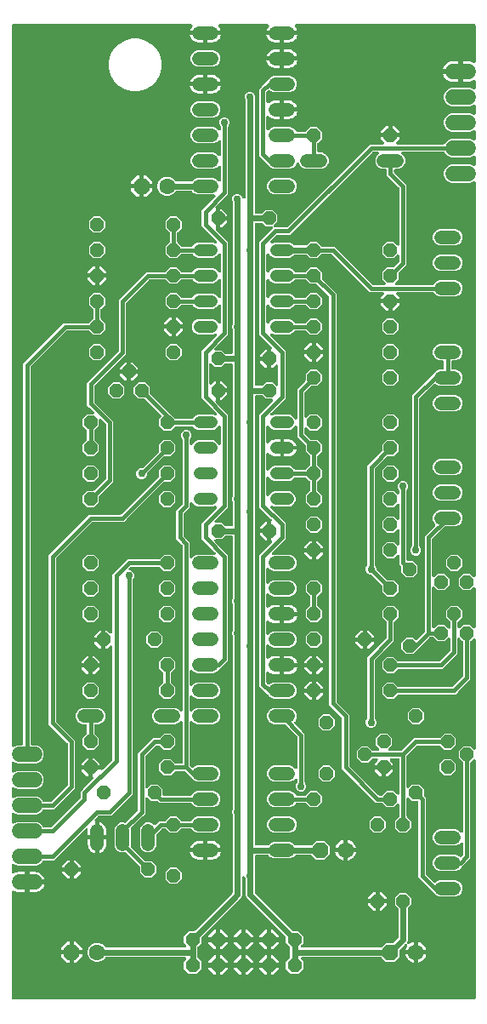
<source format=gtl>
G04 EAGLE Gerber RS-274X export*
G75*
%MOMM*%
%FSLAX34Y34*%
%LPD*%
%INTop Copper*%
%IPPOS*%
%AMOC8*
5,1,8,0,0,1.08239X$1,22.5*%
G01*
%ADD10C,1.320800*%
%ADD11P,1.732040X8X202.500000*%
%ADD12C,1.600200*%
%ADD13P,1.429621X8X292.500000*%
%ADD14P,1.429621X8X22.500000*%
%ADD15P,1.429621X8X202.500000*%
%ADD16P,1.429621X8X112.500000*%
%ADD17C,1.208000*%
%ADD18C,1.524000*%
%ADD19P,1.539592X8X202.500000*%
%ADD20C,0.756400*%
%ADD21C,0.609600*%
%ADD22C,0.406400*%

G36*
X470942Y10164D02*
X470942Y10164D01*
X470968Y10162D01*
X471115Y10184D01*
X471262Y10201D01*
X471287Y10209D01*
X471313Y10213D01*
X471451Y10268D01*
X471590Y10318D01*
X471612Y10332D01*
X471637Y10342D01*
X471758Y10427D01*
X471883Y10507D01*
X471901Y10526D01*
X471923Y10541D01*
X472022Y10651D01*
X472125Y10758D01*
X472139Y10780D01*
X472156Y10800D01*
X472228Y10930D01*
X472304Y11057D01*
X472312Y11082D01*
X472325Y11105D01*
X472365Y11248D01*
X472410Y11389D01*
X472412Y11415D01*
X472420Y11440D01*
X472439Y11684D01*
X472439Y247716D01*
X472428Y247816D01*
X472426Y247916D01*
X472408Y247988D01*
X472399Y248062D01*
X472366Y248157D01*
X472341Y248254D01*
X472307Y248320D01*
X472282Y248390D01*
X472227Y248475D01*
X472181Y248564D01*
X472133Y248621D01*
X472093Y248683D01*
X472021Y248753D01*
X471956Y248829D01*
X471896Y248874D01*
X471842Y248925D01*
X471756Y248977D01*
X471675Y249037D01*
X471607Y249066D01*
X471543Y249104D01*
X471447Y249135D01*
X471355Y249175D01*
X471282Y249188D01*
X471211Y249210D01*
X471111Y249219D01*
X471012Y249236D01*
X470938Y249232D01*
X470864Y249238D01*
X470764Y249224D01*
X470664Y249218D01*
X470593Y249198D01*
X470519Y249187D01*
X470426Y249150D01*
X470329Y249122D01*
X470264Y249085D01*
X470195Y249058D01*
X470113Y249001D01*
X470025Y248952D01*
X469949Y248887D01*
X469909Y248859D01*
X469885Y248833D01*
X469839Y248793D01*
X467553Y246507D01*
X467474Y246408D01*
X467390Y246314D01*
X467366Y246272D01*
X467336Y246234D01*
X467282Y246120D01*
X467221Y246009D01*
X467208Y245963D01*
X467187Y245919D01*
X467161Y245796D01*
X467126Y245674D01*
X467121Y245613D01*
X467114Y245578D01*
X467115Y245530D01*
X467107Y245430D01*
X467107Y150927D01*
X461203Y145023D01*
X458471Y142291D01*
X458470Y142289D01*
X458468Y142288D01*
X458358Y142148D01*
X458254Y142018D01*
X458253Y142016D01*
X458252Y142014D01*
X458141Y141797D01*
X457995Y141445D01*
X455709Y139159D01*
X452721Y137921D01*
X436279Y137921D01*
X433291Y139159D01*
X431005Y141445D01*
X429767Y144433D01*
X429767Y147667D01*
X431005Y150655D01*
X433291Y152941D01*
X436279Y154179D01*
X452721Y154179D01*
X455709Y152941D01*
X456308Y152342D01*
X456328Y152326D01*
X456345Y152306D01*
X456464Y152218D01*
X456581Y152125D01*
X456605Y152114D01*
X456626Y152099D01*
X456761Y152040D01*
X456896Y151976D01*
X456922Y151971D01*
X456946Y151961D01*
X457092Y151934D01*
X457237Y151903D01*
X457263Y151903D01*
X457289Y151899D01*
X457437Y151906D01*
X457585Y151909D01*
X457610Y151915D01*
X457637Y151917D01*
X457779Y151958D01*
X457923Y151994D01*
X457946Y152006D01*
X457972Y152013D01*
X458101Y152085D01*
X458233Y152154D01*
X458253Y152171D01*
X458276Y152183D01*
X458462Y152342D01*
X459547Y153427D01*
X459626Y153526D01*
X459710Y153620D01*
X459734Y153662D01*
X459764Y153700D01*
X459818Y153814D01*
X459879Y153925D01*
X459892Y153972D01*
X459913Y154015D01*
X459939Y154139D01*
X459974Y154260D01*
X459979Y154321D01*
X459986Y154356D01*
X459985Y154404D01*
X459993Y154504D01*
X459993Y165166D01*
X459982Y165266D01*
X459980Y165366D01*
X459962Y165438D01*
X459953Y165512D01*
X459920Y165607D01*
X459895Y165704D01*
X459861Y165770D01*
X459836Y165840D01*
X459781Y165925D01*
X459735Y166014D01*
X459687Y166071D01*
X459647Y166133D01*
X459575Y166203D01*
X459510Y166279D01*
X459450Y166324D01*
X459396Y166375D01*
X459310Y166427D01*
X459229Y166487D01*
X459161Y166516D01*
X459097Y166554D01*
X459001Y166585D01*
X458909Y166625D01*
X458836Y166638D01*
X458765Y166660D01*
X458665Y166669D01*
X458566Y166686D01*
X458492Y166682D01*
X458418Y166688D01*
X458318Y166674D01*
X458218Y166668D01*
X458147Y166648D01*
X458073Y166637D01*
X457980Y166600D01*
X457883Y166572D01*
X457818Y166535D01*
X457749Y166508D01*
X457667Y166451D01*
X457579Y166402D01*
X457503Y166337D01*
X457463Y166309D01*
X457439Y166283D01*
X457393Y166243D01*
X455709Y164559D01*
X452721Y163321D01*
X436279Y163321D01*
X433291Y164559D01*
X431005Y166845D01*
X429767Y169833D01*
X429767Y173067D01*
X431005Y176055D01*
X433291Y178341D01*
X436279Y179579D01*
X452721Y179579D01*
X455709Y178341D01*
X457393Y176657D01*
X457471Y176594D01*
X457544Y176525D01*
X457608Y176486D01*
X457666Y176440D01*
X457757Y176397D01*
X457843Y176346D01*
X457914Y176323D01*
X457981Y176291D01*
X458079Y176270D01*
X458175Y176240D01*
X458249Y176234D01*
X458322Y176218D01*
X458422Y176220D01*
X458522Y176212D01*
X458596Y176223D01*
X458670Y176224D01*
X458767Y176248D01*
X458867Y176263D01*
X458936Y176291D01*
X459008Y176309D01*
X459097Y176355D01*
X459191Y176392D01*
X459252Y176434D01*
X459318Y176469D01*
X459394Y176534D01*
X459477Y176591D01*
X459527Y176646D01*
X459583Y176694D01*
X459643Y176775D01*
X459710Y176850D01*
X459746Y176915D01*
X459791Y176975D01*
X459830Y177067D01*
X459879Y177155D01*
X459899Y177226D01*
X459929Y177295D01*
X459946Y177393D01*
X459974Y177490D01*
X459982Y177590D01*
X459990Y177638D01*
X459988Y177673D01*
X459993Y177734D01*
X459993Y245430D01*
X459979Y245556D01*
X459972Y245682D01*
X459959Y245728D01*
X459953Y245776D01*
X459911Y245895D01*
X459876Y246017D01*
X459852Y246059D01*
X459836Y246104D01*
X459767Y246211D01*
X459706Y246321D01*
X459666Y246367D01*
X459647Y246397D01*
X459612Y246431D01*
X459547Y246507D01*
X455421Y250633D01*
X455421Y257367D01*
X460183Y262129D01*
X466917Y262129D01*
X469839Y259207D01*
X469917Y259144D01*
X469990Y259075D01*
X470054Y259036D01*
X470112Y258990D01*
X470203Y258947D01*
X470289Y258896D01*
X470360Y258873D01*
X470427Y258841D01*
X470525Y258820D01*
X470621Y258790D01*
X470695Y258784D01*
X470768Y258768D01*
X470868Y258770D01*
X470968Y258762D01*
X471042Y258773D01*
X471116Y258774D01*
X471213Y258798D01*
X471313Y258813D01*
X471382Y258841D01*
X471454Y258859D01*
X471543Y258905D01*
X471637Y258942D01*
X471698Y258984D01*
X471764Y259019D01*
X471840Y259084D01*
X471923Y259141D01*
X471973Y259196D01*
X472029Y259244D01*
X472089Y259325D01*
X472156Y259400D01*
X472192Y259465D01*
X472237Y259525D01*
X472276Y259617D01*
X472325Y259705D01*
X472345Y259776D01*
X472375Y259845D01*
X472392Y259943D01*
X472420Y260040D01*
X472428Y260140D01*
X472436Y260188D01*
X472434Y260223D01*
X472439Y260284D01*
X472439Y368366D01*
X472428Y368466D01*
X472426Y368566D01*
X472408Y368638D01*
X472399Y368712D01*
X472366Y368807D01*
X472341Y368904D01*
X472307Y368970D01*
X472282Y369040D01*
X472227Y369125D01*
X472181Y369214D01*
X472133Y369271D01*
X472093Y369333D01*
X472021Y369403D01*
X471956Y369479D01*
X471896Y369524D01*
X471842Y369575D01*
X471756Y369627D01*
X471675Y369687D01*
X471607Y369716D01*
X471543Y369754D01*
X471447Y369785D01*
X471355Y369825D01*
X471282Y369838D01*
X471211Y369860D01*
X471111Y369869D01*
X471012Y369886D01*
X470938Y369882D01*
X470864Y369888D01*
X470764Y369874D01*
X470664Y369868D01*
X470593Y369848D01*
X470519Y369837D01*
X470426Y369800D01*
X470329Y369772D01*
X470264Y369735D01*
X470195Y369708D01*
X470113Y369651D01*
X470025Y369602D01*
X469949Y369537D01*
X469909Y369509D01*
X469885Y369483D01*
X469839Y369443D01*
X467553Y367157D01*
X467474Y367058D01*
X467390Y366964D01*
X467366Y366922D01*
X467336Y366884D01*
X467282Y366770D01*
X467221Y366659D01*
X467208Y366613D01*
X467187Y366569D01*
X467161Y366446D01*
X467126Y366324D01*
X467121Y366263D01*
X467114Y366228D01*
X467115Y366180D01*
X467107Y366080D01*
X467107Y328727D01*
X464577Y326197D01*
X454853Y316473D01*
X452323Y313943D01*
X395920Y313943D01*
X395794Y313929D01*
X395668Y313922D01*
X395622Y313909D01*
X395574Y313903D01*
X395455Y313861D01*
X395333Y313826D01*
X395291Y313802D01*
X395246Y313786D01*
X395139Y313717D01*
X395029Y313656D01*
X394983Y313616D01*
X394953Y313597D01*
X394919Y313562D01*
X394843Y313497D01*
X390717Y309371D01*
X383983Y309371D01*
X379221Y314133D01*
X379221Y320867D01*
X383983Y325629D01*
X390717Y325629D01*
X394843Y321503D01*
X394942Y321424D01*
X395036Y321340D01*
X395078Y321316D01*
X395116Y321286D01*
X395230Y321232D01*
X395341Y321171D01*
X395387Y321158D01*
X395431Y321137D01*
X395554Y321111D01*
X395676Y321076D01*
X395737Y321071D01*
X395772Y321064D01*
X395820Y321065D01*
X395920Y321057D01*
X448746Y321057D01*
X448871Y321071D01*
X448998Y321078D01*
X449044Y321091D01*
X449092Y321097D01*
X449211Y321139D01*
X449332Y321174D01*
X449375Y321198D01*
X449420Y321214D01*
X449526Y321283D01*
X449637Y321344D01*
X449683Y321384D01*
X449713Y321403D01*
X449746Y321438D01*
X449823Y321503D01*
X459547Y331227D01*
X459626Y331326D01*
X459710Y331420D01*
X459734Y331462D01*
X459764Y331500D01*
X459818Y331614D01*
X459879Y331725D01*
X459892Y331772D01*
X459913Y331815D01*
X459939Y331939D01*
X459974Y332060D01*
X459979Y332121D01*
X459986Y332156D01*
X459985Y332204D01*
X459993Y332304D01*
X459993Y366080D01*
X459979Y366206D01*
X459972Y366332D01*
X459959Y366378D01*
X459953Y366426D01*
X459911Y366545D01*
X459876Y366667D01*
X459852Y366709D01*
X459836Y366754D01*
X459767Y366861D01*
X459706Y366971D01*
X459666Y367017D01*
X459647Y367047D01*
X459612Y367081D01*
X459547Y367157D01*
X457007Y369697D01*
X456929Y369760D01*
X456856Y369829D01*
X456792Y369868D01*
X456734Y369914D01*
X456643Y369957D01*
X456557Y370008D01*
X456486Y370031D01*
X456419Y370063D01*
X456321Y370084D01*
X456225Y370114D01*
X456151Y370120D01*
X456078Y370136D01*
X455978Y370134D01*
X455878Y370142D01*
X455804Y370131D01*
X455730Y370130D01*
X455633Y370106D01*
X455533Y370091D01*
X455464Y370063D01*
X455392Y370045D01*
X455303Y369999D01*
X455209Y369962D01*
X455148Y369920D01*
X455082Y369885D01*
X455006Y369820D01*
X454923Y369763D01*
X454873Y369708D01*
X454817Y369660D01*
X454757Y369579D01*
X454690Y369504D01*
X454654Y369439D01*
X454609Y369379D01*
X454570Y369287D01*
X454521Y369199D01*
X454501Y369128D01*
X454471Y369059D01*
X454454Y368961D01*
X454426Y368864D01*
X454418Y368764D01*
X454410Y368716D01*
X454412Y368681D01*
X454407Y368620D01*
X454407Y354127D01*
X439623Y339343D01*
X395920Y339343D01*
X395794Y339329D01*
X395668Y339322D01*
X395622Y339309D01*
X395574Y339303D01*
X395455Y339261D01*
X395333Y339226D01*
X395291Y339202D01*
X395246Y339186D01*
X395139Y339117D01*
X395029Y339056D01*
X394983Y339016D01*
X394953Y338997D01*
X394919Y338962D01*
X394843Y338897D01*
X390717Y334771D01*
X383983Y334771D01*
X379221Y339533D01*
X379221Y346267D01*
X383983Y351029D01*
X390717Y351029D01*
X394843Y346903D01*
X394942Y346824D01*
X395036Y346740D01*
X395078Y346716D01*
X395116Y346686D01*
X395230Y346632D01*
X395341Y346571D01*
X395387Y346558D01*
X395431Y346537D01*
X395554Y346511D01*
X395676Y346476D01*
X395737Y346471D01*
X395772Y346464D01*
X395820Y346465D01*
X395920Y346457D01*
X436046Y346457D01*
X436171Y346471D01*
X436298Y346478D01*
X436344Y346491D01*
X436392Y346497D01*
X436511Y346539D01*
X436632Y346574D01*
X436675Y346598D01*
X436720Y346614D01*
X436826Y346683D01*
X436937Y346744D01*
X436983Y346784D01*
X437013Y346803D01*
X437046Y346838D01*
X437123Y346903D01*
X446847Y356627D01*
X446926Y356726D01*
X447010Y356820D01*
X447034Y356862D01*
X447064Y356900D01*
X447118Y357014D01*
X447179Y357125D01*
X447192Y357172D01*
X447213Y357215D01*
X447239Y357339D01*
X447274Y357460D01*
X447279Y357521D01*
X447286Y357556D01*
X447285Y357604D01*
X447293Y357704D01*
X447293Y368620D01*
X447282Y368720D01*
X447280Y368820D01*
X447262Y368892D01*
X447253Y368966D01*
X447220Y369061D01*
X447195Y369158D01*
X447161Y369224D01*
X447136Y369294D01*
X447081Y369379D01*
X447035Y369468D01*
X446987Y369525D01*
X446947Y369587D01*
X446875Y369657D01*
X446810Y369733D01*
X446750Y369778D01*
X446696Y369829D01*
X446610Y369881D01*
X446529Y369941D01*
X446461Y369970D01*
X446397Y370008D01*
X446301Y370039D01*
X446209Y370079D01*
X446136Y370092D01*
X446065Y370114D01*
X445965Y370123D01*
X445866Y370140D01*
X445792Y370136D01*
X445718Y370142D01*
X445618Y370128D01*
X445518Y370122D01*
X445447Y370102D01*
X445373Y370091D01*
X445280Y370054D01*
X445183Y370026D01*
X445118Y369989D01*
X445049Y369962D01*
X444967Y369905D01*
X444879Y369856D01*
X444803Y369791D01*
X444763Y369763D01*
X444739Y369737D01*
X444693Y369697D01*
X441517Y366521D01*
X434783Y366521D01*
X430657Y370647D01*
X430558Y370726D01*
X430464Y370810D01*
X430422Y370834D01*
X430384Y370864D01*
X430270Y370918D01*
X430159Y370979D01*
X430113Y370992D01*
X430069Y371013D01*
X429946Y371039D01*
X429824Y371074D01*
X429763Y371079D01*
X429728Y371086D01*
X429680Y371085D01*
X429580Y371093D01*
X427554Y371093D01*
X427429Y371079D01*
X427302Y371072D01*
X427256Y371059D01*
X427208Y371053D01*
X427089Y371011D01*
X426968Y370976D01*
X426925Y370952D01*
X426880Y370936D01*
X426774Y370867D01*
X426663Y370806D01*
X426617Y370766D01*
X426587Y370747D01*
X426553Y370712D01*
X426477Y370647D01*
X414975Y359145D01*
X414896Y359046D01*
X414812Y358952D01*
X414788Y358910D01*
X414758Y358872D01*
X414705Y358759D01*
X409767Y353821D01*
X403033Y353821D01*
X398271Y358583D01*
X398271Y365317D01*
X403033Y370079D01*
X409767Y370079D01*
X411731Y368115D01*
X411751Y368099D01*
X411768Y368079D01*
X411888Y367990D01*
X412004Y367898D01*
X412027Y367887D01*
X412049Y367872D01*
X412185Y367813D01*
X412319Y367749D01*
X412345Y367744D01*
X412369Y367734D01*
X412515Y367707D01*
X412660Y367676D01*
X412686Y367676D01*
X412712Y367672D01*
X412860Y367679D01*
X413008Y367682D01*
X413033Y367688D01*
X413060Y367690D01*
X413202Y367731D01*
X413346Y367767D01*
X413369Y367779D01*
X413395Y367786D01*
X413524Y367859D01*
X413656Y367927D01*
X413676Y367944D01*
X413699Y367956D01*
X413885Y368115D01*
X421447Y375677D01*
X421526Y375776D01*
X421610Y375870D01*
X421634Y375912D01*
X421664Y375950D01*
X421718Y376064D01*
X421779Y376175D01*
X421792Y376222D01*
X421813Y376265D01*
X421839Y376389D01*
X421874Y376510D01*
X421879Y376571D01*
X421886Y376606D01*
X421885Y376654D01*
X421893Y376754D01*
X421893Y471373D01*
X424423Y473903D01*
X431858Y481338D01*
X431874Y481359D01*
X431894Y481376D01*
X431983Y481495D01*
X432075Y481611D01*
X432086Y481635D01*
X432101Y481656D01*
X432160Y481792D01*
X432224Y481926D01*
X432229Y481952D01*
X432239Y481976D01*
X432266Y482122D01*
X432297Y482267D01*
X432297Y482293D01*
X432301Y482319D01*
X432294Y482467D01*
X432291Y482615D01*
X432285Y482641D01*
X432283Y482667D01*
X432242Y482809D01*
X432206Y482953D01*
X432194Y482977D01*
X432187Y483002D01*
X432114Y483131D01*
X432046Y483263D01*
X432029Y483283D01*
X432017Y483306D01*
X431858Y483492D01*
X431005Y484345D01*
X429767Y487333D01*
X429767Y490567D01*
X431005Y493555D01*
X433291Y495841D01*
X436279Y497079D01*
X452721Y497079D01*
X455709Y495841D01*
X457995Y493555D01*
X459233Y490567D01*
X459233Y487333D01*
X457995Y484345D01*
X455709Y482059D01*
X452721Y480821D01*
X442032Y480821D01*
X441907Y480807D01*
X441780Y480800D01*
X441734Y480787D01*
X441686Y480781D01*
X441567Y480739D01*
X441446Y480704D01*
X441403Y480680D01*
X441358Y480664D01*
X441252Y480595D01*
X441141Y480534D01*
X441095Y480494D01*
X441065Y480475D01*
X441032Y480440D01*
X440955Y480375D01*
X429453Y468873D01*
X429374Y468774D01*
X429290Y468680D01*
X429266Y468638D01*
X429236Y468600D01*
X429182Y468486D01*
X429121Y468375D01*
X429108Y468328D01*
X429087Y468285D01*
X429061Y468161D01*
X429026Y468040D01*
X429021Y467979D01*
X429014Y467944D01*
X429015Y467896D01*
X429007Y467796D01*
X429007Y431480D01*
X429018Y431380D01*
X429020Y431280D01*
X429038Y431208D01*
X429047Y431134D01*
X429080Y431039D01*
X429105Y430942D01*
X429139Y430876D01*
X429164Y430806D01*
X429219Y430721D01*
X429265Y430632D01*
X429313Y430575D01*
X429353Y430513D01*
X429425Y430443D01*
X429490Y430367D01*
X429550Y430322D01*
X429604Y430271D01*
X429690Y430219D01*
X429771Y430159D01*
X429839Y430130D01*
X429903Y430092D01*
X429999Y430061D01*
X430091Y430021D01*
X430164Y430008D01*
X430235Y429986D01*
X430335Y429977D01*
X430434Y429960D01*
X430508Y429964D01*
X430582Y429958D01*
X430682Y429972D01*
X430782Y429978D01*
X430853Y429998D01*
X430927Y430009D01*
X431020Y430046D01*
X431117Y430074D01*
X431182Y430111D01*
X431251Y430138D01*
X431333Y430195D01*
X431421Y430244D01*
X431497Y430309D01*
X431537Y430337D01*
X431561Y430363D01*
X431607Y430403D01*
X434783Y433579D01*
X441517Y433579D01*
X446279Y428817D01*
X446279Y422083D01*
X441517Y417321D01*
X434783Y417321D01*
X431607Y420497D01*
X431529Y420560D01*
X431456Y420629D01*
X431392Y420668D01*
X431334Y420714D01*
X431243Y420757D01*
X431157Y420808D01*
X431086Y420831D01*
X431019Y420863D01*
X430921Y420884D01*
X430825Y420914D01*
X430751Y420920D01*
X430678Y420936D01*
X430578Y420934D01*
X430478Y420942D01*
X430404Y420931D01*
X430330Y420930D01*
X430233Y420906D01*
X430133Y420891D01*
X430064Y420863D01*
X429992Y420845D01*
X429903Y420799D01*
X429809Y420762D01*
X429748Y420720D01*
X429682Y420685D01*
X429606Y420620D01*
X429523Y420563D01*
X429473Y420508D01*
X429417Y420460D01*
X429357Y420379D01*
X429290Y420304D01*
X429254Y420239D01*
X429209Y420179D01*
X429170Y420087D01*
X429121Y419999D01*
X429101Y419928D01*
X429071Y419859D01*
X429054Y419761D01*
X429026Y419664D01*
X429018Y419564D01*
X429010Y419516D01*
X429012Y419481D01*
X429007Y419420D01*
X429007Y380680D01*
X429018Y380580D01*
X429020Y380480D01*
X429038Y380408D01*
X429047Y380334D01*
X429080Y380239D01*
X429105Y380142D01*
X429139Y380076D01*
X429164Y380006D01*
X429219Y379921D01*
X429265Y379832D01*
X429313Y379775D01*
X429353Y379713D01*
X429425Y379643D01*
X429490Y379567D01*
X429550Y379522D01*
X429604Y379471D01*
X429690Y379419D01*
X429771Y379359D01*
X429839Y379330D01*
X429903Y379292D01*
X429999Y379261D01*
X430091Y379221D01*
X430164Y379208D01*
X430235Y379186D01*
X430335Y379177D01*
X430434Y379160D01*
X430508Y379164D01*
X430582Y379158D01*
X430682Y379172D01*
X430782Y379178D01*
X430853Y379198D01*
X430927Y379209D01*
X431020Y379246D01*
X431117Y379274D01*
X431182Y379311D01*
X431251Y379338D01*
X431333Y379395D01*
X431421Y379444D01*
X431497Y379509D01*
X431537Y379537D01*
X431561Y379563D01*
X431607Y379603D01*
X434783Y382779D01*
X441517Y382779D01*
X444693Y379603D01*
X444771Y379540D01*
X444844Y379471D01*
X444908Y379432D01*
X444966Y379386D01*
X445057Y379343D01*
X445143Y379292D01*
X445214Y379269D01*
X445281Y379237D01*
X445379Y379216D01*
X445475Y379186D01*
X445549Y379180D01*
X445622Y379164D01*
X445722Y379166D01*
X445822Y379158D01*
X445896Y379169D01*
X445970Y379170D01*
X446067Y379194D01*
X446167Y379209D01*
X446236Y379237D01*
X446308Y379255D01*
X446397Y379301D01*
X446491Y379338D01*
X446552Y379380D01*
X446618Y379415D01*
X446694Y379480D01*
X446777Y379537D01*
X446827Y379592D01*
X446883Y379640D01*
X446943Y379721D01*
X447010Y379796D01*
X447046Y379861D01*
X447091Y379921D01*
X447130Y380013D01*
X447179Y380101D01*
X447199Y380172D01*
X447229Y380241D01*
X447246Y380339D01*
X447274Y380436D01*
X447282Y380536D01*
X447290Y380584D01*
X447288Y380619D01*
X447293Y380680D01*
X447293Y385130D01*
X447279Y385256D01*
X447272Y385382D01*
X447259Y385428D01*
X447253Y385476D01*
X447211Y385595D01*
X447176Y385717D01*
X447152Y385759D01*
X447136Y385804D01*
X447067Y385911D01*
X447006Y386021D01*
X446966Y386067D01*
X446947Y386097D01*
X446912Y386131D01*
X446847Y386207D01*
X442721Y390333D01*
X442721Y397067D01*
X447483Y401829D01*
X454217Y401829D01*
X458979Y397067D01*
X458979Y390333D01*
X454853Y386207D01*
X454774Y386108D01*
X454690Y386014D01*
X454666Y385972D01*
X454636Y385934D01*
X454582Y385820D01*
X454521Y385709D01*
X454508Y385663D01*
X454487Y385619D01*
X454461Y385496D01*
X454426Y385374D01*
X454421Y385313D01*
X454414Y385278D01*
X454415Y385230D01*
X454407Y385130D01*
X454407Y380680D01*
X454418Y380580D01*
X454420Y380480D01*
X454438Y380408D01*
X454447Y380334D01*
X454480Y380239D01*
X454505Y380142D01*
X454539Y380076D01*
X454564Y380006D01*
X454619Y379921D01*
X454665Y379832D01*
X454713Y379775D01*
X454753Y379713D01*
X454825Y379643D01*
X454890Y379567D01*
X454950Y379522D01*
X455004Y379471D01*
X455090Y379419D01*
X455171Y379359D01*
X455239Y379330D01*
X455303Y379292D01*
X455399Y379261D01*
X455491Y379221D01*
X455564Y379208D01*
X455635Y379186D01*
X455735Y379177D01*
X455834Y379160D01*
X455908Y379164D01*
X455982Y379158D01*
X456082Y379172D01*
X456182Y379178D01*
X456253Y379198D01*
X456327Y379209D01*
X456420Y379246D01*
X456517Y379274D01*
X456582Y379311D01*
X456651Y379338D01*
X456733Y379395D01*
X456821Y379444D01*
X456897Y379509D01*
X456937Y379537D01*
X456961Y379563D01*
X457007Y379603D01*
X460183Y382779D01*
X466917Y382779D01*
X469839Y379857D01*
X469917Y379794D01*
X469990Y379725D01*
X470054Y379686D01*
X470112Y379640D01*
X470203Y379597D01*
X470289Y379546D01*
X470360Y379523D01*
X470427Y379491D01*
X470525Y379470D01*
X470621Y379440D01*
X470695Y379434D01*
X470768Y379418D01*
X470868Y379420D01*
X470968Y379412D01*
X471042Y379423D01*
X471116Y379424D01*
X471213Y379448D01*
X471313Y379463D01*
X471382Y379491D01*
X471454Y379509D01*
X471543Y379555D01*
X471637Y379592D01*
X471698Y379634D01*
X471764Y379669D01*
X471840Y379734D01*
X471923Y379791D01*
X471973Y379846D01*
X472029Y379894D01*
X472089Y379975D01*
X472156Y380050D01*
X472192Y380115D01*
X472237Y380175D01*
X472276Y380267D01*
X472325Y380355D01*
X472345Y380426D01*
X472375Y380495D01*
X472392Y380593D01*
X472420Y380690D01*
X472428Y380790D01*
X472436Y380838D01*
X472434Y380873D01*
X472439Y380934D01*
X472439Y419166D01*
X472428Y419266D01*
X472426Y419366D01*
X472408Y419438D01*
X472399Y419512D01*
X472366Y419607D01*
X472341Y419704D01*
X472307Y419770D01*
X472282Y419840D01*
X472227Y419925D01*
X472181Y420014D01*
X472133Y420071D01*
X472093Y420133D01*
X472021Y420203D01*
X471956Y420279D01*
X471896Y420324D01*
X471842Y420375D01*
X471756Y420427D01*
X471675Y420487D01*
X471607Y420516D01*
X471543Y420554D01*
X471447Y420585D01*
X471355Y420625D01*
X471282Y420638D01*
X471211Y420660D01*
X471111Y420669D01*
X471012Y420686D01*
X470938Y420682D01*
X470864Y420688D01*
X470764Y420674D01*
X470664Y420668D01*
X470593Y420648D01*
X470519Y420637D01*
X470426Y420600D01*
X470329Y420572D01*
X470264Y420535D01*
X470195Y420508D01*
X470113Y420451D01*
X470025Y420402D01*
X469949Y420337D01*
X469909Y420309D01*
X469885Y420283D01*
X469839Y420243D01*
X466917Y417321D01*
X460183Y417321D01*
X455421Y422083D01*
X455421Y428817D01*
X460183Y433579D01*
X466917Y433579D01*
X469839Y430657D01*
X469917Y430594D01*
X469990Y430525D01*
X470054Y430486D01*
X470112Y430440D01*
X470203Y430397D01*
X470289Y430346D01*
X470360Y430323D01*
X470427Y430291D01*
X470525Y430270D01*
X470621Y430240D01*
X470695Y430234D01*
X470768Y430218D01*
X470868Y430220D01*
X470968Y430212D01*
X471042Y430223D01*
X471116Y430224D01*
X471213Y430248D01*
X471313Y430263D01*
X471382Y430291D01*
X471454Y430309D01*
X471543Y430355D01*
X471637Y430392D01*
X471698Y430434D01*
X471764Y430469D01*
X471840Y430534D01*
X471923Y430591D01*
X471973Y430646D01*
X472029Y430694D01*
X472089Y430775D01*
X472156Y430850D01*
X472192Y430915D01*
X472237Y430975D01*
X472276Y431067D01*
X472325Y431155D01*
X472345Y431226D01*
X472375Y431295D01*
X472392Y431393D01*
X472420Y431490D01*
X472428Y431590D01*
X472436Y431638D01*
X472434Y431673D01*
X472439Y431734D01*
X472439Y822859D01*
X472428Y822959D01*
X472426Y823060D01*
X472408Y823132D01*
X472399Y823205D01*
X472365Y823300D01*
X472341Y823398D01*
X472307Y823464D01*
X472282Y823534D01*
X472227Y823618D01*
X472181Y823708D01*
X472133Y823764D01*
X472093Y823826D01*
X472020Y823896D01*
X471955Y823973D01*
X471896Y824017D01*
X471842Y824069D01*
X471756Y824120D01*
X471675Y824180D01*
X471607Y824209D01*
X471543Y824247D01*
X471447Y824278D01*
X471355Y824318D01*
X471282Y824331D01*
X471211Y824354D01*
X471111Y824362D01*
X471012Y824379D01*
X470938Y824376D01*
X470864Y824382D01*
X470764Y824367D01*
X470664Y824361D01*
X470593Y824341D01*
X470519Y824330D01*
X470426Y824293D01*
X470329Y824265D01*
X470264Y824229D01*
X470195Y824201D01*
X470114Y824145D01*
X466639Y822705D01*
X447761Y822705D01*
X444400Y824098D01*
X441828Y826670D01*
X440435Y830031D01*
X440435Y833669D01*
X441828Y837030D01*
X444400Y839602D01*
X447761Y840995D01*
X466639Y840995D01*
X470088Y839566D01*
X470112Y839547D01*
X470203Y839504D01*
X470289Y839453D01*
X470359Y839430D01*
X470427Y839398D01*
X470525Y839377D01*
X470621Y839346D01*
X470695Y839340D01*
X470767Y839325D01*
X470868Y839326D01*
X470968Y839318D01*
X471042Y839329D01*
X471116Y839331D01*
X471213Y839355D01*
X471313Y839370D01*
X471382Y839398D01*
X471454Y839416D01*
X471543Y839462D01*
X471637Y839499D01*
X471698Y839541D01*
X471764Y839575D01*
X471840Y839640D01*
X471923Y839698D01*
X471973Y839753D01*
X472029Y839801D01*
X472089Y839882D01*
X472156Y839957D01*
X472192Y840021D01*
X472236Y840081D01*
X472276Y840173D01*
X472325Y840262D01*
X472345Y840333D01*
X472374Y840401D01*
X472392Y840500D01*
X472420Y840597D01*
X472428Y840697D01*
X472436Y840744D01*
X472434Y840780D01*
X472439Y840841D01*
X472439Y848259D01*
X472428Y848359D01*
X472426Y848460D01*
X472408Y848532D01*
X472399Y848605D01*
X472365Y848700D01*
X472341Y848798D01*
X472307Y848864D01*
X472282Y848934D01*
X472227Y849018D01*
X472181Y849108D01*
X472133Y849164D01*
X472093Y849226D01*
X472020Y849296D01*
X471955Y849373D01*
X471896Y849417D01*
X471842Y849469D01*
X471756Y849520D01*
X471675Y849580D01*
X471607Y849609D01*
X471543Y849647D01*
X471447Y849678D01*
X471355Y849718D01*
X471282Y849731D01*
X471211Y849754D01*
X471111Y849762D01*
X471012Y849779D01*
X470938Y849776D01*
X470864Y849782D01*
X470764Y849767D01*
X470664Y849761D01*
X470593Y849741D01*
X470519Y849730D01*
X470426Y849693D01*
X470329Y849665D01*
X470264Y849629D01*
X470195Y849601D01*
X470114Y849545D01*
X466639Y848105D01*
X447761Y848105D01*
X444400Y849498D01*
X441827Y852070D01*
X441545Y852753D01*
X441507Y852820D01*
X441479Y852891D01*
X441423Y852971D01*
X441375Y853058D01*
X441324Y853114D01*
X441280Y853177D01*
X441207Y853243D01*
X441141Y853316D01*
X441078Y853359D01*
X441021Y853410D01*
X440935Y853458D01*
X440854Y853514D01*
X440783Y853542D01*
X440716Y853579D01*
X440622Y853606D01*
X440530Y853642D01*
X440455Y853653D01*
X440381Y853674D01*
X440232Y853686D01*
X440185Y853693D01*
X440166Y853691D01*
X440137Y853693D01*
X399984Y853693D01*
X399884Y853682D01*
X399784Y853680D01*
X399712Y853662D01*
X399638Y853653D01*
X399543Y853620D01*
X399446Y853595D01*
X399380Y853561D01*
X399310Y853536D01*
X399225Y853481D01*
X399136Y853435D01*
X399079Y853387D01*
X399017Y853347D01*
X398947Y853275D01*
X398871Y853210D01*
X398826Y853150D01*
X398775Y853096D01*
X398723Y853010D01*
X398663Y852929D01*
X398634Y852861D01*
X398596Y852797D01*
X398565Y852701D01*
X398525Y852609D01*
X398512Y852536D01*
X398490Y852465D01*
X398481Y852365D01*
X398464Y852266D01*
X398468Y852192D01*
X398462Y852118D01*
X398476Y852018D01*
X398482Y851918D01*
X398502Y851847D01*
X398513Y851773D01*
X398550Y851680D01*
X398578Y851583D01*
X398615Y851518D01*
X398642Y851449D01*
X398699Y851367D01*
X398748Y851279D01*
X398813Y851203D01*
X398841Y851163D01*
X398867Y851139D01*
X398907Y851093D01*
X400845Y849155D01*
X402083Y846167D01*
X402083Y842933D01*
X400845Y839945D01*
X398559Y837659D01*
X395571Y836421D01*
X392430Y836421D01*
X392404Y836418D01*
X392378Y836420D01*
X392231Y836398D01*
X392084Y836381D01*
X392059Y836373D01*
X392033Y836369D01*
X391895Y836314D01*
X391756Y836264D01*
X391734Y836250D01*
X391709Y836240D01*
X391588Y836155D01*
X391463Y836075D01*
X391445Y836056D01*
X391423Y836041D01*
X391324Y835931D01*
X391221Y835824D01*
X391207Y835802D01*
X391190Y835782D01*
X391118Y835652D01*
X391042Y835525D01*
X391034Y835500D01*
X391021Y835477D01*
X390981Y835334D01*
X390936Y835193D01*
X390934Y835167D01*
X390926Y835142D01*
X390907Y834898D01*
X390907Y833954D01*
X390921Y833829D01*
X390928Y833702D01*
X390941Y833656D01*
X390947Y833608D01*
X390989Y833489D01*
X391024Y833368D01*
X391048Y833325D01*
X391064Y833280D01*
X391133Y833174D01*
X391194Y833063D01*
X391234Y833017D01*
X391253Y832987D01*
X391288Y832954D01*
X391353Y832877D01*
X403607Y820623D01*
X403607Y741477D01*
X395925Y733795D01*
X395846Y733696D01*
X395762Y733602D01*
X395738Y733560D01*
X395708Y733522D01*
X395654Y733408D01*
X395593Y733297D01*
X395580Y733250D01*
X395559Y733207D01*
X395533Y733083D01*
X395498Y732962D01*
X395493Y732901D01*
X395486Y732866D01*
X395487Y732818D01*
X395479Y732718D01*
X395479Y726883D01*
X392303Y723707D01*
X392240Y723629D01*
X392171Y723556D01*
X392132Y723492D01*
X392086Y723434D01*
X392043Y723343D01*
X391992Y723257D01*
X391969Y723186D01*
X391937Y723119D01*
X391916Y723021D01*
X391886Y722925D01*
X391880Y722851D01*
X391864Y722778D01*
X391866Y722678D01*
X391858Y722578D01*
X391869Y722504D01*
X391870Y722430D01*
X391894Y722333D01*
X391909Y722233D01*
X391937Y722164D01*
X391955Y722092D01*
X392001Y722003D01*
X392038Y721909D01*
X392080Y721848D01*
X392115Y721782D01*
X392180Y721706D01*
X392237Y721623D01*
X392292Y721573D01*
X392340Y721517D01*
X392421Y721457D01*
X392496Y721390D01*
X392561Y721354D01*
X392621Y721309D01*
X392713Y721270D01*
X392801Y721221D01*
X392872Y721201D01*
X392941Y721171D01*
X393039Y721154D01*
X393136Y721126D01*
X393236Y721118D01*
X393284Y721110D01*
X393319Y721112D01*
X393380Y721107D01*
X429553Y721107D01*
X429629Y721115D01*
X429705Y721114D01*
X429802Y721135D01*
X429899Y721147D01*
X429971Y721172D01*
X430046Y721189D01*
X430135Y721231D01*
X430227Y721264D01*
X430292Y721306D01*
X430361Y721338D01*
X430437Y721400D01*
X430520Y721453D01*
X430573Y721508D01*
X430633Y721556D01*
X430694Y721633D01*
X430762Y721704D01*
X430802Y721769D01*
X430849Y721829D01*
X430917Y721962D01*
X430941Y722003D01*
X430947Y722021D01*
X430960Y722047D01*
X431005Y722155D01*
X433291Y724441D01*
X436279Y725679D01*
X452721Y725679D01*
X455709Y724441D01*
X457995Y722155D01*
X459233Y719167D01*
X459233Y715933D01*
X457995Y712945D01*
X455709Y710659D01*
X452721Y709421D01*
X436279Y709421D01*
X433291Y710659D01*
X431005Y712945D01*
X430960Y713053D01*
X430923Y713120D01*
X430895Y713191D01*
X430839Y713271D01*
X430791Y713358D01*
X430740Y713414D01*
X430696Y713477D01*
X430623Y713543D01*
X430557Y713616D01*
X430494Y713659D01*
X430437Y713710D01*
X430351Y713758D01*
X430270Y713814D01*
X430199Y713842D01*
X430132Y713879D01*
X430037Y713906D01*
X429946Y713942D01*
X429870Y713953D01*
X429797Y713974D01*
X429648Y713986D01*
X429601Y713993D01*
X429582Y713991D01*
X429553Y713993D01*
X394817Y713993D01*
X394717Y713982D01*
X394617Y713980D01*
X394544Y713962D01*
X394471Y713953D01*
X394376Y713920D01*
X394279Y713895D01*
X394212Y713861D01*
X394142Y713836D01*
X394058Y713781D01*
X393969Y713735D01*
X393912Y713687D01*
X393850Y713647D01*
X393780Y713575D01*
X393703Y713510D01*
X393659Y713450D01*
X393607Y713396D01*
X393556Y713310D01*
X393496Y713229D01*
X393467Y713161D01*
X393429Y713097D01*
X393398Y713001D01*
X393358Y712909D01*
X393345Y712836D01*
X393322Y712765D01*
X393314Y712665D01*
X393297Y712566D01*
X393300Y712492D01*
X393294Y712418D01*
X393309Y712318D01*
X393314Y712218D01*
X393335Y712147D01*
X393346Y712073D01*
X393383Y711980D01*
X393411Y711883D01*
X393447Y711818D01*
X393475Y711749D01*
X393532Y711667D01*
X393581Y711579D01*
X393646Y711503D01*
X393674Y711463D01*
X393700Y711439D01*
X393740Y711393D01*
X396495Y708638D01*
X396495Y706881D01*
X387858Y706881D01*
X387832Y706878D01*
X387806Y706880D01*
X387659Y706858D01*
X387512Y706841D01*
X387487Y706833D01*
X387461Y706829D01*
X387354Y706786D01*
X387278Y706807D01*
X387137Y706852D01*
X387111Y706854D01*
X387086Y706862D01*
X386842Y706881D01*
X378205Y706881D01*
X378205Y708638D01*
X380960Y711393D01*
X381023Y711471D01*
X381093Y711544D01*
X381131Y711608D01*
X381177Y711666D01*
X381220Y711757D01*
X381271Y711843D01*
X381294Y711914D01*
X381326Y711981D01*
X381347Y712079D01*
X381378Y712175D01*
X381384Y712249D01*
X381399Y712322D01*
X381398Y712422D01*
X381406Y712522D01*
X381395Y712596D01*
X381393Y712670D01*
X381369Y712767D01*
X381354Y712867D01*
X381326Y712936D01*
X381308Y713008D01*
X381262Y713097D01*
X381225Y713191D01*
X381183Y713252D01*
X381149Y713318D01*
X381084Y713394D01*
X381026Y713477D01*
X380971Y713527D01*
X380923Y713583D01*
X380842Y713643D01*
X380767Y713710D01*
X380702Y713746D01*
X380643Y713791D01*
X380550Y713830D01*
X380462Y713879D01*
X380391Y713899D01*
X380323Y713929D01*
X380224Y713946D01*
X380127Y713974D01*
X380027Y713982D01*
X379979Y713990D01*
X379944Y713988D01*
X379883Y713993D01*
X366827Y713993D01*
X329173Y751647D01*
X329074Y751726D01*
X328980Y751810D01*
X328938Y751834D01*
X328900Y751864D01*
X328786Y751918D01*
X328675Y751979D01*
X328628Y751992D01*
X328585Y752013D01*
X328461Y752039D01*
X328340Y752074D01*
X328279Y752079D01*
X328244Y752086D01*
X328196Y752085D01*
X328096Y752093D01*
X319720Y752093D01*
X319594Y752079D01*
X319468Y752072D01*
X319422Y752059D01*
X319374Y752053D01*
X319255Y752011D01*
X319133Y751976D01*
X319091Y751952D01*
X319046Y751936D01*
X318939Y751867D01*
X318829Y751806D01*
X318783Y751766D01*
X318753Y751747D01*
X318719Y751712D01*
X318643Y751647D01*
X314517Y747521D01*
X307783Y747521D01*
X304673Y750631D01*
X304574Y750710D01*
X304480Y750794D01*
X304438Y750818D01*
X304400Y750848D01*
X304286Y750902D01*
X304175Y750963D01*
X304129Y750976D01*
X304085Y750997D01*
X303962Y751023D01*
X303840Y751058D01*
X303779Y751063D01*
X303744Y751070D01*
X303696Y751069D01*
X303596Y751077D01*
X292196Y751077D01*
X292071Y751063D01*
X291945Y751056D01*
X291898Y751043D01*
X291850Y751037D01*
X291731Y750995D01*
X291610Y750960D01*
X291568Y750936D01*
X291522Y750920D01*
X291416Y750851D01*
X291306Y750790D01*
X291259Y750750D01*
X291229Y750731D01*
X291196Y750696D01*
X291119Y750631D01*
X289725Y749237D01*
X286945Y748085D01*
X271855Y748085D01*
X269075Y749237D01*
X266947Y751365D01*
X266837Y751630D01*
X266813Y751674D01*
X266796Y751721D01*
X266728Y751826D01*
X266668Y751934D01*
X266634Y751972D01*
X266607Y752014D01*
X266517Y752100D01*
X266434Y752192D01*
X266393Y752221D01*
X266356Y752256D01*
X266249Y752320D01*
X266147Y752391D01*
X266100Y752409D01*
X266057Y752435D01*
X265939Y752473D01*
X265823Y752518D01*
X265773Y752526D01*
X265725Y752541D01*
X265601Y752551D01*
X265478Y752569D01*
X265428Y752565D01*
X265378Y752569D01*
X265255Y752551D01*
X265131Y752540D01*
X265083Y752525D01*
X265033Y752517D01*
X264917Y752471D01*
X264799Y752433D01*
X264756Y752407D01*
X264709Y752389D01*
X264607Y752318D01*
X264501Y752254D01*
X264464Y752218D01*
X264423Y752190D01*
X264340Y752097D01*
X264251Y752011D01*
X264223Y751968D01*
X264190Y751931D01*
X264130Y751822D01*
X264062Y751717D01*
X264045Y751670D01*
X264021Y751626D01*
X263987Y751506D01*
X263946Y751389D01*
X263940Y751339D01*
X263926Y751291D01*
X263907Y751047D01*
X263907Y734853D01*
X263912Y734803D01*
X263910Y734753D01*
X263932Y734631D01*
X263947Y734507D01*
X263964Y734460D01*
X263973Y734410D01*
X264022Y734296D01*
X264064Y734179D01*
X264091Y734137D01*
X264112Y734090D01*
X264186Y733991D01*
X264253Y733886D01*
X264289Y733851D01*
X264319Y733811D01*
X264414Y733730D01*
X264504Y733644D01*
X264547Y733618D01*
X264585Y733586D01*
X264696Y733529D01*
X264803Y733465D01*
X264851Y733450D01*
X264896Y733427D01*
X265016Y733397D01*
X265135Y733359D01*
X265185Y733355D01*
X265234Y733343D01*
X265358Y733341D01*
X265482Y733331D01*
X265532Y733338D01*
X265582Y733338D01*
X265704Y733364D01*
X265827Y733383D01*
X265874Y733401D01*
X265923Y733412D01*
X266035Y733465D01*
X266151Y733511D01*
X266192Y733540D01*
X266238Y733562D01*
X266335Y733639D01*
X266437Y733710D01*
X266471Y733748D01*
X266510Y733779D01*
X266587Y733877D01*
X266670Y733969D01*
X266695Y734013D01*
X266726Y734053D01*
X266837Y734270D01*
X266947Y734535D01*
X269075Y736663D01*
X271855Y737815D01*
X286945Y737815D01*
X289725Y736663D01*
X291921Y734468D01*
X291934Y734443D01*
X291986Y734386D01*
X292030Y734323D01*
X292102Y734257D01*
X292168Y734184D01*
X292232Y734141D01*
X292288Y734090D01*
X292374Y734042D01*
X292455Y733986D01*
X292526Y733958D01*
X292593Y733921D01*
X292688Y733894D01*
X292779Y733858D01*
X292855Y733847D01*
X292929Y733826D01*
X293078Y733814D01*
X293124Y733808D01*
X293143Y733809D01*
X293173Y733807D01*
X302580Y733807D01*
X302706Y733821D01*
X302832Y733828D01*
X302878Y733841D01*
X302926Y733847D01*
X303045Y733889D01*
X303167Y733924D01*
X303209Y733948D01*
X303254Y733964D01*
X303361Y734033D01*
X303471Y734094D01*
X303517Y734134D01*
X303547Y734153D01*
X303581Y734188D01*
X303657Y734253D01*
X307783Y738379D01*
X314517Y738379D01*
X319279Y733617D01*
X319279Y727782D01*
X319293Y727657D01*
X319300Y727530D01*
X319313Y727484D01*
X319319Y727436D01*
X319361Y727317D01*
X319396Y727196D01*
X319420Y727153D01*
X319436Y727108D01*
X319505Y727002D01*
X319566Y726891D01*
X319606Y726845D01*
X319625Y726815D01*
X319660Y726782D01*
X319725Y726705D01*
X333757Y712673D01*
X333757Y306904D01*
X333771Y306779D01*
X333778Y306652D01*
X333791Y306606D01*
X333797Y306558D01*
X333839Y306439D01*
X333874Y306318D01*
X333898Y306275D01*
X333914Y306230D01*
X333983Y306124D01*
X334044Y306013D01*
X334084Y305967D01*
X334103Y305937D01*
X334138Y305904D01*
X334203Y305827D01*
X346457Y293573D01*
X346457Y243404D01*
X346471Y243279D01*
X346478Y243152D01*
X346491Y243106D01*
X346497Y243058D01*
X346539Y242939D01*
X346574Y242818D01*
X346598Y242775D01*
X346614Y242730D01*
X346683Y242624D01*
X346744Y242513D01*
X346784Y242467D01*
X346803Y242437D01*
X346838Y242404D01*
X346903Y242327D01*
X375677Y213553D01*
X375776Y213474D01*
X375870Y213390D01*
X375912Y213366D01*
X375950Y213336D01*
X376064Y213282D01*
X376175Y213221D01*
X376222Y213208D01*
X376265Y213187D01*
X376389Y213161D01*
X376510Y213126D01*
X376571Y213121D01*
X376606Y213114D01*
X376654Y213115D01*
X376754Y213107D01*
X378780Y213107D01*
X378906Y213121D01*
X379032Y213128D01*
X379078Y213141D01*
X379126Y213147D01*
X379245Y213189D01*
X379367Y213224D01*
X379409Y213248D01*
X379454Y213264D01*
X379561Y213333D01*
X379671Y213394D01*
X379717Y213434D01*
X379747Y213453D01*
X379781Y213488D01*
X379857Y213553D01*
X383983Y217679D01*
X390717Y217679D01*
X393893Y214503D01*
X393971Y214440D01*
X394044Y214371D01*
X394108Y214332D01*
X394166Y214286D01*
X394257Y214243D01*
X394343Y214192D01*
X394414Y214169D01*
X394481Y214137D01*
X394579Y214116D01*
X394675Y214086D01*
X394749Y214080D01*
X394822Y214064D01*
X394922Y214066D01*
X395022Y214058D01*
X395096Y214069D01*
X395170Y214070D01*
X395267Y214094D01*
X395367Y214109D01*
X395436Y214137D01*
X395508Y214155D01*
X395597Y214201D01*
X395691Y214238D01*
X395752Y214280D01*
X395818Y214315D01*
X395894Y214380D01*
X395977Y214437D01*
X396027Y214492D01*
X396083Y214540D01*
X396143Y214621D01*
X396210Y214696D01*
X396246Y214761D01*
X396291Y214821D01*
X396330Y214913D01*
X396379Y215001D01*
X396399Y215072D01*
X396429Y215141D01*
X396446Y215239D01*
X396474Y215336D01*
X396482Y215436D01*
X396490Y215484D01*
X396488Y215519D01*
X396493Y215580D01*
X396493Y248920D01*
X396490Y248946D01*
X396492Y248972D01*
X396470Y249119D01*
X396453Y249266D01*
X396445Y249291D01*
X396441Y249317D01*
X396386Y249455D01*
X396336Y249594D01*
X396322Y249616D01*
X396312Y249641D01*
X396227Y249762D01*
X396147Y249887D01*
X396128Y249905D01*
X396113Y249927D01*
X396003Y250026D01*
X395896Y250129D01*
X395874Y250143D01*
X395854Y250160D01*
X395724Y250232D01*
X395597Y250308D01*
X395572Y250316D01*
X395549Y250329D01*
X395406Y250369D01*
X395265Y250414D01*
X395239Y250416D01*
X395214Y250424D01*
X394970Y250443D01*
X388467Y250443D01*
X388367Y250432D01*
X388267Y250430D01*
X388194Y250412D01*
X388121Y250403D01*
X388026Y250370D01*
X387929Y250345D01*
X387862Y250311D01*
X387792Y250286D01*
X387708Y250231D01*
X387619Y250185D01*
X387562Y250137D01*
X387500Y250097D01*
X387430Y250025D01*
X387353Y249960D01*
X387309Y249900D01*
X387257Y249846D01*
X387206Y249760D01*
X387146Y249679D01*
X387117Y249611D01*
X387079Y249547D01*
X387048Y249451D01*
X387008Y249359D01*
X386995Y249286D01*
X386972Y249215D01*
X386964Y249115D01*
X386947Y249016D01*
X386950Y248942D01*
X386944Y248868D01*
X386959Y248768D01*
X386964Y248668D01*
X386985Y248597D01*
X386996Y248523D01*
X387033Y248430D01*
X387061Y248333D01*
X387097Y248268D01*
X387125Y248199D01*
X387182Y248117D01*
X387231Y248029D01*
X387296Y247953D01*
X387324Y247913D01*
X387350Y247889D01*
X387390Y247843D01*
X390145Y245088D01*
X390145Y243331D01*
X381508Y243331D01*
X381482Y243328D01*
X381456Y243330D01*
X381309Y243308D01*
X381162Y243291D01*
X381137Y243283D01*
X381111Y243279D01*
X381004Y243236D01*
X380928Y243257D01*
X380787Y243302D01*
X380761Y243304D01*
X380736Y243312D01*
X380492Y243331D01*
X371855Y243331D01*
X371855Y245088D01*
X374610Y247843D01*
X374673Y247921D01*
X374743Y247994D01*
X374781Y248058D01*
X374827Y248116D01*
X374870Y248207D01*
X374921Y248293D01*
X374944Y248364D01*
X374976Y248431D01*
X374997Y248529D01*
X375028Y248625D01*
X375034Y248699D01*
X375049Y248772D01*
X375048Y248872D01*
X375056Y248972D01*
X375045Y249046D01*
X375043Y249120D01*
X375019Y249217D01*
X375004Y249317D01*
X374976Y249386D01*
X374958Y249458D01*
X374912Y249547D01*
X374875Y249641D01*
X374833Y249702D01*
X374799Y249768D01*
X374734Y249844D01*
X374676Y249927D01*
X374621Y249977D01*
X374573Y250033D01*
X374492Y250093D01*
X374417Y250160D01*
X374352Y250196D01*
X374293Y250241D01*
X374200Y250280D01*
X374112Y250329D01*
X374041Y250349D01*
X373973Y250379D01*
X373874Y250396D01*
X373777Y250424D01*
X373677Y250432D01*
X373629Y250440D01*
X373594Y250438D01*
X373533Y250443D01*
X370520Y250443D01*
X370394Y250429D01*
X370268Y250422D01*
X370222Y250409D01*
X370174Y250403D01*
X370055Y250361D01*
X369933Y250326D01*
X369891Y250302D01*
X369846Y250286D01*
X369739Y250217D01*
X369629Y250156D01*
X369583Y250116D01*
X369553Y250097D01*
X369519Y250062D01*
X369443Y249997D01*
X365317Y245871D01*
X358583Y245871D01*
X353821Y250633D01*
X353821Y257367D01*
X358583Y262129D01*
X365317Y262129D01*
X369443Y258003D01*
X369542Y257924D01*
X369636Y257840D01*
X369678Y257816D01*
X369716Y257786D01*
X369830Y257732D01*
X369941Y257671D01*
X369987Y257658D01*
X370031Y257637D01*
X370154Y257611D01*
X370276Y257576D01*
X370337Y257571D01*
X370372Y257564D01*
X370420Y257565D01*
X370520Y257557D01*
X374970Y257557D01*
X375070Y257568D01*
X375170Y257570D01*
X375242Y257588D01*
X375316Y257597D01*
X375411Y257630D01*
X375508Y257655D01*
X375574Y257689D01*
X375644Y257714D01*
X375729Y257769D01*
X375818Y257815D01*
X375875Y257863D01*
X375937Y257903D01*
X376007Y257975D01*
X376083Y258040D01*
X376128Y258100D01*
X376179Y258154D01*
X376231Y258240D01*
X376291Y258321D01*
X376320Y258389D01*
X376358Y258453D01*
X376389Y258549D01*
X376429Y258641D01*
X376442Y258714D01*
X376464Y258785D01*
X376473Y258885D01*
X376490Y258984D01*
X376486Y259058D01*
X376492Y259132D01*
X376478Y259232D01*
X376472Y259332D01*
X376452Y259403D01*
X376441Y259477D01*
X376404Y259570D01*
X376376Y259667D01*
X376339Y259732D01*
X376312Y259801D01*
X376255Y259883D01*
X376206Y259971D01*
X376141Y260047D01*
X376113Y260087D01*
X376087Y260111D01*
X376047Y260157D01*
X372871Y263333D01*
X372871Y270067D01*
X377633Y274829D01*
X384367Y274829D01*
X389129Y270067D01*
X389129Y263333D01*
X385953Y260157D01*
X385890Y260079D01*
X385821Y260006D01*
X385782Y259942D01*
X385736Y259884D01*
X385693Y259793D01*
X385642Y259707D01*
X385619Y259636D01*
X385587Y259569D01*
X385566Y259471D01*
X385536Y259375D01*
X385530Y259301D01*
X385514Y259228D01*
X385516Y259128D01*
X385508Y259028D01*
X385519Y258954D01*
X385520Y258880D01*
X385544Y258783D01*
X385559Y258683D01*
X385587Y258614D01*
X385605Y258542D01*
X385651Y258453D01*
X385688Y258359D01*
X385730Y258298D01*
X385765Y258232D01*
X385830Y258156D01*
X385887Y258073D01*
X385942Y258023D01*
X385990Y257967D01*
X386071Y257907D01*
X386146Y257840D01*
X386211Y257804D01*
X386271Y257759D01*
X386363Y257720D01*
X386451Y257671D01*
X386522Y257651D01*
X386591Y257621D01*
X386689Y257604D01*
X386786Y257576D01*
X386886Y257568D01*
X386934Y257560D01*
X386969Y257562D01*
X387030Y257557D01*
X397946Y257557D01*
X398071Y257571D01*
X398198Y257578D01*
X398244Y257591D01*
X398292Y257597D01*
X398411Y257639D01*
X398532Y257674D01*
X398575Y257698D01*
X398620Y257714D01*
X398726Y257783D01*
X398837Y257844D01*
X398883Y257884D01*
X398913Y257903D01*
X398946Y257938D01*
X399023Y258003D01*
X411277Y270257D01*
X435930Y270257D01*
X436056Y270271D01*
X436182Y270278D01*
X436228Y270291D01*
X436276Y270297D01*
X436395Y270339D01*
X436517Y270374D01*
X436559Y270398D01*
X436604Y270414D01*
X436711Y270483D01*
X436821Y270544D01*
X436867Y270584D01*
X436897Y270603D01*
X436931Y270638D01*
X437007Y270703D01*
X441133Y274829D01*
X447867Y274829D01*
X452629Y270067D01*
X452629Y263333D01*
X447867Y258571D01*
X441133Y258571D01*
X437007Y262697D01*
X436908Y262776D01*
X436814Y262860D01*
X436772Y262884D01*
X436734Y262914D01*
X436620Y262968D01*
X436509Y263029D01*
X436463Y263042D01*
X436419Y263063D01*
X436296Y263089D01*
X436174Y263124D01*
X436113Y263129D01*
X436078Y263136D01*
X436030Y263135D01*
X435930Y263143D01*
X414854Y263143D01*
X414729Y263129D01*
X414602Y263122D01*
X414556Y263109D01*
X414508Y263103D01*
X414389Y263061D01*
X414268Y263026D01*
X414225Y263002D01*
X414180Y262986D01*
X414074Y262917D01*
X413963Y262856D01*
X413917Y262816D01*
X413887Y262797D01*
X413854Y262762D01*
X413777Y262697D01*
X404053Y252973D01*
X403974Y252874D01*
X403890Y252780D01*
X403866Y252738D01*
X403836Y252700D01*
X403782Y252586D01*
X403721Y252475D01*
X403708Y252428D01*
X403687Y252385D01*
X403661Y252261D01*
X403626Y252140D01*
X403621Y252079D01*
X403614Y252044D01*
X403615Y251996D01*
X403607Y251896D01*
X403607Y221930D01*
X403618Y221830D01*
X403620Y221730D01*
X403638Y221658D01*
X403647Y221584D01*
X403680Y221489D01*
X403705Y221392D01*
X403739Y221326D01*
X403764Y221256D01*
X403819Y221171D01*
X403865Y221082D01*
X403913Y221025D01*
X403953Y220963D01*
X404025Y220893D01*
X404090Y220817D01*
X404150Y220772D01*
X404204Y220721D01*
X404290Y220669D01*
X404371Y220609D01*
X404439Y220580D01*
X404503Y220542D01*
X404599Y220511D01*
X404691Y220471D01*
X404764Y220458D01*
X404835Y220436D01*
X404935Y220427D01*
X405034Y220410D01*
X405108Y220414D01*
X405182Y220408D01*
X405282Y220422D01*
X405382Y220428D01*
X405453Y220448D01*
X405527Y220459D01*
X405620Y220496D01*
X405717Y220524D01*
X405782Y220561D01*
X405851Y220588D01*
X405933Y220645D01*
X406021Y220694D01*
X406097Y220759D01*
X406137Y220787D01*
X406161Y220813D01*
X406207Y220853D01*
X409383Y224029D01*
X416117Y224029D01*
X420879Y219267D01*
X420879Y213432D01*
X420893Y213307D01*
X420900Y213180D01*
X420913Y213134D01*
X420919Y213086D01*
X420961Y212967D01*
X420996Y212846D01*
X421020Y212803D01*
X421036Y212758D01*
X421105Y212652D01*
X421166Y212541D01*
X421206Y212495D01*
X421225Y212465D01*
X421260Y212432D01*
X421325Y212355D01*
X422657Y211023D01*
X422657Y135454D01*
X422671Y135329D01*
X422678Y135202D01*
X422691Y135156D01*
X422697Y135108D01*
X422739Y134989D01*
X422774Y134868D01*
X422798Y134825D01*
X422814Y134780D01*
X422883Y134674D01*
X422944Y134563D01*
X422984Y134517D01*
X423003Y134487D01*
X423038Y134453D01*
X423103Y134377D01*
X430538Y126942D01*
X430559Y126926D01*
X430576Y126906D01*
X430695Y126817D01*
X430811Y126725D01*
X430835Y126714D01*
X430856Y126699D01*
X430992Y126640D01*
X431126Y126576D01*
X431152Y126571D01*
X431176Y126560D01*
X431322Y126534D01*
X431467Y126503D01*
X431493Y126503D01*
X431519Y126499D01*
X431667Y126506D01*
X431815Y126509D01*
X431841Y126515D01*
X431867Y126517D01*
X432009Y126558D01*
X432153Y126594D01*
X432177Y126606D01*
X432202Y126613D01*
X432331Y126686D01*
X432463Y126754D01*
X432483Y126771D01*
X432506Y126783D01*
X432692Y126942D01*
X433291Y127541D01*
X436279Y128779D01*
X452721Y128779D01*
X455709Y127541D01*
X457995Y125255D01*
X459233Y122267D01*
X459233Y119033D01*
X457995Y116045D01*
X455709Y113759D01*
X452721Y112521D01*
X436279Y112521D01*
X433291Y113759D01*
X431005Y116045D01*
X430859Y116397D01*
X430858Y116399D01*
X430858Y116400D01*
X430774Y116550D01*
X430690Y116701D01*
X430689Y116703D01*
X430688Y116705D01*
X430529Y116891D01*
X415543Y131877D01*
X415543Y206248D01*
X415540Y206274D01*
X415542Y206300D01*
X415520Y206447D01*
X415503Y206594D01*
X415495Y206619D01*
X415491Y206645D01*
X415436Y206783D01*
X415386Y206922D01*
X415372Y206944D01*
X415362Y206969D01*
X415277Y207090D01*
X415197Y207215D01*
X415178Y207233D01*
X415163Y207255D01*
X415053Y207354D01*
X414946Y207457D01*
X414924Y207471D01*
X414904Y207488D01*
X414774Y207560D01*
X414647Y207636D01*
X414622Y207644D01*
X414599Y207657D01*
X414456Y207697D01*
X414315Y207742D01*
X414289Y207744D01*
X414264Y207752D01*
X414020Y207771D01*
X409383Y207771D01*
X406207Y210947D01*
X406129Y211010D01*
X406056Y211079D01*
X405992Y211118D01*
X405934Y211164D01*
X405843Y211207D01*
X405757Y211258D01*
X405686Y211281D01*
X405619Y211313D01*
X405521Y211334D01*
X405425Y211364D01*
X405351Y211370D01*
X405278Y211386D01*
X405178Y211384D01*
X405078Y211392D01*
X405004Y211381D01*
X404930Y211380D01*
X404833Y211356D01*
X404733Y211341D01*
X404664Y211313D01*
X404592Y211295D01*
X404503Y211249D01*
X404409Y211212D01*
X404348Y211170D01*
X404282Y211135D01*
X404206Y211070D01*
X404123Y211013D01*
X404073Y210958D01*
X404017Y210910D01*
X403957Y210829D01*
X403890Y210754D01*
X403854Y210689D01*
X403809Y210629D01*
X403770Y210537D01*
X403721Y210449D01*
X403701Y210378D01*
X403671Y210309D01*
X403654Y210211D01*
X403626Y210114D01*
X403618Y210014D01*
X403610Y209966D01*
X403612Y209931D01*
X403607Y209870D01*
X403607Y192720D01*
X403621Y192594D01*
X403628Y192468D01*
X403641Y192422D01*
X403647Y192374D01*
X403689Y192255D01*
X403724Y192133D01*
X403748Y192091D01*
X403764Y192046D01*
X403833Y191939D01*
X403894Y191829D01*
X403934Y191783D01*
X403953Y191753D01*
X403988Y191719D01*
X404053Y191643D01*
X408179Y187517D01*
X408179Y180783D01*
X403417Y176021D01*
X396683Y176021D01*
X391921Y180783D01*
X391921Y187517D01*
X396047Y191643D01*
X396126Y191742D01*
X396210Y191836D01*
X396234Y191878D01*
X396264Y191916D01*
X396318Y192030D01*
X396379Y192141D01*
X396392Y192187D01*
X396413Y192231D01*
X396439Y192354D01*
X396474Y192476D01*
X396479Y192537D01*
X396486Y192572D01*
X396485Y192620D01*
X396493Y192720D01*
X396493Y203520D01*
X396482Y203620D01*
X396480Y203720D01*
X396462Y203792D01*
X396453Y203866D01*
X396420Y203961D01*
X396395Y204058D01*
X396361Y204124D01*
X396336Y204194D01*
X396281Y204279D01*
X396235Y204368D01*
X396187Y204425D01*
X396147Y204487D01*
X396075Y204557D01*
X396010Y204633D01*
X395950Y204678D01*
X395896Y204729D01*
X395810Y204781D01*
X395729Y204841D01*
X395661Y204870D01*
X395597Y204908D01*
X395501Y204939D01*
X395409Y204979D01*
X395336Y204992D01*
X395265Y205014D01*
X395165Y205023D01*
X395066Y205040D01*
X394992Y205036D01*
X394918Y205042D01*
X394818Y205028D01*
X394718Y205022D01*
X394647Y205002D01*
X394573Y204991D01*
X394480Y204954D01*
X394383Y204926D01*
X394318Y204889D01*
X394249Y204862D01*
X394167Y204805D01*
X394079Y204756D01*
X394003Y204691D01*
X393963Y204663D01*
X393939Y204637D01*
X393893Y204597D01*
X390717Y201421D01*
X383983Y201421D01*
X379857Y205547D01*
X379758Y205626D01*
X379664Y205710D01*
X379622Y205734D01*
X379584Y205764D01*
X379470Y205818D01*
X379359Y205879D01*
X379313Y205892D01*
X379269Y205913D01*
X379146Y205939D01*
X379024Y205974D01*
X378963Y205979D01*
X378928Y205986D01*
X378880Y205985D01*
X378780Y205993D01*
X373177Y205993D01*
X339343Y239827D01*
X339343Y289996D01*
X339329Y290121D01*
X339322Y290248D01*
X339309Y290294D01*
X339303Y290342D01*
X339261Y290461D01*
X339226Y290582D01*
X339202Y290625D01*
X339186Y290670D01*
X339117Y290776D01*
X339056Y290887D01*
X339016Y290933D01*
X338997Y290963D01*
X338962Y290996D01*
X338897Y291073D01*
X326643Y303327D01*
X326643Y709096D01*
X326629Y709221D01*
X326622Y709348D01*
X326609Y709394D01*
X326603Y709442D01*
X326561Y709561D01*
X326526Y709682D01*
X326502Y709725D01*
X326486Y709770D01*
X326417Y709876D01*
X326356Y709987D01*
X326316Y710033D01*
X326297Y710063D01*
X326262Y710096D01*
X326197Y710173D01*
X314695Y721675D01*
X314596Y721754D01*
X314502Y721838D01*
X314460Y721862D01*
X314422Y721892D01*
X314308Y721946D01*
X314197Y722007D01*
X314150Y722020D01*
X314107Y722041D01*
X313983Y722067D01*
X313862Y722102D01*
X313801Y722107D01*
X313766Y722114D01*
X313718Y722113D01*
X313618Y722121D01*
X307783Y722121D01*
X303657Y726247D01*
X303558Y726326D01*
X303464Y726410D01*
X303422Y726434D01*
X303384Y726464D01*
X303270Y726518D01*
X303159Y726579D01*
X303113Y726592D01*
X303069Y726613D01*
X302946Y726639D01*
X302824Y726674D01*
X302763Y726679D01*
X302728Y726686D01*
X302680Y726685D01*
X302580Y726693D01*
X293173Y726693D01*
X293097Y726685D01*
X293020Y726686D01*
X292924Y726665D01*
X292826Y726653D01*
X292754Y726628D01*
X292679Y726611D01*
X292591Y726569D01*
X292498Y726536D01*
X292434Y726494D01*
X292365Y726461D01*
X292288Y726400D01*
X292205Y726347D01*
X292152Y726292D01*
X292092Y726244D01*
X292032Y726167D01*
X291963Y726096D01*
X291932Y726044D01*
X289725Y723837D01*
X286945Y722685D01*
X271855Y722685D01*
X269075Y723837D01*
X266947Y725965D01*
X266837Y726230D01*
X266813Y726274D01*
X266796Y726321D01*
X266728Y726426D01*
X266668Y726534D01*
X266634Y726572D01*
X266607Y726614D01*
X266517Y726700D01*
X266434Y726792D01*
X266393Y726821D01*
X266356Y726856D01*
X266249Y726920D01*
X266147Y726991D01*
X266100Y727009D01*
X266057Y727035D01*
X265939Y727073D01*
X265823Y727118D01*
X265773Y727126D01*
X265725Y727141D01*
X265601Y727151D01*
X265478Y727169D01*
X265428Y727165D01*
X265378Y727169D01*
X265255Y727151D01*
X265131Y727140D01*
X265083Y727125D01*
X265033Y727117D01*
X264917Y727071D01*
X264799Y727033D01*
X264756Y727007D01*
X264709Y726989D01*
X264607Y726918D01*
X264501Y726854D01*
X264464Y726818D01*
X264423Y726790D01*
X264340Y726697D01*
X264251Y726611D01*
X264223Y726568D01*
X264190Y726531D01*
X264130Y726422D01*
X264062Y726317D01*
X264045Y726270D01*
X264021Y726226D01*
X263987Y726106D01*
X263946Y725989D01*
X263940Y725939D01*
X263926Y725891D01*
X263907Y725647D01*
X263907Y709453D01*
X263912Y709403D01*
X263910Y709353D01*
X263932Y709231D01*
X263947Y709107D01*
X263964Y709060D01*
X263973Y709010D01*
X264022Y708896D01*
X264064Y708779D01*
X264091Y708737D01*
X264112Y708690D01*
X264186Y708591D01*
X264253Y708486D01*
X264289Y708451D01*
X264319Y708411D01*
X264414Y708330D01*
X264504Y708244D01*
X264547Y708218D01*
X264585Y708186D01*
X264696Y708129D01*
X264803Y708065D01*
X264851Y708050D01*
X264896Y708027D01*
X265016Y707997D01*
X265135Y707959D01*
X265185Y707955D01*
X265234Y707943D01*
X265358Y707941D01*
X265482Y707931D01*
X265532Y707938D01*
X265582Y707938D01*
X265704Y707964D01*
X265827Y707983D01*
X265874Y708001D01*
X265923Y708012D01*
X266035Y708065D01*
X266151Y708111D01*
X266192Y708140D01*
X266238Y708162D01*
X266335Y708239D01*
X266437Y708310D01*
X266471Y708348D01*
X266510Y708379D01*
X266587Y708477D01*
X266670Y708569D01*
X266695Y708613D01*
X266726Y708653D01*
X266837Y708870D01*
X266947Y709135D01*
X269075Y711263D01*
X271855Y712415D01*
X286945Y712415D01*
X289725Y711263D01*
X291921Y709068D01*
X291934Y709043D01*
X291986Y708986D01*
X292030Y708923D01*
X292102Y708857D01*
X292168Y708784D01*
X292232Y708741D01*
X292288Y708690D01*
X292374Y708642D01*
X292455Y708586D01*
X292526Y708558D01*
X292593Y708521D01*
X292688Y708494D01*
X292779Y708458D01*
X292855Y708447D01*
X292929Y708426D01*
X293078Y708414D01*
X293124Y708408D01*
X293143Y708409D01*
X293173Y708407D01*
X302580Y708407D01*
X302706Y708421D01*
X302832Y708428D01*
X302878Y708441D01*
X302926Y708447D01*
X303045Y708489D01*
X303167Y708524D01*
X303209Y708548D01*
X303254Y708564D01*
X303361Y708633D01*
X303471Y708694D01*
X303517Y708734D01*
X303547Y708753D01*
X303581Y708788D01*
X303657Y708853D01*
X307783Y712979D01*
X314517Y712979D01*
X319279Y708217D01*
X319279Y701483D01*
X314517Y696721D01*
X307783Y696721D01*
X303657Y700847D01*
X303558Y700926D01*
X303464Y701010D01*
X303422Y701034D01*
X303384Y701064D01*
X303270Y701118D01*
X303159Y701179D01*
X303113Y701192D01*
X303069Y701213D01*
X302946Y701239D01*
X302824Y701274D01*
X302763Y701279D01*
X302728Y701286D01*
X302680Y701285D01*
X302580Y701293D01*
X293173Y701293D01*
X293097Y701285D01*
X293020Y701286D01*
X292924Y701265D01*
X292826Y701253D01*
X292754Y701228D01*
X292679Y701211D01*
X292591Y701169D01*
X292498Y701136D01*
X292434Y701094D01*
X292365Y701061D01*
X292288Y701000D01*
X292205Y700947D01*
X292152Y700892D01*
X292092Y700844D01*
X292032Y700767D01*
X291963Y700696D01*
X291932Y700644D01*
X289725Y698437D01*
X286945Y697285D01*
X271855Y697285D01*
X269075Y698437D01*
X266947Y700565D01*
X266837Y700830D01*
X266813Y700874D01*
X266796Y700921D01*
X266728Y701026D01*
X266668Y701134D01*
X266634Y701172D01*
X266607Y701214D01*
X266517Y701300D01*
X266434Y701392D01*
X266393Y701421D01*
X266356Y701456D01*
X266249Y701520D01*
X266147Y701591D01*
X266100Y701609D01*
X266057Y701635D01*
X265939Y701673D01*
X265823Y701718D01*
X265773Y701726D01*
X265725Y701741D01*
X265601Y701751D01*
X265478Y701769D01*
X265428Y701765D01*
X265378Y701769D01*
X265255Y701751D01*
X265131Y701740D01*
X265083Y701725D01*
X265033Y701717D01*
X264917Y701671D01*
X264799Y701633D01*
X264756Y701607D01*
X264709Y701589D01*
X264607Y701518D01*
X264501Y701454D01*
X264464Y701418D01*
X264423Y701390D01*
X264340Y701297D01*
X264251Y701211D01*
X264223Y701168D01*
X264190Y701131D01*
X264130Y701022D01*
X264062Y700917D01*
X264045Y700870D01*
X264021Y700826D01*
X263987Y700706D01*
X263946Y700589D01*
X263940Y700539D01*
X263926Y700491D01*
X263907Y700247D01*
X263907Y684053D01*
X263912Y684003D01*
X263910Y683953D01*
X263932Y683831D01*
X263947Y683707D01*
X263964Y683660D01*
X263973Y683610D01*
X264022Y683496D01*
X264064Y683379D01*
X264091Y683337D01*
X264112Y683290D01*
X264186Y683191D01*
X264253Y683086D01*
X264289Y683051D01*
X264319Y683011D01*
X264414Y682930D01*
X264504Y682844D01*
X264547Y682818D01*
X264585Y682786D01*
X264696Y682729D01*
X264803Y682665D01*
X264851Y682650D01*
X264896Y682627D01*
X265016Y682597D01*
X265135Y682559D01*
X265185Y682555D01*
X265234Y682543D01*
X265358Y682541D01*
X265482Y682531D01*
X265532Y682538D01*
X265582Y682538D01*
X265704Y682564D01*
X265827Y682583D01*
X265874Y682601D01*
X265923Y682612D01*
X266035Y682665D01*
X266151Y682711D01*
X266192Y682740D01*
X266238Y682762D01*
X266335Y682839D01*
X266437Y682910D01*
X266471Y682948D01*
X266510Y682979D01*
X266587Y683077D01*
X266670Y683169D01*
X266695Y683213D01*
X266726Y683253D01*
X266837Y683470D01*
X266947Y683735D01*
X269075Y685863D01*
X271855Y687015D01*
X286945Y687015D01*
X289725Y685863D01*
X291921Y683668D01*
X291934Y683643D01*
X291986Y683586D01*
X292030Y683523D01*
X292102Y683457D01*
X292168Y683384D01*
X292232Y683341D01*
X292288Y683290D01*
X292374Y683242D01*
X292455Y683186D01*
X292526Y683158D01*
X292593Y683121D01*
X292688Y683094D01*
X292779Y683058D01*
X292855Y683047D01*
X292929Y683026D01*
X293078Y683014D01*
X293124Y683008D01*
X293143Y683009D01*
X293173Y683007D01*
X302580Y683007D01*
X302706Y683021D01*
X302832Y683028D01*
X302878Y683041D01*
X302926Y683047D01*
X303045Y683089D01*
X303167Y683124D01*
X303209Y683148D01*
X303254Y683164D01*
X303361Y683233D01*
X303471Y683294D01*
X303517Y683334D01*
X303547Y683353D01*
X303581Y683388D01*
X303657Y683453D01*
X307783Y687579D01*
X314517Y687579D01*
X319279Y682817D01*
X319279Y676083D01*
X314517Y671321D01*
X307783Y671321D01*
X303657Y675447D01*
X303558Y675526D01*
X303464Y675610D01*
X303422Y675634D01*
X303384Y675664D01*
X303270Y675718D01*
X303159Y675779D01*
X303113Y675792D01*
X303069Y675813D01*
X302946Y675839D01*
X302824Y675874D01*
X302763Y675879D01*
X302728Y675886D01*
X302680Y675885D01*
X302580Y675893D01*
X293173Y675893D01*
X293097Y675885D01*
X293020Y675886D01*
X292924Y675865D01*
X292826Y675853D01*
X292754Y675828D01*
X292679Y675811D01*
X292591Y675769D01*
X292498Y675736D01*
X292434Y675694D01*
X292365Y675661D01*
X292288Y675600D01*
X292205Y675547D01*
X292152Y675492D01*
X292092Y675444D01*
X292032Y675367D01*
X291963Y675296D01*
X291932Y675244D01*
X289725Y673037D01*
X286945Y671885D01*
X271855Y671885D01*
X269985Y672660D01*
X269950Y672675D01*
X269902Y672688D01*
X269856Y672710D01*
X269735Y672736D01*
X269615Y672770D01*
X269564Y672773D01*
X269515Y672783D01*
X269391Y672781D01*
X269267Y672787D01*
X269217Y672778D01*
X269167Y672777D01*
X269046Y672747D01*
X268924Y672725D01*
X268878Y672705D01*
X268829Y672692D01*
X268718Y672635D01*
X268604Y672586D01*
X268564Y672556D01*
X268519Y672533D01*
X268424Y672452D01*
X268324Y672378D01*
X268292Y672339D01*
X268254Y672307D01*
X268180Y672207D01*
X268099Y672112D01*
X268076Y672067D01*
X268046Y672027D01*
X267997Y671912D01*
X267941Y671802D01*
X267928Y671753D01*
X267908Y671706D01*
X267886Y671584D01*
X267856Y671463D01*
X267856Y671413D01*
X267847Y671363D01*
X267853Y671239D01*
X267851Y671115D01*
X267862Y671066D01*
X267865Y671015D01*
X267899Y670896D01*
X267926Y670774D01*
X267947Y670729D01*
X267961Y670681D01*
X268022Y670572D01*
X268038Y670539D01*
X268041Y670530D01*
X268043Y670527D01*
X268075Y670460D01*
X268107Y670420D01*
X268131Y670376D01*
X268223Y670269D01*
X268240Y670244D01*
X268256Y670230D01*
X268290Y670190D01*
X282957Y655523D01*
X282957Y608127D01*
X268290Y593460D01*
X268259Y593420D01*
X268221Y593387D01*
X268151Y593284D01*
X268073Y593187D01*
X268052Y593141D01*
X268023Y593100D01*
X267977Y592984D01*
X267924Y592872D01*
X267914Y592822D01*
X267895Y592776D01*
X267877Y592653D01*
X267851Y592531D01*
X267852Y592481D01*
X267844Y592431D01*
X267855Y592307D01*
X267857Y592183D01*
X267869Y592134D01*
X267873Y592084D01*
X267912Y591965D01*
X267942Y591845D01*
X267965Y591800D01*
X267980Y591752D01*
X268045Y591645D01*
X268102Y591535D01*
X268134Y591496D01*
X268160Y591453D01*
X268247Y591364D01*
X268327Y591269D01*
X268368Y591239D01*
X268403Y591203D01*
X268508Y591136D01*
X268608Y591062D01*
X268654Y591042D01*
X268696Y591015D01*
X268814Y590973D01*
X268928Y590924D01*
X268977Y590915D01*
X269025Y590898D01*
X269148Y590885D01*
X269271Y590863D01*
X269321Y590865D01*
X269371Y590860D01*
X269495Y590874D01*
X269619Y590880D01*
X269667Y590894D01*
X269717Y590900D01*
X269950Y590975D01*
X269954Y590977D01*
X271855Y591765D01*
X286945Y591765D01*
X289725Y590613D01*
X291853Y588485D01*
X291963Y588220D01*
X291987Y588176D01*
X292004Y588129D01*
X292072Y588024D01*
X292132Y587916D01*
X292166Y587878D01*
X292193Y587836D01*
X292283Y587750D01*
X292366Y587658D01*
X292408Y587629D01*
X292444Y587594D01*
X292550Y587530D01*
X292653Y587459D01*
X292700Y587441D01*
X292743Y587415D01*
X292861Y587377D01*
X292977Y587332D01*
X293027Y587324D01*
X293075Y587309D01*
X293199Y587299D01*
X293322Y587281D01*
X293372Y587285D01*
X293422Y587281D01*
X293545Y587299D01*
X293669Y587310D01*
X293717Y587325D01*
X293767Y587333D01*
X293882Y587378D01*
X294001Y587417D01*
X294044Y587443D01*
X294091Y587461D01*
X294193Y587532D01*
X294299Y587596D01*
X294336Y587632D01*
X294377Y587660D01*
X294460Y587752D01*
X294549Y587839D01*
X294577Y587882D01*
X294610Y587919D01*
X294671Y588028D01*
X294738Y588133D01*
X294754Y588180D01*
X294779Y588224D01*
X294813Y588344D01*
X294854Y588461D01*
X294860Y588511D01*
X294874Y588559D01*
X294893Y588803D01*
X294893Y617423D01*
X297423Y619953D01*
X302575Y625105D01*
X302654Y625204D01*
X302738Y625298D01*
X302762Y625340D01*
X302792Y625378D01*
X302846Y625492D01*
X302907Y625603D01*
X302920Y625650D01*
X302941Y625693D01*
X302967Y625817D01*
X303002Y625938D01*
X303007Y625999D01*
X303014Y626034D01*
X303013Y626082D01*
X303021Y626182D01*
X303021Y632017D01*
X307783Y636779D01*
X314517Y636779D01*
X319279Y632017D01*
X319279Y625283D01*
X314517Y620521D01*
X308682Y620521D01*
X308557Y620507D01*
X308430Y620500D01*
X308384Y620487D01*
X308336Y620481D01*
X308217Y620439D01*
X308096Y620404D01*
X308053Y620380D01*
X308008Y620364D01*
X307902Y620295D01*
X307791Y620234D01*
X307745Y620194D01*
X307715Y620175D01*
X307682Y620140D01*
X307605Y620075D01*
X302453Y614923D01*
X302374Y614824D01*
X302290Y614730D01*
X302266Y614688D01*
X302236Y614650D01*
X302182Y614536D01*
X302121Y614425D01*
X302108Y614378D01*
X302087Y614335D01*
X302061Y614211D01*
X302026Y614090D01*
X302021Y614029D01*
X302014Y613994D01*
X302015Y613946D01*
X302007Y613846D01*
X302007Y590230D01*
X302018Y590130D01*
X302020Y590030D01*
X302038Y589958D01*
X302047Y589884D01*
X302080Y589789D01*
X302105Y589692D01*
X302139Y589626D01*
X302164Y589556D01*
X302219Y589471D01*
X302265Y589382D01*
X302313Y589325D01*
X302353Y589263D01*
X302425Y589193D01*
X302490Y589117D01*
X302550Y589072D01*
X302604Y589021D01*
X302690Y588969D01*
X302771Y588909D01*
X302839Y588880D01*
X302903Y588842D01*
X302999Y588811D01*
X303091Y588771D01*
X303164Y588758D01*
X303235Y588736D01*
X303335Y588727D01*
X303434Y588710D01*
X303508Y588714D01*
X303582Y588708D01*
X303682Y588722D01*
X303782Y588728D01*
X303853Y588748D01*
X303927Y588759D01*
X304020Y588796D01*
X304117Y588824D01*
X304182Y588861D01*
X304251Y588888D01*
X304333Y588945D01*
X304421Y588994D01*
X304497Y589059D01*
X304537Y589087D01*
X304561Y589113D01*
X304607Y589153D01*
X307783Y592329D01*
X314517Y592329D01*
X319279Y587567D01*
X319279Y580833D01*
X314517Y576071D01*
X307783Y576071D01*
X304607Y579247D01*
X304529Y579310D01*
X304456Y579379D01*
X304392Y579418D01*
X304334Y579464D01*
X304243Y579507D01*
X304157Y579558D01*
X304086Y579581D01*
X304019Y579613D01*
X303921Y579634D01*
X303825Y579664D01*
X303751Y579670D01*
X303678Y579686D01*
X303578Y579684D01*
X303478Y579692D01*
X303404Y579681D01*
X303330Y579680D01*
X303233Y579656D01*
X303133Y579641D01*
X303064Y579613D01*
X302992Y579595D01*
X302903Y579549D01*
X302809Y579512D01*
X302748Y579470D01*
X302682Y579435D01*
X302606Y579370D01*
X302523Y579313D01*
X302473Y579258D01*
X302417Y579210D01*
X302357Y579129D01*
X302290Y579054D01*
X302254Y578989D01*
X302209Y578929D01*
X302170Y578837D01*
X302121Y578749D01*
X302101Y578678D01*
X302071Y578609D01*
X302054Y578511D01*
X302026Y578414D01*
X302018Y578314D01*
X302010Y578266D01*
X302012Y578231D01*
X302007Y578170D01*
X302007Y573604D01*
X302021Y573479D01*
X302028Y573352D01*
X302041Y573306D01*
X302047Y573258D01*
X302089Y573139D01*
X302124Y573018D01*
X302148Y572975D01*
X302164Y572930D01*
X302233Y572824D01*
X302294Y572713D01*
X302334Y572667D01*
X302353Y572637D01*
X302388Y572603D01*
X302453Y572527D01*
X307605Y567375D01*
X307704Y567296D01*
X307798Y567212D01*
X307840Y567188D01*
X307878Y567158D01*
X307992Y567104D01*
X308103Y567043D01*
X308150Y567030D01*
X308193Y567009D01*
X308317Y566983D01*
X308438Y566948D01*
X308499Y566943D01*
X308534Y566936D01*
X308582Y566937D01*
X308682Y566929D01*
X314517Y566929D01*
X319279Y562167D01*
X319279Y555433D01*
X315153Y551307D01*
X315074Y551208D01*
X314990Y551114D01*
X314966Y551072D01*
X314936Y551034D01*
X314882Y550920D01*
X314821Y550809D01*
X314808Y550763D01*
X314787Y550719D01*
X314761Y550596D01*
X314726Y550474D01*
X314721Y550413D01*
X314714Y550378D01*
X314715Y550330D01*
X314707Y550230D01*
X314707Y541970D01*
X314721Y541844D01*
X314728Y541718D01*
X314741Y541672D01*
X314747Y541624D01*
X314789Y541505D01*
X314824Y541383D01*
X314848Y541341D01*
X314864Y541296D01*
X314933Y541189D01*
X314994Y541079D01*
X315034Y541033D01*
X315053Y541003D01*
X315088Y540969D01*
X315153Y540893D01*
X319279Y536767D01*
X319279Y530033D01*
X315153Y525907D01*
X315074Y525808D01*
X314990Y525714D01*
X314966Y525672D01*
X314936Y525634D01*
X314882Y525520D01*
X314821Y525409D01*
X314808Y525363D01*
X314787Y525319D01*
X314761Y525196D01*
X314726Y525074D01*
X314721Y525013D01*
X314714Y524978D01*
X314715Y524930D01*
X314707Y524830D01*
X314707Y516570D01*
X314721Y516444D01*
X314728Y516318D01*
X314741Y516272D01*
X314747Y516224D01*
X314789Y516105D01*
X314824Y515983D01*
X314848Y515941D01*
X314864Y515896D01*
X314933Y515789D01*
X314994Y515679D01*
X315034Y515633D01*
X315053Y515603D01*
X315088Y515569D01*
X315153Y515493D01*
X319279Y511367D01*
X319279Y504633D01*
X314517Y499871D01*
X307783Y499871D01*
X303021Y504633D01*
X303021Y511367D01*
X307147Y515493D01*
X307226Y515592D01*
X307310Y515686D01*
X307334Y515728D01*
X307364Y515766D01*
X307418Y515880D01*
X307479Y515991D01*
X307492Y516037D01*
X307513Y516081D01*
X307539Y516204D01*
X307574Y516326D01*
X307579Y516387D01*
X307586Y516422D01*
X307585Y516470D01*
X307593Y516570D01*
X307593Y524830D01*
X307579Y524956D01*
X307572Y525082D01*
X307559Y525128D01*
X307553Y525176D01*
X307511Y525295D01*
X307476Y525417D01*
X307452Y525459D01*
X307436Y525504D01*
X307367Y525611D01*
X307306Y525721D01*
X307266Y525767D01*
X307247Y525797D01*
X307212Y525831D01*
X307147Y525907D01*
X303657Y529397D01*
X303558Y529476D01*
X303464Y529560D01*
X303422Y529584D01*
X303384Y529614D01*
X303270Y529668D01*
X303159Y529729D01*
X303113Y529742D01*
X303069Y529763D01*
X302946Y529789D01*
X302824Y529824D01*
X302763Y529829D01*
X302728Y529836D01*
X302680Y529835D01*
X302580Y529843D01*
X293173Y529843D01*
X293097Y529835D01*
X293020Y529836D01*
X292924Y529815D01*
X292826Y529803D01*
X292754Y529778D01*
X292679Y529761D01*
X292591Y529719D01*
X292498Y529686D01*
X292434Y529644D01*
X292365Y529611D01*
X292288Y529550D01*
X292205Y529497D01*
X292152Y529442D01*
X292092Y529394D01*
X292032Y529317D01*
X291963Y529246D01*
X291932Y529194D01*
X289725Y526987D01*
X286945Y525835D01*
X271855Y525835D01*
X269075Y526987D01*
X266947Y529115D01*
X266837Y529380D01*
X266813Y529424D01*
X266796Y529471D01*
X266728Y529576D01*
X266668Y529684D01*
X266634Y529722D01*
X266607Y529764D01*
X266517Y529850D01*
X266434Y529942D01*
X266393Y529971D01*
X266356Y530006D01*
X266249Y530070D01*
X266147Y530141D01*
X266100Y530159D01*
X266057Y530185D01*
X265939Y530223D01*
X265823Y530268D01*
X265773Y530276D01*
X265725Y530291D01*
X265601Y530301D01*
X265478Y530319D01*
X265428Y530315D01*
X265378Y530319D01*
X265255Y530301D01*
X265131Y530290D01*
X265083Y530275D01*
X265033Y530267D01*
X264917Y530221D01*
X264799Y530183D01*
X264756Y530157D01*
X264709Y530139D01*
X264607Y530068D01*
X264501Y530004D01*
X264464Y529968D01*
X264423Y529940D01*
X264340Y529847D01*
X264251Y529761D01*
X264223Y529718D01*
X264190Y529681D01*
X264130Y529572D01*
X264062Y529467D01*
X264045Y529420D01*
X264021Y529376D01*
X263987Y529256D01*
X263946Y529139D01*
X263940Y529089D01*
X263926Y529041D01*
X263907Y528797D01*
X263907Y512603D01*
X263912Y512553D01*
X263910Y512503D01*
X263932Y512381D01*
X263947Y512257D01*
X263964Y512210D01*
X263973Y512160D01*
X264022Y512046D01*
X264064Y511929D01*
X264091Y511887D01*
X264112Y511840D01*
X264186Y511741D01*
X264253Y511636D01*
X264289Y511601D01*
X264319Y511561D01*
X264414Y511480D01*
X264504Y511394D01*
X264547Y511368D01*
X264585Y511336D01*
X264696Y511279D01*
X264803Y511215D01*
X264851Y511200D01*
X264896Y511177D01*
X265016Y511147D01*
X265135Y511109D01*
X265185Y511105D01*
X265234Y511093D01*
X265358Y511091D01*
X265482Y511081D01*
X265532Y511088D01*
X265582Y511088D01*
X265704Y511114D01*
X265827Y511133D01*
X265874Y511151D01*
X265923Y511162D01*
X266035Y511215D01*
X266151Y511261D01*
X266192Y511290D01*
X266238Y511312D01*
X266335Y511389D01*
X266437Y511460D01*
X266471Y511498D01*
X266510Y511529D01*
X266587Y511627D01*
X266670Y511719D01*
X266695Y511763D01*
X266726Y511803D01*
X266837Y512020D01*
X266947Y512285D01*
X269075Y514413D01*
X271855Y515565D01*
X286945Y515565D01*
X289725Y514413D01*
X291853Y512285D01*
X293005Y509505D01*
X293005Y506495D01*
X291853Y503715D01*
X289725Y501587D01*
X286945Y500435D01*
X271855Y500435D01*
X269950Y501225D01*
X269902Y501238D01*
X269856Y501260D01*
X269735Y501286D01*
X269615Y501320D01*
X269564Y501323D01*
X269515Y501333D01*
X269391Y501331D01*
X269267Y501337D01*
X269217Y501328D01*
X269167Y501327D01*
X269046Y501297D01*
X268924Y501275D01*
X268878Y501255D01*
X268829Y501242D01*
X268718Y501185D01*
X268604Y501136D01*
X268564Y501106D01*
X268519Y501083D01*
X268424Y501002D01*
X268324Y500928D01*
X268292Y500889D01*
X268254Y500857D01*
X268180Y500757D01*
X268099Y500662D01*
X268076Y500617D01*
X268046Y500577D01*
X267997Y500462D01*
X267941Y500352D01*
X267928Y500303D01*
X267908Y500256D01*
X267886Y500134D01*
X267856Y500013D01*
X267856Y499963D01*
X267847Y499913D01*
X267853Y499789D01*
X267851Y499665D01*
X267862Y499616D01*
X267865Y499565D01*
X267899Y499446D01*
X267926Y499324D01*
X267947Y499279D01*
X267961Y499231D01*
X268022Y499122D01*
X268075Y499010D01*
X268107Y498970D01*
X268131Y498926D01*
X268290Y498740D01*
X282957Y484073D01*
X282957Y468427D01*
X280427Y465897D01*
X269731Y455201D01*
X269699Y455161D01*
X269662Y455127D01*
X269591Y455025D01*
X269514Y454928D01*
X269493Y454882D01*
X269464Y454841D01*
X269418Y454725D01*
X269365Y454613D01*
X269355Y454563D01*
X269336Y454517D01*
X269318Y454393D01*
X269292Y454272D01*
X269293Y454222D01*
X269285Y454172D01*
X269296Y454048D01*
X269298Y453924D01*
X269310Y453875D01*
X269314Y453824D01*
X269353Y453706D01*
X269383Y453586D01*
X269406Y453541D01*
X269421Y453493D01*
X269485Y453387D01*
X269542Y453276D01*
X269575Y453237D01*
X269601Y453194D01*
X269688Y453105D01*
X269768Y453010D01*
X269809Y452980D01*
X269844Y452944D01*
X269949Y452877D01*
X270049Y452803D01*
X270095Y452783D01*
X270137Y452756D01*
X270254Y452714D01*
X270369Y452665D01*
X270418Y452656D01*
X270466Y452639D01*
X270589Y452626D01*
X270712Y452604D01*
X270762Y452606D01*
X270812Y452600D01*
X270936Y452615D01*
X271060Y452621D01*
X271085Y452629D01*
X287621Y452629D01*
X290609Y451391D01*
X292895Y449105D01*
X294133Y446117D01*
X294133Y442883D01*
X292895Y439895D01*
X290609Y437609D01*
X287621Y436371D01*
X271179Y436371D01*
X268191Y437609D01*
X266507Y439293D01*
X266429Y439356D01*
X266356Y439425D01*
X266292Y439464D01*
X266234Y439510D01*
X266143Y439553D01*
X266057Y439604D01*
X265986Y439627D01*
X265919Y439659D01*
X265821Y439680D01*
X265725Y439710D01*
X265651Y439716D01*
X265578Y439732D01*
X265478Y439730D01*
X265378Y439738D01*
X265304Y439727D01*
X265230Y439726D01*
X265133Y439702D01*
X265033Y439687D01*
X264964Y439659D01*
X264892Y439641D01*
X264803Y439595D01*
X264709Y439558D01*
X264648Y439516D01*
X264582Y439481D01*
X264506Y439416D01*
X264423Y439359D01*
X264373Y439304D01*
X264317Y439256D01*
X264257Y439175D01*
X264190Y439100D01*
X264154Y439035D01*
X264109Y438975D01*
X264070Y438883D01*
X264021Y438795D01*
X264001Y438724D01*
X263971Y438655D01*
X263954Y438557D01*
X263926Y438460D01*
X263918Y438360D01*
X263910Y438312D01*
X263912Y438277D01*
X263907Y438216D01*
X263907Y425384D01*
X263918Y425284D01*
X263920Y425184D01*
X263938Y425112D01*
X263947Y425038D01*
X263980Y424943D01*
X264005Y424846D01*
X264039Y424780D01*
X264064Y424710D01*
X264119Y424625D01*
X264165Y424536D01*
X264213Y424479D01*
X264253Y424417D01*
X264325Y424347D01*
X264390Y424271D01*
X264450Y424226D01*
X264504Y424175D01*
X264590Y424123D01*
X264671Y424063D01*
X264739Y424034D01*
X264803Y423996D01*
X264899Y423965D01*
X264991Y423925D01*
X265064Y423912D01*
X265135Y423890D01*
X265235Y423881D01*
X265334Y423864D01*
X265408Y423868D01*
X265482Y423862D01*
X265582Y423876D01*
X265682Y423882D01*
X265753Y423902D01*
X265827Y423913D01*
X265920Y423950D01*
X266017Y423978D01*
X266082Y424015D01*
X266151Y424042D01*
X266233Y424099D01*
X266321Y424148D01*
X266397Y424213D01*
X266437Y424241D01*
X266461Y424267D01*
X266507Y424307D01*
X268191Y425991D01*
X271179Y427229D01*
X287621Y427229D01*
X290609Y425991D01*
X292895Y423705D01*
X294133Y420717D01*
X294133Y417483D01*
X292895Y414495D01*
X290609Y412209D01*
X287621Y410971D01*
X271179Y410971D01*
X268191Y412209D01*
X266507Y413893D01*
X266429Y413956D01*
X266356Y414025D01*
X266292Y414064D01*
X266234Y414110D01*
X266143Y414153D01*
X266057Y414204D01*
X265986Y414227D01*
X265919Y414259D01*
X265821Y414280D01*
X265725Y414310D01*
X265651Y414316D01*
X265578Y414332D01*
X265478Y414330D01*
X265378Y414338D01*
X265304Y414327D01*
X265230Y414326D01*
X265133Y414302D01*
X265033Y414287D01*
X264964Y414259D01*
X264892Y414241D01*
X264803Y414195D01*
X264709Y414158D01*
X264648Y414116D01*
X264582Y414081D01*
X264506Y414016D01*
X264423Y413959D01*
X264373Y413904D01*
X264317Y413856D01*
X264257Y413775D01*
X264190Y413700D01*
X264154Y413635D01*
X264109Y413575D01*
X264070Y413483D01*
X264021Y413395D01*
X264001Y413324D01*
X263971Y413255D01*
X263954Y413157D01*
X263926Y413060D01*
X263918Y412960D01*
X263910Y412912D01*
X263912Y412877D01*
X263907Y412816D01*
X263907Y401421D01*
X263918Y401321D01*
X263920Y401221D01*
X263938Y401148D01*
X263947Y401075D01*
X263980Y400980D01*
X264005Y400883D01*
X264039Y400817D01*
X264064Y400746D01*
X264119Y400662D01*
X264165Y400573D01*
X264213Y400516D01*
X264253Y400454D01*
X264325Y400384D01*
X264390Y400307D01*
X264450Y400263D01*
X264504Y400211D01*
X264590Y400160D01*
X264671Y400100D01*
X264739Y400071D01*
X264803Y400033D01*
X264898Y400002D01*
X264991Y399962D01*
X265064Y399949D01*
X265135Y399926D01*
X265235Y399918D01*
X265334Y399901D01*
X265408Y399904D01*
X265482Y399898D01*
X265581Y399913D01*
X265682Y399918D01*
X265753Y399939D01*
X265827Y399950D01*
X265920Y399987D01*
X266017Y400015D01*
X266082Y400051D01*
X266151Y400079D01*
X266233Y400136D01*
X266321Y400185D01*
X266397Y400250D01*
X266437Y400278D01*
X266461Y400304D01*
X266507Y400344D01*
X266839Y400675D01*
X268003Y401521D01*
X269286Y402175D01*
X270654Y402620D01*
X272076Y402845D01*
X277369Y402845D01*
X277369Y394208D01*
X277372Y394182D01*
X277370Y394156D01*
X277392Y394009D01*
X277409Y393862D01*
X277417Y393837D01*
X277421Y393811D01*
X277464Y393704D01*
X277443Y393628D01*
X277398Y393487D01*
X277395Y393461D01*
X277388Y393436D01*
X277369Y393192D01*
X277369Y384555D01*
X272076Y384555D01*
X270654Y384780D01*
X269286Y385225D01*
X268003Y385879D01*
X266839Y386725D01*
X266507Y387056D01*
X266428Y387119D01*
X266356Y387189D01*
X266292Y387227D01*
X266234Y387273D01*
X266143Y387316D01*
X266057Y387367D01*
X265986Y387390D01*
X265919Y387422D01*
X265821Y387443D01*
X265725Y387474D01*
X265651Y387480D01*
X265578Y387495D01*
X265478Y387494D01*
X265378Y387502D01*
X265304Y387491D01*
X265230Y387489D01*
X265132Y387465D01*
X265033Y387450D01*
X264964Y387422D01*
X264892Y387404D01*
X264803Y387358D01*
X264709Y387321D01*
X264648Y387279D01*
X264582Y387245D01*
X264506Y387180D01*
X264423Y387122D01*
X264373Y387067D01*
X264317Y387019D01*
X264257Y386938D01*
X264190Y386863D01*
X264154Y386798D01*
X264109Y386739D01*
X264070Y386646D01*
X264021Y386558D01*
X264001Y386487D01*
X263971Y386419D01*
X263954Y386320D01*
X263926Y386223D01*
X263918Y386123D01*
X263910Y386076D01*
X263912Y386040D01*
X263907Y385979D01*
X263907Y374584D01*
X263918Y374484D01*
X263920Y374384D01*
X263938Y374312D01*
X263947Y374238D01*
X263980Y374143D01*
X264005Y374046D01*
X264039Y373980D01*
X264064Y373910D01*
X264119Y373825D01*
X264165Y373736D01*
X264213Y373679D01*
X264253Y373617D01*
X264325Y373547D01*
X264390Y373471D01*
X264450Y373426D01*
X264504Y373375D01*
X264590Y373323D01*
X264671Y373263D01*
X264739Y373234D01*
X264803Y373196D01*
X264899Y373165D01*
X264991Y373125D01*
X265064Y373112D01*
X265135Y373090D01*
X265235Y373081D01*
X265334Y373064D01*
X265408Y373068D01*
X265482Y373062D01*
X265582Y373076D01*
X265682Y373082D01*
X265753Y373102D01*
X265827Y373113D01*
X265920Y373150D01*
X266017Y373178D01*
X266082Y373215D01*
X266151Y373242D01*
X266233Y373299D01*
X266321Y373348D01*
X266397Y373413D01*
X266437Y373441D01*
X266461Y373467D01*
X266507Y373507D01*
X268191Y375191D01*
X271179Y376429D01*
X287621Y376429D01*
X290609Y375191D01*
X292895Y372905D01*
X294133Y369917D01*
X294133Y366683D01*
X292895Y363695D01*
X290609Y361409D01*
X287621Y360171D01*
X271179Y360171D01*
X268191Y361409D01*
X266507Y363093D01*
X266429Y363156D01*
X266356Y363225D01*
X266292Y363264D01*
X266234Y363310D01*
X266143Y363353D01*
X266057Y363404D01*
X265986Y363427D01*
X265919Y363459D01*
X265821Y363480D01*
X265725Y363510D01*
X265651Y363516D01*
X265578Y363532D01*
X265478Y363530D01*
X265378Y363538D01*
X265304Y363527D01*
X265230Y363526D01*
X265133Y363502D01*
X265033Y363487D01*
X264964Y363459D01*
X264892Y363441D01*
X264803Y363395D01*
X264709Y363358D01*
X264648Y363316D01*
X264582Y363281D01*
X264506Y363216D01*
X264423Y363159D01*
X264373Y363104D01*
X264317Y363056D01*
X264257Y362975D01*
X264190Y362900D01*
X264154Y362835D01*
X264109Y362775D01*
X264070Y362683D01*
X264021Y362595D01*
X264001Y362524D01*
X263971Y362455D01*
X263954Y362357D01*
X263926Y362260D01*
X263918Y362160D01*
X263910Y362112D01*
X263912Y362077D01*
X263907Y362016D01*
X263907Y350621D01*
X263918Y350521D01*
X263920Y350421D01*
X263938Y350348D01*
X263947Y350275D01*
X263980Y350180D01*
X264005Y350083D01*
X264039Y350017D01*
X264064Y349946D01*
X264119Y349862D01*
X264165Y349773D01*
X264213Y349716D01*
X264253Y349654D01*
X264325Y349584D01*
X264390Y349507D01*
X264450Y349463D01*
X264504Y349411D01*
X264590Y349360D01*
X264671Y349300D01*
X264739Y349271D01*
X264803Y349233D01*
X264898Y349202D01*
X264991Y349162D01*
X265064Y349149D01*
X265135Y349126D01*
X265235Y349118D01*
X265334Y349101D01*
X265408Y349104D01*
X265482Y349098D01*
X265581Y349113D01*
X265682Y349118D01*
X265753Y349139D01*
X265827Y349150D01*
X265920Y349187D01*
X266017Y349215D01*
X266082Y349251D01*
X266151Y349279D01*
X266233Y349336D01*
X266321Y349385D01*
X266397Y349450D01*
X266437Y349478D01*
X266461Y349504D01*
X266507Y349544D01*
X266839Y349875D01*
X268003Y350721D01*
X269286Y351375D01*
X270654Y351820D01*
X272076Y352045D01*
X277369Y352045D01*
X277369Y343408D01*
X277372Y343382D01*
X277370Y343356D01*
X277392Y343209D01*
X277409Y343062D01*
X277417Y343037D01*
X277421Y343011D01*
X277464Y342904D01*
X277443Y342828D01*
X277398Y342687D01*
X277395Y342661D01*
X277388Y342636D01*
X277369Y342392D01*
X277369Y333755D01*
X272076Y333755D01*
X270654Y333980D01*
X269286Y334425D01*
X268003Y335079D01*
X266839Y335925D01*
X266507Y336256D01*
X266428Y336319D01*
X266356Y336389D01*
X266292Y336427D01*
X266234Y336473D01*
X266143Y336516D01*
X266057Y336567D01*
X265986Y336590D01*
X265919Y336622D01*
X265821Y336643D01*
X265725Y336674D01*
X265651Y336680D01*
X265578Y336695D01*
X265478Y336694D01*
X265378Y336702D01*
X265304Y336691D01*
X265230Y336689D01*
X265132Y336665D01*
X265033Y336650D01*
X264964Y336622D01*
X264892Y336604D01*
X264803Y336558D01*
X264709Y336521D01*
X264648Y336479D01*
X264582Y336445D01*
X264506Y336380D01*
X264423Y336322D01*
X264373Y336267D01*
X264317Y336219D01*
X264257Y336138D01*
X264190Y336063D01*
X264154Y335998D01*
X264109Y335939D01*
X264070Y335846D01*
X264021Y335758D01*
X264001Y335687D01*
X263971Y335619D01*
X263954Y335520D01*
X263926Y335423D01*
X263918Y335323D01*
X263910Y335276D01*
X263912Y335240D01*
X263907Y335179D01*
X263907Y325954D01*
X263921Y325829D01*
X263928Y325702D01*
X263941Y325656D01*
X263947Y325608D01*
X263989Y325489D01*
X264024Y325368D01*
X264048Y325325D01*
X264064Y325280D01*
X264133Y325174D01*
X264194Y325063D01*
X264234Y325017D01*
X264253Y324987D01*
X264288Y324954D01*
X264353Y324877D01*
X265438Y323792D01*
X265459Y323776D01*
X265476Y323756D01*
X265594Y323668D01*
X265711Y323575D01*
X265735Y323564D01*
X265756Y323549D01*
X265892Y323490D01*
X266026Y323426D01*
X266052Y323421D01*
X266076Y323410D01*
X266222Y323384D01*
X266367Y323353D01*
X266393Y323353D01*
X266419Y323349D01*
X266567Y323356D01*
X266715Y323359D01*
X266741Y323365D01*
X266767Y323367D01*
X266909Y323408D01*
X267053Y323444D01*
X267077Y323456D01*
X267102Y323463D01*
X267231Y323536D01*
X267363Y323604D01*
X267383Y323621D01*
X267406Y323633D01*
X267592Y323792D01*
X268191Y324391D01*
X271179Y325629D01*
X287621Y325629D01*
X290609Y324391D01*
X292895Y322105D01*
X294133Y319117D01*
X294133Y315883D01*
X292895Y312895D01*
X290609Y310609D01*
X287621Y309371D01*
X271179Y309371D01*
X268191Y310609D01*
X265905Y312895D01*
X265759Y313247D01*
X265758Y313249D01*
X265758Y313251D01*
X265673Y313401D01*
X265590Y313551D01*
X265589Y313553D01*
X265588Y313555D01*
X265429Y313741D01*
X259323Y319847D01*
X256793Y322377D01*
X256793Y452323D01*
X268975Y464505D01*
X269037Y464583D01*
X269107Y464656D01*
X269145Y464720D01*
X269192Y464778D01*
X269234Y464869D01*
X269286Y464955D01*
X269309Y465026D01*
X269340Y465093D01*
X269362Y465191D01*
X269392Y465287D01*
X269398Y465361D01*
X269414Y465434D01*
X269412Y465534D01*
X269420Y465634D01*
X269409Y465708D01*
X269408Y465782D01*
X269383Y465879D01*
X269369Y465979D01*
X269341Y466048D01*
X269323Y466120D01*
X269277Y466210D01*
X269240Y466303D01*
X269197Y466364D01*
X269163Y466430D01*
X269098Y466507D01*
X269041Y466589D01*
X268986Y466639D01*
X268937Y466695D01*
X268857Y466755D01*
X268782Y466822D01*
X268731Y466850D01*
X268731Y475742D01*
X268728Y475768D01*
X268730Y475794D01*
X268708Y475941D01*
X268691Y476088D01*
X268683Y476113D01*
X268679Y476139D01*
X268636Y476246D01*
X268657Y476322D01*
X268702Y476463D01*
X268704Y476489D01*
X268712Y476514D01*
X268731Y476758D01*
X268731Y485645D01*
X268746Y485653D01*
X268803Y485701D01*
X268865Y485741D01*
X268935Y485813D01*
X269011Y485878D01*
X269055Y485938D01*
X269107Y485992D01*
X269159Y486078D01*
X269218Y486159D01*
X269248Y486227D01*
X269286Y486291D01*
X269317Y486386D01*
X269356Y486479D01*
X269370Y486552D01*
X269392Y486623D01*
X269400Y486723D01*
X269418Y486822D01*
X269414Y486896D01*
X269420Y486970D01*
X269405Y487069D01*
X269400Y487170D01*
X269380Y487241D01*
X269369Y487315D01*
X269331Y487408D01*
X269304Y487505D01*
X269267Y487570D01*
X269240Y487639D01*
X269183Y487721D01*
X269133Y487809D01*
X269068Y487885D01*
X269041Y487925D01*
X269024Y487940D01*
X269021Y487945D01*
X269007Y487957D01*
X268975Y487995D01*
X259323Y497647D01*
X256793Y500177D01*
X256793Y592023D01*
X269991Y605221D01*
X270053Y605299D01*
X270123Y605372D01*
X270161Y605436D01*
X270208Y605494D01*
X270250Y605585D01*
X270302Y605671D01*
X270325Y605742D01*
X270356Y605809D01*
X270378Y605907D01*
X270408Y606003D01*
X270414Y606077D01*
X270430Y606150D01*
X270428Y606250D01*
X270436Y606350D01*
X270425Y606424D01*
X270424Y606498D01*
X270399Y606595D01*
X270385Y606695D01*
X270357Y606764D01*
X270339Y606836D01*
X270293Y606926D01*
X270256Y607019D01*
X270213Y607080D01*
X270179Y607146D01*
X270114Y607223D01*
X270057Y607305D01*
X270002Y607355D01*
X269953Y607411D01*
X269873Y607471D01*
X269798Y607538D01*
X269733Y607574D01*
X269673Y607619D01*
X269581Y607658D01*
X269493Y607707D01*
X269421Y607727D01*
X269353Y607757D01*
X269254Y607774D01*
X269158Y607802D01*
X269058Y607810D01*
X269010Y607818D01*
X268974Y607816D01*
X268914Y607821D01*
X263333Y607821D01*
X260223Y610931D01*
X260124Y611010D01*
X260030Y611094D01*
X259988Y611118D01*
X259950Y611148D01*
X259836Y611202D01*
X259725Y611263D01*
X259679Y611276D01*
X259635Y611297D01*
X259512Y611323D01*
X259390Y611358D01*
X259329Y611363D01*
X259294Y611370D01*
X259246Y611369D01*
X259146Y611377D01*
X253746Y611377D01*
X253720Y611374D01*
X253694Y611376D01*
X253547Y611354D01*
X253400Y611337D01*
X253375Y611329D01*
X253349Y611325D01*
X253211Y611270D01*
X253072Y611220D01*
X253050Y611206D01*
X253025Y611196D01*
X252904Y611111D01*
X252779Y611031D01*
X252761Y611012D01*
X252739Y610997D01*
X252640Y610887D01*
X252537Y610780D01*
X252523Y610758D01*
X252506Y610738D01*
X252434Y610608D01*
X252358Y610481D01*
X252350Y610456D01*
X252337Y610433D01*
X252297Y610290D01*
X252252Y610149D01*
X252250Y610123D01*
X252242Y610098D01*
X252223Y609854D01*
X252223Y587331D01*
X252223Y587329D01*
X252223Y587326D01*
X252243Y587156D01*
X252263Y586984D01*
X252263Y586982D01*
X252264Y586980D01*
X252339Y586748D01*
X252957Y585256D01*
X252957Y583144D01*
X252339Y581652D01*
X252338Y581650D01*
X252337Y581649D01*
X252290Y581481D01*
X252243Y581317D01*
X252243Y581315D01*
X252242Y581313D01*
X252223Y581069D01*
X252223Y498431D01*
X252223Y498429D01*
X252223Y498426D01*
X252243Y498252D01*
X252263Y498084D01*
X252263Y498082D01*
X252264Y498080D01*
X252339Y497848D01*
X252957Y496356D01*
X252957Y494244D01*
X252339Y492752D01*
X252338Y492750D01*
X252337Y492749D01*
X252290Y492581D01*
X252243Y492417D01*
X252243Y492415D01*
X252242Y492413D01*
X252223Y492169D01*
X252223Y365081D01*
X252223Y365079D01*
X252223Y365077D01*
X252226Y365046D01*
X252225Y365026D01*
X252243Y364902D01*
X252263Y364734D01*
X252263Y364732D01*
X252264Y364730D01*
X252274Y364699D01*
X252276Y364681D01*
X252293Y364640D01*
X252339Y364498D01*
X252957Y363006D01*
X252957Y360894D01*
X252339Y359402D01*
X252338Y359400D01*
X252337Y359399D01*
X252290Y359231D01*
X252243Y359067D01*
X252243Y359065D01*
X252242Y359063D01*
X252223Y358819D01*
X252223Y164846D01*
X252226Y164820D01*
X252224Y164794D01*
X252246Y164647D01*
X252263Y164500D01*
X252271Y164475D01*
X252275Y164449D01*
X252330Y164311D01*
X252380Y164172D01*
X252394Y164150D01*
X252404Y164125D01*
X252489Y164004D01*
X252569Y163879D01*
X252588Y163861D01*
X252603Y163839D01*
X252713Y163740D01*
X252820Y163637D01*
X252842Y163623D01*
X252862Y163606D01*
X252992Y163534D01*
X253119Y163458D01*
X253144Y163450D01*
X253167Y163437D01*
X253310Y163397D01*
X253451Y163352D01*
X253477Y163350D01*
X253502Y163342D01*
X253746Y163323D01*
X265242Y163323D01*
X265368Y163337D01*
X265494Y163344D01*
X265540Y163357D01*
X265588Y163363D01*
X265707Y163405D01*
X265829Y163440D01*
X265871Y163464D01*
X265916Y163480D01*
X266023Y163549D01*
X266133Y163610D01*
X266179Y163650D01*
X266209Y163669D01*
X266243Y163704D01*
X266319Y163769D01*
X268191Y165641D01*
X271179Y166879D01*
X287621Y166879D01*
X290609Y165641D01*
X292481Y163769D01*
X292580Y163690D01*
X292674Y163606D01*
X292716Y163582D01*
X292754Y163552D01*
X292868Y163498D01*
X292979Y163437D01*
X293025Y163424D01*
X293069Y163403D01*
X293192Y163377D01*
X293314Y163342D01*
X293375Y163337D01*
X293410Y163330D01*
X293458Y163331D01*
X293558Y163323D01*
X307970Y163323D01*
X308096Y163337D01*
X308222Y163344D01*
X308269Y163357D01*
X308317Y163363D01*
X308436Y163405D01*
X308557Y163440D01*
X308599Y163464D01*
X308645Y163480D01*
X308751Y163549D01*
X308861Y163610D01*
X308907Y163650D01*
X308937Y163669D01*
X308971Y163704D01*
X309047Y163769D01*
X313554Y168276D01*
X321446Y168276D01*
X327026Y162696D01*
X327026Y154804D01*
X321446Y149224D01*
X313554Y149224D01*
X309047Y153731D01*
X308948Y153810D01*
X308855Y153894D01*
X308812Y153918D01*
X308774Y153948D01*
X308660Y154002D01*
X308550Y154063D01*
X308503Y154076D01*
X308459Y154097D01*
X308336Y154123D01*
X308214Y154158D01*
X308153Y154163D01*
X308119Y154170D01*
X308071Y154169D01*
X307970Y154177D01*
X293558Y154177D01*
X293432Y154163D01*
X293306Y154156D01*
X293260Y154143D01*
X293212Y154137D01*
X293093Y154095D01*
X292971Y154060D01*
X292929Y154036D01*
X292884Y154020D01*
X292777Y153951D01*
X292667Y153890D01*
X292621Y153850D01*
X292591Y153831D01*
X292557Y153796D01*
X292481Y153731D01*
X290609Y151859D01*
X287621Y150621D01*
X271179Y150621D01*
X268191Y151859D01*
X266319Y153731D01*
X266220Y153810D01*
X266126Y153894D01*
X266084Y153918D01*
X266046Y153948D01*
X265932Y154002D01*
X265821Y154063D01*
X265775Y154076D01*
X265731Y154097D01*
X265608Y154123D01*
X265486Y154158D01*
X265425Y154163D01*
X265390Y154170D01*
X265342Y154169D01*
X265242Y154177D01*
X253746Y154177D01*
X253720Y154174D01*
X253694Y154176D01*
X253547Y154154D01*
X253400Y154137D01*
X253375Y154129D01*
X253349Y154125D01*
X253211Y154070D01*
X253072Y154020D01*
X253050Y154006D01*
X253025Y153996D01*
X252904Y153911D01*
X252779Y153831D01*
X252761Y153812D01*
X252739Y153797D01*
X252640Y153687D01*
X252537Y153580D01*
X252523Y153558D01*
X252506Y153538D01*
X252434Y153408D01*
X252358Y153281D01*
X252350Y153256D01*
X252337Y153233D01*
X252297Y153090D01*
X252252Y152949D01*
X252250Y152923D01*
X252242Y152898D01*
X252223Y152654D01*
X252223Y136481D01*
X252223Y136479D01*
X252223Y136477D01*
X252243Y136306D01*
X252263Y136134D01*
X252263Y136132D01*
X252264Y136130D01*
X252339Y135898D01*
X252957Y134406D01*
X252957Y132294D01*
X252339Y130802D01*
X252338Y130800D01*
X252337Y130799D01*
X252290Y130631D01*
X252243Y130467D01*
X252243Y130465D01*
X252242Y130463D01*
X252223Y130219D01*
X252223Y116825D01*
X252237Y116699D01*
X252244Y116573D01*
X252257Y116527D01*
X252263Y116479D01*
X252305Y116360D01*
X252340Y116238D01*
X252364Y116196D01*
X252380Y116151D01*
X252449Y116044D01*
X252510Y115934D01*
X252550Y115888D01*
X252569Y115858D01*
X252604Y115824D01*
X252637Y115786D01*
X252640Y115781D01*
X252643Y115779D01*
X252669Y115748D01*
X289484Y78933D01*
X289583Y78854D01*
X289677Y78770D01*
X289719Y78746D01*
X289757Y78716D01*
X289871Y78662D01*
X289982Y78601D01*
X290028Y78588D01*
X290072Y78567D01*
X290195Y78541D01*
X290317Y78506D01*
X290378Y78501D01*
X290413Y78494D01*
X290461Y78495D01*
X290561Y78487D01*
X295677Y78487D01*
X300737Y73427D01*
X300737Y66273D01*
X298787Y64323D01*
X298725Y64245D01*
X298655Y64172D01*
X298617Y64108D01*
X298571Y64050D01*
X298528Y63959D01*
X298476Y63873D01*
X298454Y63802D01*
X298422Y63735D01*
X298401Y63637D01*
X298370Y63541D01*
X298364Y63467D01*
X298348Y63394D01*
X298350Y63294D01*
X298342Y63194D01*
X298353Y63120D01*
X298354Y63046D01*
X298379Y62949D01*
X298394Y62849D01*
X298421Y62780D01*
X298439Y62708D01*
X298485Y62619D01*
X298522Y62525D01*
X298565Y62464D01*
X298599Y62398D01*
X298664Y62321D01*
X298721Y62239D01*
X298777Y62189D01*
X298825Y62133D01*
X298906Y62073D01*
X298980Y62006D01*
X299045Y61970D01*
X299105Y61925D01*
X299197Y61886D01*
X299285Y61837D01*
X299357Y61817D01*
X299425Y61787D01*
X299524Y61770D01*
X299621Y61742D01*
X299721Y61734D01*
X299768Y61726D01*
X299804Y61728D01*
X299864Y61723D01*
X377820Y61723D01*
X377946Y61737D01*
X378072Y61744D01*
X378119Y61757D01*
X378167Y61763D01*
X378286Y61805D01*
X378407Y61840D01*
X378449Y61864D01*
X378495Y61880D01*
X378601Y61949D01*
X378711Y62010D01*
X378757Y62050D01*
X378787Y62069D01*
X378821Y62104D01*
X378897Y62169D01*
X383404Y66676D01*
X389778Y66676D01*
X389904Y66690D01*
X390030Y66697D01*
X390076Y66710D01*
X390124Y66716D01*
X390243Y66758D01*
X390365Y66793D01*
X390407Y66817D01*
X390452Y66833D01*
X390559Y66902D01*
X390669Y66963D01*
X390715Y67003D01*
X390745Y67022D01*
X390779Y67057D01*
X390855Y67122D01*
X395031Y71298D01*
X395110Y71397D01*
X395194Y71491D01*
X395218Y71533D01*
X395248Y71571D01*
X395302Y71685D01*
X395363Y71796D01*
X395376Y71842D01*
X395397Y71886D01*
X395423Y72009D01*
X395458Y72131D01*
X395463Y72192D01*
X395470Y72227D01*
X395469Y72275D01*
X395477Y72375D01*
X395477Y100396D01*
X395463Y100522D01*
X395456Y100648D01*
X395443Y100694D01*
X395437Y100742D01*
X395395Y100861D01*
X395360Y100983D01*
X395336Y101025D01*
X395320Y101070D01*
X395251Y101177D01*
X395190Y101287D01*
X395150Y101333D01*
X395131Y101363D01*
X395096Y101397D01*
X395031Y101473D01*
X391921Y104583D01*
X391921Y111317D01*
X396683Y116079D01*
X403417Y116079D01*
X408179Y111317D01*
X408179Y104583D01*
X405069Y101473D01*
X404990Y101374D01*
X404906Y101280D01*
X404882Y101238D01*
X404852Y101200D01*
X404798Y101086D01*
X404737Y100975D01*
X404724Y100929D01*
X404703Y100885D01*
X404677Y100762D01*
X404642Y100640D01*
X404637Y100579D01*
X404630Y100544D01*
X404631Y100496D01*
X404623Y100396D01*
X404623Y68940D01*
X403925Y67257D01*
X403897Y67156D01*
X403859Y67058D01*
X403849Y66989D01*
X403830Y66922D01*
X403825Y66817D01*
X403810Y66713D01*
X403816Y66643D01*
X403813Y66574D01*
X403832Y66470D01*
X403841Y66366D01*
X403863Y66300D01*
X403875Y66231D01*
X403917Y66134D01*
X403950Y66035D01*
X403987Y65975D01*
X404014Y65911D01*
X404077Y65827D01*
X404132Y65737D01*
X404181Y65688D01*
X404222Y65632D01*
X404302Y65564D01*
X404376Y65489D01*
X404435Y65452D01*
X404488Y65407D01*
X404582Y65359D01*
X404671Y65302D01*
X404737Y65279D01*
X404798Y65248D01*
X404900Y65222D01*
X405000Y65188D01*
X405069Y65180D01*
X405137Y65164D01*
X405242Y65162D01*
X405346Y65151D01*
X405415Y65160D01*
X405485Y65159D01*
X405588Y65181D01*
X405692Y65194D01*
X405758Y65218D01*
X405826Y65233D01*
X405921Y65278D01*
X406019Y65314D01*
X406098Y65363D01*
X406140Y65383D01*
X406170Y65407D01*
X406228Y65442D01*
X407225Y66166D01*
X408703Y66919D01*
X410281Y67432D01*
X410719Y67501D01*
X410719Y59181D01*
X402399Y59181D01*
X402468Y59619D01*
X402981Y61197D01*
X403734Y62675D01*
X404027Y63078D01*
X404054Y63126D01*
X404088Y63169D01*
X404139Y63277D01*
X404198Y63381D01*
X404213Y63434D01*
X404237Y63484D01*
X404262Y63601D01*
X404296Y63716D01*
X404299Y63771D01*
X404310Y63825D01*
X404308Y63944D01*
X404315Y64064D01*
X404305Y64118D01*
X404304Y64173D01*
X404275Y64289D01*
X404254Y64407D01*
X404233Y64458D01*
X404219Y64511D01*
X404164Y64618D01*
X404118Y64728D01*
X404085Y64772D01*
X404060Y64821D01*
X403982Y64912D01*
X403911Y65009D01*
X403870Y65045D01*
X403834Y65087D01*
X403738Y65158D01*
X403647Y65236D01*
X403598Y65261D01*
X403554Y65294D01*
X403444Y65341D01*
X403338Y65396D01*
X403284Y65410D01*
X403234Y65432D01*
X403116Y65453D01*
X403000Y65483D01*
X402945Y65484D01*
X402891Y65493D01*
X402771Y65487D01*
X402652Y65490D01*
X402598Y65478D01*
X402542Y65476D01*
X402428Y65442D01*
X402311Y65418D01*
X402261Y65394D01*
X402208Y65379D01*
X402103Y65321D01*
X401995Y65270D01*
X401952Y65236D01*
X401903Y65209D01*
X401730Y65062D01*
X401721Y65054D01*
X401719Y65052D01*
X401717Y65050D01*
X397322Y60655D01*
X397243Y60556D01*
X397159Y60462D01*
X397135Y60420D01*
X397105Y60382D01*
X397051Y60268D01*
X396990Y60157D01*
X396977Y60111D01*
X396956Y60067D01*
X396930Y59944D01*
X396895Y59822D01*
X396890Y59761D01*
X396883Y59726D01*
X396884Y59678D01*
X396876Y59578D01*
X396876Y53204D01*
X391296Y47624D01*
X383404Y47624D01*
X378897Y52131D01*
X378798Y52210D01*
X378705Y52294D01*
X378662Y52318D01*
X378624Y52348D01*
X378510Y52402D01*
X378400Y52463D01*
X378353Y52476D01*
X378309Y52497D01*
X378186Y52523D01*
X378064Y52558D01*
X378003Y52563D01*
X377969Y52570D01*
X377921Y52569D01*
X377820Y52577D01*
X299864Y52577D01*
X299764Y52566D01*
X299664Y52564D01*
X299592Y52546D01*
X299518Y52537D01*
X299424Y52504D01*
X299326Y52479D01*
X299260Y52445D01*
X299190Y52420D01*
X299106Y52365D01*
X299016Y52319D01*
X298960Y52271D01*
X298897Y52231D01*
X298827Y52159D01*
X298751Y52094D01*
X298707Y52034D01*
X298655Y51980D01*
X298603Y51894D01*
X298544Y51813D01*
X298514Y51745D01*
X298476Y51681D01*
X298446Y51585D01*
X298406Y51493D01*
X298393Y51420D01*
X298370Y51349D01*
X298362Y51249D01*
X298344Y51150D01*
X298348Y51076D01*
X298342Y51002D01*
X298357Y50902D01*
X298362Y50802D01*
X298383Y50731D01*
X298394Y50657D01*
X298431Y50564D01*
X298459Y50467D01*
X298495Y50402D01*
X298522Y50333D01*
X298580Y50251D01*
X298629Y50163D01*
X298694Y50087D01*
X298721Y50047D01*
X298748Y50023D01*
X298787Y49977D01*
X300737Y48027D01*
X300737Y40873D01*
X295677Y35813D01*
X288523Y35813D01*
X283463Y40873D01*
X283463Y48027D01*
X287081Y51645D01*
X287160Y51744D01*
X287244Y51838D01*
X287268Y51880D01*
X287298Y51918D01*
X287352Y52032D01*
X287413Y52143D01*
X287426Y52190D01*
X287447Y52233D01*
X287473Y52357D01*
X287508Y52479D01*
X287513Y52539D01*
X287520Y52574D01*
X287519Y52622D01*
X287527Y52722D01*
X287527Y61578D01*
X287513Y61703D01*
X287506Y61829D01*
X287493Y61876D01*
X287487Y61924D01*
X287445Y62043D01*
X287410Y62164D01*
X287386Y62206D01*
X287370Y62252D01*
X287301Y62358D01*
X287240Y62468D01*
X287200Y62515D01*
X287181Y62545D01*
X287146Y62578D01*
X287081Y62655D01*
X283463Y66273D01*
X283463Y71389D01*
X283449Y71515D01*
X283442Y71641D01*
X283429Y71687D01*
X283423Y71735D01*
X283381Y71854D01*
X283346Y71976D01*
X283322Y72018D01*
X283306Y72063D01*
X283237Y72170D01*
X283176Y72280D01*
X283136Y72326D01*
X283117Y72356D01*
X283082Y72390D01*
X283017Y72466D01*
X243773Y111710D01*
X243077Y113390D01*
X243077Y130219D01*
X243077Y130221D01*
X243077Y130223D01*
X243057Y130392D01*
X243037Y130566D01*
X243037Y130567D01*
X243036Y130570D01*
X242961Y130802D01*
X242453Y132029D01*
X242429Y132073D01*
X242412Y132120D01*
X242344Y132225D01*
X242284Y132333D01*
X242250Y132371D01*
X242223Y132413D01*
X242133Y132500D01*
X242050Y132592D01*
X242008Y132620D01*
X241972Y132655D01*
X241865Y132719D01*
X241763Y132790D01*
X241716Y132808D01*
X241673Y132834D01*
X241555Y132872D01*
X241439Y132918D01*
X241389Y132925D01*
X241341Y132940D01*
X241217Y132950D01*
X241094Y132968D01*
X241044Y132964D01*
X240994Y132968D01*
X240871Y132950D01*
X240747Y132940D01*
X240699Y132924D01*
X240649Y132917D01*
X240534Y132871D01*
X240415Y132832D01*
X240372Y132806D01*
X240325Y132788D01*
X240223Y132717D01*
X240117Y132653D01*
X240080Y132618D01*
X240039Y132589D01*
X239956Y132497D01*
X239867Y132410D01*
X239839Y132368D01*
X239806Y132330D01*
X239746Y132221D01*
X239678Y132117D01*
X239661Y132069D01*
X239637Y132025D01*
X239603Y131905D01*
X239562Y131788D01*
X239556Y131738D01*
X239542Y131690D01*
X239523Y131446D01*
X239523Y113390D01*
X238827Y111710D01*
X199583Y72466D01*
X199504Y72367D01*
X199420Y72273D01*
X199396Y72231D01*
X199366Y72193D01*
X199312Y72079D01*
X199251Y71968D01*
X199238Y71922D01*
X199217Y71878D01*
X199191Y71755D01*
X199156Y71633D01*
X199151Y71572D01*
X199144Y71537D01*
X199145Y71489D01*
X199137Y71389D01*
X199137Y66273D01*
X195519Y62655D01*
X195440Y62556D01*
X195356Y62462D01*
X195332Y62420D01*
X195302Y62382D01*
X195248Y62268D01*
X195187Y62157D01*
X195174Y62110D01*
X195153Y62067D01*
X195127Y61943D01*
X195092Y61821D01*
X195087Y61761D01*
X195080Y61726D01*
X195081Y61678D01*
X195073Y61578D01*
X195073Y52722D01*
X195087Y52597D01*
X195094Y52471D01*
X195107Y52424D01*
X195113Y52376D01*
X195155Y52257D01*
X195190Y52136D01*
X195214Y52094D01*
X195230Y52048D01*
X195299Y51942D01*
X195360Y51832D01*
X195400Y51785D01*
X195419Y51755D01*
X195454Y51722D01*
X195519Y51645D01*
X199137Y48027D01*
X199137Y40873D01*
X194077Y35813D01*
X186923Y35813D01*
X181863Y40873D01*
X181863Y48027D01*
X183813Y49977D01*
X183875Y50055D01*
X183945Y50128D01*
X183983Y50192D01*
X184029Y50250D01*
X184072Y50341D01*
X184124Y50427D01*
X184146Y50498D01*
X184178Y50565D01*
X184199Y50663D01*
X184230Y50759D01*
X184236Y50833D01*
X184252Y50906D01*
X184250Y51006D01*
X184258Y51106D01*
X184247Y51180D01*
X184246Y51254D01*
X184221Y51351D01*
X184206Y51451D01*
X184179Y51520D01*
X184161Y51592D01*
X184115Y51681D01*
X184078Y51775D01*
X184035Y51836D01*
X184001Y51902D01*
X183936Y51978D01*
X183879Y52061D01*
X183823Y52111D01*
X183775Y52167D01*
X183694Y52227D01*
X183620Y52294D01*
X183555Y52330D01*
X183495Y52375D01*
X183403Y52414D01*
X183315Y52463D01*
X183243Y52483D01*
X183175Y52513D01*
X183076Y52530D01*
X182979Y52558D01*
X182879Y52566D01*
X182832Y52574D01*
X182796Y52572D01*
X182736Y52577D01*
X104684Y52577D01*
X104608Y52569D01*
X104532Y52570D01*
X104436Y52549D01*
X104338Y52537D01*
X104266Y52512D01*
X104191Y52495D01*
X104103Y52453D01*
X104010Y52420D01*
X103946Y52378D01*
X103877Y52346D01*
X103800Y52284D01*
X103717Y52231D01*
X103664Y52176D01*
X103604Y52128D01*
X103543Y52051D01*
X103475Y51980D01*
X103436Y51914D01*
X103388Y51855D01*
X103349Y51777D01*
X100646Y49074D01*
X97145Y47624D01*
X93355Y47624D01*
X89854Y49074D01*
X87174Y51754D01*
X85724Y55255D01*
X85724Y59045D01*
X87174Y62546D01*
X89854Y65226D01*
X93355Y66676D01*
X97145Y66676D01*
X100646Y65226D01*
X103340Y62532D01*
X103342Y62525D01*
X103398Y62445D01*
X103446Y62359D01*
X103498Y62302D01*
X103541Y62239D01*
X103614Y62173D01*
X103680Y62100D01*
X103743Y62057D01*
X103800Y62006D01*
X103886Y61958D01*
X103967Y61902D01*
X104038Y61874D01*
X104105Y61837D01*
X104200Y61810D01*
X104291Y61774D01*
X104367Y61763D01*
X104441Y61742D01*
X104590Y61730D01*
X104636Y61724D01*
X104655Y61725D01*
X104684Y61723D01*
X182736Y61723D01*
X182836Y61734D01*
X182936Y61736D01*
X183008Y61754D01*
X183082Y61763D01*
X183176Y61796D01*
X183274Y61821D01*
X183340Y61855D01*
X183410Y61880D01*
X183494Y61935D01*
X183584Y61981D01*
X183640Y62029D01*
X183703Y62069D01*
X183773Y62141D01*
X183849Y62206D01*
X183893Y62266D01*
X183945Y62320D01*
X183997Y62406D01*
X184056Y62487D01*
X184086Y62555D01*
X184124Y62619D01*
X184154Y62715D01*
X184194Y62807D01*
X184207Y62880D01*
X184230Y62951D01*
X184238Y63051D01*
X184256Y63150D01*
X184252Y63224D01*
X184258Y63298D01*
X184243Y63398D01*
X184238Y63498D01*
X184217Y63569D01*
X184206Y63643D01*
X184169Y63736D01*
X184141Y63833D01*
X184105Y63898D01*
X184078Y63967D01*
X184020Y64049D01*
X183971Y64137D01*
X183906Y64213D01*
X183879Y64253D01*
X183852Y64277D01*
X183813Y64323D01*
X181863Y66273D01*
X181863Y73427D01*
X186923Y78487D01*
X192039Y78487D01*
X192165Y78501D01*
X192291Y78508D01*
X192337Y78521D01*
X192385Y78527D01*
X192504Y78569D01*
X192626Y78604D01*
X192668Y78628D01*
X192713Y78644D01*
X192820Y78713D01*
X192930Y78774D01*
X192976Y78814D01*
X193006Y78833D01*
X193040Y78868D01*
X193116Y78933D01*
X229931Y115748D01*
X229999Y115834D01*
X230027Y115862D01*
X230033Y115873D01*
X230094Y115941D01*
X230118Y115983D01*
X230148Y116021D01*
X230202Y116135D01*
X230263Y116246D01*
X230276Y116292D01*
X230297Y116336D01*
X230323Y116459D01*
X230358Y116581D01*
X230363Y116642D01*
X230370Y116677D01*
X230369Y116725D01*
X230377Y116825D01*
X230377Y193719D01*
X230377Y193721D01*
X230377Y193723D01*
X230357Y193894D01*
X230337Y194066D01*
X230337Y194068D01*
X230336Y194070D01*
X230261Y194302D01*
X229643Y195794D01*
X229643Y197906D01*
X230261Y199398D01*
X230262Y199400D01*
X230263Y199401D01*
X230308Y199561D01*
X230357Y199733D01*
X230357Y199735D01*
X230358Y199737D01*
X230377Y199981D01*
X230377Y371519D01*
X230377Y371521D01*
X230377Y371524D01*
X230357Y371694D01*
X230337Y371866D01*
X230337Y371868D01*
X230336Y371870D01*
X230261Y372102D01*
X229643Y373594D01*
X229643Y375706D01*
X230261Y377198D01*
X230262Y377200D01*
X230263Y377201D01*
X230310Y377369D01*
X230357Y377533D01*
X230357Y377535D01*
X230358Y377537D01*
X230377Y377781D01*
X230377Y403269D01*
X230377Y403271D01*
X230377Y403273D01*
X230357Y403444D01*
X230337Y403616D01*
X230337Y403618D01*
X230336Y403620D01*
X230261Y403852D01*
X229643Y405344D01*
X229643Y407456D01*
X230261Y408948D01*
X230262Y408950D01*
X230263Y408951D01*
X230310Y409119D01*
X230357Y409283D01*
X230357Y409285D01*
X230358Y409287D01*
X230377Y409531D01*
X230377Y470154D01*
X230374Y470180D01*
X230376Y470206D01*
X230354Y470353D01*
X230337Y470500D01*
X230329Y470525D01*
X230325Y470551D01*
X230270Y470689D01*
X230220Y470828D01*
X230206Y470850D01*
X230196Y470875D01*
X230111Y470996D01*
X230031Y471121D01*
X230012Y471139D01*
X229997Y471161D01*
X229887Y471260D01*
X229780Y471363D01*
X229758Y471377D01*
X229738Y471394D01*
X229608Y471466D01*
X229481Y471542D01*
X229456Y471550D01*
X229433Y471563D01*
X229290Y471603D01*
X229149Y471648D01*
X229123Y471650D01*
X229098Y471658D01*
X228854Y471677D01*
X223454Y471677D01*
X223328Y471663D01*
X223202Y471656D01*
X223156Y471643D01*
X223108Y471637D01*
X222989Y471595D01*
X222867Y471560D01*
X222825Y471536D01*
X222780Y471520D01*
X222673Y471451D01*
X222563Y471390D01*
X222517Y471350D01*
X222487Y471331D01*
X222453Y471296D01*
X222377Y471231D01*
X219267Y468121D01*
X213686Y468121D01*
X213586Y468110D01*
X213486Y468108D01*
X213414Y468090D01*
X213340Y468081D01*
X213245Y468048D01*
X213148Y468023D01*
X213082Y467989D01*
X213012Y467964D01*
X212927Y467909D01*
X212838Y467863D01*
X212781Y467815D01*
X212719Y467775D01*
X212649Y467703D01*
X212573Y467638D01*
X212529Y467578D01*
X212477Y467524D01*
X212425Y467438D01*
X212366Y467357D01*
X212336Y467289D01*
X212298Y467225D01*
X212267Y467129D01*
X212228Y467037D01*
X212214Y466964D01*
X212192Y466893D01*
X212184Y466793D01*
X212166Y466694D01*
X212170Y466620D01*
X212164Y466546D01*
X212179Y466446D01*
X212184Y466346D01*
X212204Y466275D01*
X212215Y466201D01*
X212253Y466108D01*
X212280Y466011D01*
X212317Y465946D01*
X212344Y465877D01*
X212401Y465795D01*
X212451Y465707D01*
X212516Y465631D01*
X212543Y465591D01*
X212570Y465567D01*
X212609Y465521D01*
X225807Y452323D01*
X225807Y347777D01*
X223277Y345247D01*
X217171Y339141D01*
X217170Y339139D01*
X217168Y339138D01*
X217057Y338997D01*
X216954Y338868D01*
X216953Y338866D01*
X216952Y338864D01*
X216841Y338647D01*
X216695Y338295D01*
X214409Y336009D01*
X211421Y334771D01*
X194979Y334771D01*
X191991Y336009D01*
X190307Y337693D01*
X190229Y337756D01*
X190156Y337825D01*
X190092Y337864D01*
X190034Y337910D01*
X189943Y337953D01*
X189857Y338004D01*
X189786Y338027D01*
X189719Y338059D01*
X189621Y338080D01*
X189525Y338110D01*
X189451Y338116D01*
X189378Y338132D01*
X189278Y338130D01*
X189178Y338138D01*
X189104Y338127D01*
X189030Y338126D01*
X188933Y338102D01*
X188833Y338087D01*
X188764Y338059D01*
X188692Y338041D01*
X188603Y337995D01*
X188509Y337958D01*
X188448Y337916D01*
X188382Y337881D01*
X188306Y337816D01*
X188223Y337759D01*
X188173Y337704D01*
X188117Y337656D01*
X188057Y337575D01*
X187990Y337500D01*
X187954Y337435D01*
X187909Y337375D01*
X187870Y337283D01*
X187821Y337195D01*
X187801Y337124D01*
X187771Y337055D01*
X187754Y336957D01*
X187726Y336860D01*
X187718Y336760D01*
X187710Y336712D01*
X187712Y336677D01*
X187707Y336616D01*
X187707Y323784D01*
X187718Y323684D01*
X187720Y323584D01*
X187738Y323512D01*
X187747Y323438D01*
X187780Y323343D01*
X187805Y323246D01*
X187839Y323180D01*
X187864Y323110D01*
X187919Y323025D01*
X187965Y322936D01*
X188013Y322879D01*
X188053Y322817D01*
X188125Y322747D01*
X188190Y322671D01*
X188250Y322626D01*
X188304Y322575D01*
X188390Y322523D01*
X188471Y322463D01*
X188539Y322434D01*
X188603Y322396D01*
X188699Y322365D01*
X188791Y322325D01*
X188864Y322312D01*
X188935Y322290D01*
X189035Y322281D01*
X189134Y322264D01*
X189208Y322268D01*
X189282Y322262D01*
X189382Y322276D01*
X189482Y322282D01*
X189553Y322302D01*
X189627Y322313D01*
X189720Y322350D01*
X189817Y322378D01*
X189882Y322415D01*
X189951Y322442D01*
X190033Y322499D01*
X190121Y322548D01*
X190197Y322613D01*
X190237Y322641D01*
X190261Y322667D01*
X190307Y322707D01*
X191991Y324391D01*
X194979Y325629D01*
X211421Y325629D01*
X214409Y324391D01*
X216695Y322105D01*
X217933Y319117D01*
X217933Y315883D01*
X216695Y312895D01*
X214409Y310609D01*
X211421Y309371D01*
X194979Y309371D01*
X191991Y310609D01*
X190307Y312293D01*
X190229Y312356D01*
X190156Y312425D01*
X190092Y312464D01*
X190034Y312510D01*
X189943Y312553D01*
X189857Y312604D01*
X189786Y312627D01*
X189719Y312659D01*
X189621Y312680D01*
X189525Y312710D01*
X189451Y312716D01*
X189378Y312732D01*
X189278Y312730D01*
X189178Y312738D01*
X189104Y312727D01*
X189030Y312726D01*
X188933Y312702D01*
X188833Y312687D01*
X188764Y312659D01*
X188692Y312641D01*
X188603Y312595D01*
X188509Y312558D01*
X188448Y312516D01*
X188382Y312481D01*
X188306Y312416D01*
X188223Y312359D01*
X188173Y312304D01*
X188117Y312256D01*
X188057Y312175D01*
X187990Y312100D01*
X187954Y312035D01*
X187909Y311975D01*
X187870Y311883D01*
X187821Y311795D01*
X187801Y311724D01*
X187771Y311655D01*
X187754Y311557D01*
X187726Y311460D01*
X187718Y311360D01*
X187710Y311312D01*
X187712Y311277D01*
X187707Y311216D01*
X187707Y298384D01*
X187718Y298284D01*
X187720Y298184D01*
X187738Y298112D01*
X187747Y298038D01*
X187780Y297943D01*
X187805Y297846D01*
X187839Y297780D01*
X187864Y297710D01*
X187919Y297625D01*
X187965Y297536D01*
X188013Y297479D01*
X188053Y297417D01*
X188125Y297347D01*
X188190Y297271D01*
X188250Y297226D01*
X188304Y297175D01*
X188390Y297123D01*
X188471Y297063D01*
X188539Y297034D01*
X188603Y296996D01*
X188699Y296965D01*
X188791Y296925D01*
X188864Y296912D01*
X188935Y296890D01*
X189035Y296881D01*
X189134Y296864D01*
X189208Y296868D01*
X189282Y296862D01*
X189382Y296876D01*
X189482Y296882D01*
X189553Y296902D01*
X189627Y296913D01*
X189720Y296950D01*
X189817Y296978D01*
X189882Y297015D01*
X189951Y297042D01*
X190033Y297099D01*
X190121Y297148D01*
X190197Y297213D01*
X190237Y297241D01*
X190261Y297267D01*
X190307Y297307D01*
X191991Y298991D01*
X194979Y300229D01*
X211421Y300229D01*
X214409Y298991D01*
X216695Y296705D01*
X217933Y293717D01*
X217933Y290483D01*
X216695Y287495D01*
X214409Y285209D01*
X211421Y283971D01*
X194979Y283971D01*
X191991Y285209D01*
X190307Y286893D01*
X190229Y286956D01*
X190156Y287025D01*
X190092Y287064D01*
X190034Y287110D01*
X189943Y287153D01*
X189857Y287204D01*
X189786Y287227D01*
X189719Y287259D01*
X189621Y287280D01*
X189525Y287310D01*
X189451Y287316D01*
X189378Y287332D01*
X189278Y287330D01*
X189178Y287338D01*
X189104Y287327D01*
X189030Y287326D01*
X188933Y287302D01*
X188833Y287287D01*
X188764Y287259D01*
X188692Y287241D01*
X188603Y287195D01*
X188509Y287158D01*
X188448Y287116D01*
X188382Y287081D01*
X188306Y287016D01*
X188223Y286959D01*
X188173Y286904D01*
X188117Y286856D01*
X188057Y286775D01*
X187990Y286700D01*
X187954Y286635D01*
X187909Y286575D01*
X187870Y286483D01*
X187821Y286395D01*
X187801Y286324D01*
X187771Y286255D01*
X187754Y286157D01*
X187726Y286060D01*
X187718Y285960D01*
X187710Y285912D01*
X187712Y285877D01*
X187707Y285816D01*
X187707Y243404D01*
X187721Y243279D01*
X187728Y243152D01*
X187741Y243106D01*
X187747Y243058D01*
X187789Y242939D01*
X187824Y242818D01*
X187848Y242775D01*
X187864Y242730D01*
X187933Y242624D01*
X187994Y242513D01*
X188034Y242467D01*
X188053Y242437D01*
X188088Y242404D01*
X188153Y242327D01*
X189238Y241242D01*
X189259Y241226D01*
X189276Y241206D01*
X189394Y241118D01*
X189511Y241025D01*
X189535Y241014D01*
X189556Y240999D01*
X189692Y240940D01*
X189826Y240876D01*
X189852Y240871D01*
X189876Y240860D01*
X190022Y240834D01*
X190167Y240803D01*
X190193Y240803D01*
X190219Y240799D01*
X190367Y240806D01*
X190515Y240809D01*
X190541Y240815D01*
X190567Y240817D01*
X190709Y240858D01*
X190853Y240894D01*
X190877Y240906D01*
X190902Y240913D01*
X191031Y240986D01*
X191163Y241054D01*
X191183Y241071D01*
X191206Y241083D01*
X191392Y241242D01*
X191991Y241841D01*
X194979Y243079D01*
X211421Y243079D01*
X214409Y241841D01*
X216695Y239555D01*
X217933Y236567D01*
X217933Y233333D01*
X216695Y230345D01*
X214409Y228059D01*
X211421Y226821D01*
X194979Y226821D01*
X191991Y228059D01*
X189705Y230345D01*
X189559Y230697D01*
X189558Y230699D01*
X189558Y230701D01*
X189473Y230851D01*
X189390Y231001D01*
X189389Y231003D01*
X189388Y231005D01*
X189229Y231191D01*
X186497Y233923D01*
X183123Y237297D01*
X183024Y237376D01*
X182930Y237460D01*
X182888Y237484D01*
X182850Y237514D01*
X182736Y237568D01*
X182625Y237629D01*
X182578Y237642D01*
X182535Y237663D01*
X182411Y237689D01*
X182290Y237724D01*
X182229Y237729D01*
X182194Y237736D01*
X182146Y237735D01*
X182046Y237743D01*
X173670Y237743D01*
X173544Y237729D01*
X173418Y237722D01*
X173372Y237709D01*
X173324Y237703D01*
X173205Y237661D01*
X173083Y237626D01*
X173041Y237602D01*
X172996Y237586D01*
X172889Y237517D01*
X172779Y237456D01*
X172733Y237416D01*
X172703Y237397D01*
X172669Y237362D01*
X172593Y237297D01*
X168467Y233171D01*
X161733Y233171D01*
X156971Y237933D01*
X156971Y244667D01*
X161733Y249429D01*
X168467Y249429D01*
X172593Y245303D01*
X172692Y245224D01*
X172786Y245140D01*
X172828Y245116D01*
X172866Y245086D01*
X172980Y245032D01*
X173091Y244971D01*
X173137Y244958D01*
X173181Y244937D01*
X173304Y244911D01*
X173426Y244876D01*
X173487Y244871D01*
X173522Y244864D01*
X173570Y244865D01*
X173670Y244857D01*
X179070Y244857D01*
X179096Y244860D01*
X179122Y244858D01*
X179269Y244880D01*
X179416Y244897D01*
X179441Y244905D01*
X179467Y244909D01*
X179605Y244964D01*
X179744Y245014D01*
X179766Y245028D01*
X179791Y245038D01*
X179912Y245123D01*
X180037Y245203D01*
X180055Y245222D01*
X180077Y245237D01*
X180176Y245347D01*
X180279Y245454D01*
X180293Y245476D01*
X180310Y245496D01*
X180382Y245626D01*
X180458Y245753D01*
X180466Y245778D01*
X180479Y245801D01*
X180519Y245944D01*
X180564Y246085D01*
X180566Y246111D01*
X180574Y246136D01*
X180593Y246380D01*
X180593Y285816D01*
X180582Y285916D01*
X180580Y286016D01*
X180562Y286088D01*
X180553Y286162D01*
X180520Y286257D01*
X180495Y286354D01*
X180461Y286420D01*
X180436Y286490D01*
X180381Y286575D01*
X180335Y286664D01*
X180287Y286721D01*
X180247Y286783D01*
X180175Y286853D01*
X180110Y286929D01*
X180050Y286974D01*
X179996Y287025D01*
X179910Y287077D01*
X179829Y287137D01*
X179761Y287166D01*
X179697Y287204D01*
X179601Y287235D01*
X179509Y287275D01*
X179436Y287288D01*
X179365Y287310D01*
X179265Y287319D01*
X179166Y287336D01*
X179092Y287332D01*
X179018Y287338D01*
X178918Y287324D01*
X178818Y287318D01*
X178747Y287298D01*
X178673Y287287D01*
X178580Y287250D01*
X178483Y287222D01*
X178418Y287185D01*
X178349Y287158D01*
X178267Y287101D01*
X178179Y287052D01*
X178103Y286987D01*
X178063Y286959D01*
X178039Y286933D01*
X177993Y286893D01*
X176309Y285209D01*
X173321Y283971D01*
X156879Y283971D01*
X153891Y285209D01*
X151605Y287495D01*
X150367Y290483D01*
X150367Y293717D01*
X151605Y296705D01*
X153891Y298991D01*
X156879Y300229D01*
X173321Y300229D01*
X176309Y298991D01*
X177993Y297307D01*
X178071Y297244D01*
X178144Y297175D01*
X178208Y297136D01*
X178266Y297090D01*
X178357Y297047D01*
X178443Y296996D01*
X178514Y296973D01*
X178581Y296941D01*
X178679Y296920D01*
X178775Y296890D01*
X178849Y296884D01*
X178922Y296868D01*
X179022Y296870D01*
X179122Y296862D01*
X179196Y296873D01*
X179270Y296874D01*
X179367Y296898D01*
X179467Y296913D01*
X179536Y296941D01*
X179608Y296959D01*
X179697Y297005D01*
X179791Y297042D01*
X179852Y297084D01*
X179918Y297119D01*
X179994Y297184D01*
X180077Y297241D01*
X180127Y297296D01*
X180183Y297344D01*
X180243Y297425D01*
X180310Y297500D01*
X180346Y297565D01*
X180391Y297625D01*
X180430Y297717D01*
X180479Y297805D01*
X180499Y297876D01*
X180529Y297945D01*
X180546Y298043D01*
X180574Y298140D01*
X180582Y298240D01*
X180590Y298288D01*
X180588Y298323D01*
X180593Y298384D01*
X180593Y461446D01*
X180579Y461571D01*
X180572Y461698D01*
X180559Y461744D01*
X180553Y461792D01*
X180511Y461911D01*
X180476Y462032D01*
X180452Y462075D01*
X180436Y462120D01*
X180367Y462226D01*
X180306Y462337D01*
X180266Y462383D01*
X180247Y462413D01*
X180212Y462446D01*
X180147Y462523D01*
X174243Y468427D01*
X174243Y496773D01*
X180147Y502677D01*
X180226Y502776D01*
X180310Y502870D01*
X180334Y502912D01*
X180364Y502950D01*
X180418Y503064D01*
X180479Y503175D01*
X180492Y503222D01*
X180513Y503265D01*
X180539Y503389D01*
X180574Y503510D01*
X180579Y503571D01*
X180586Y503606D01*
X180585Y503654D01*
X180593Y503754D01*
X180593Y566921D01*
X180579Y567047D01*
X180572Y567173D01*
X180559Y567219D01*
X180553Y567267D01*
X180511Y567386D01*
X180476Y567508D01*
X180452Y567550D01*
X180436Y567595D01*
X180367Y567701D01*
X180306Y567812D01*
X180266Y567858D01*
X180247Y567888D01*
X180212Y567922D01*
X180147Y567998D01*
X179651Y568494D01*
X178843Y570444D01*
X178843Y572556D01*
X179651Y574506D01*
X181144Y575999D01*
X183094Y576807D01*
X185206Y576807D01*
X187156Y575999D01*
X188649Y574506D01*
X189457Y572556D01*
X189457Y570444D01*
X188649Y568494D01*
X188153Y567998D01*
X188074Y567899D01*
X187990Y567805D01*
X187966Y567763D01*
X187936Y567725D01*
X187882Y567611D01*
X187821Y567500D01*
X187808Y567454D01*
X187787Y567410D01*
X187761Y567287D01*
X187726Y567165D01*
X187721Y567104D01*
X187714Y567069D01*
X187715Y567021D01*
X187707Y566921D01*
X187707Y563403D01*
X187712Y563353D01*
X187710Y563303D01*
X187732Y563181D01*
X187747Y563057D01*
X187764Y563010D01*
X187773Y562960D01*
X187822Y562846D01*
X187864Y562729D01*
X187891Y562687D01*
X187912Y562640D01*
X187986Y562541D01*
X188053Y562436D01*
X188089Y562401D01*
X188119Y562361D01*
X188214Y562280D01*
X188304Y562194D01*
X188347Y562168D01*
X188385Y562136D01*
X188496Y562079D01*
X188603Y562015D01*
X188651Y562000D01*
X188696Y561977D01*
X188816Y561947D01*
X188935Y561909D01*
X188985Y561905D01*
X189034Y561893D01*
X189158Y561891D01*
X189282Y561881D01*
X189332Y561888D01*
X189382Y561888D01*
X189504Y561914D01*
X189627Y561933D01*
X189674Y561951D01*
X189723Y561962D01*
X189835Y562015D01*
X189951Y562061D01*
X189992Y562090D01*
X190038Y562112D01*
X190135Y562189D01*
X190237Y562260D01*
X190271Y562298D01*
X190310Y562329D01*
X190387Y562427D01*
X190470Y562519D01*
X190495Y562563D01*
X190526Y562603D01*
X190637Y562820D01*
X190747Y563085D01*
X192875Y565213D01*
X195655Y566365D01*
X210745Y566365D01*
X213525Y565213D01*
X215653Y563085D01*
X215763Y562820D01*
X215787Y562776D01*
X215804Y562729D01*
X215872Y562625D01*
X215932Y562516D01*
X215966Y562478D01*
X215993Y562436D01*
X216083Y562350D01*
X216166Y562258D01*
X216208Y562229D01*
X216244Y562194D01*
X216351Y562130D01*
X216453Y562059D01*
X216500Y562041D01*
X216543Y562015D01*
X216661Y561977D01*
X216777Y561932D01*
X216827Y561924D01*
X216875Y561909D01*
X216998Y561899D01*
X217122Y561881D01*
X217172Y561885D01*
X217222Y561881D01*
X217345Y561899D01*
X217469Y561910D01*
X217517Y561925D01*
X217567Y561933D01*
X217683Y561979D01*
X217801Y562017D01*
X217844Y562043D01*
X217891Y562061D01*
X217993Y562132D01*
X218099Y562196D01*
X218136Y562231D01*
X218177Y562260D01*
X218260Y562352D01*
X218349Y562439D01*
X218377Y562482D01*
X218410Y562519D01*
X218470Y562628D01*
X218538Y562732D01*
X218555Y562780D01*
X218579Y562824D01*
X218613Y562944D01*
X218654Y563061D01*
X218660Y563111D01*
X218674Y563159D01*
X218693Y563403D01*
X218693Y579597D01*
X218688Y579647D01*
X218690Y579697D01*
X218668Y579819D01*
X218653Y579943D01*
X218636Y579990D01*
X218627Y580040D01*
X218578Y580154D01*
X218536Y580271D01*
X218509Y580313D01*
X218488Y580360D01*
X218414Y580459D01*
X218347Y580564D01*
X218311Y580599D01*
X218281Y580639D01*
X218186Y580720D01*
X218096Y580806D01*
X218053Y580832D01*
X218015Y580864D01*
X217904Y580921D01*
X217797Y580985D01*
X217749Y581000D01*
X217704Y581023D01*
X217584Y581053D01*
X217465Y581091D01*
X217415Y581095D01*
X217366Y581107D01*
X217242Y581109D01*
X217118Y581119D01*
X217068Y581112D01*
X217018Y581112D01*
X216896Y581086D01*
X216773Y581067D01*
X216726Y581049D01*
X216677Y581038D01*
X216565Y580985D01*
X216449Y580939D01*
X216408Y580910D01*
X216362Y580888D01*
X216265Y580811D01*
X216163Y580740D01*
X216129Y580702D01*
X216090Y580671D01*
X216013Y580573D01*
X215930Y580481D01*
X215905Y580437D01*
X215874Y580397D01*
X215763Y580180D01*
X215653Y579915D01*
X213525Y577787D01*
X210745Y576635D01*
X195655Y576635D01*
X192875Y577787D01*
X190679Y579982D01*
X190666Y580007D01*
X190614Y580064D01*
X190570Y580127D01*
X190498Y580193D01*
X190432Y580266D01*
X190368Y580309D01*
X190312Y580360D01*
X190226Y580408D01*
X190145Y580464D01*
X190074Y580492D01*
X190007Y580529D01*
X189912Y580556D01*
X189821Y580592D01*
X189745Y580603D01*
X189671Y580624D01*
X189522Y580636D01*
X189476Y580642D01*
X189457Y580641D01*
X189427Y580643D01*
X173670Y580643D01*
X173544Y580629D01*
X173418Y580622D01*
X173372Y580609D01*
X173324Y580603D01*
X173205Y580561D01*
X173083Y580526D01*
X173041Y580502D01*
X172996Y580486D01*
X172889Y580417D01*
X172779Y580356D01*
X172733Y580316D01*
X172703Y580297D01*
X172669Y580262D01*
X172593Y580197D01*
X168467Y576071D01*
X161733Y576071D01*
X156971Y580833D01*
X156971Y587567D01*
X158935Y589531D01*
X158951Y589551D01*
X158971Y589568D01*
X159060Y589688D01*
X159152Y589804D01*
X159163Y589827D01*
X159178Y589849D01*
X159237Y589985D01*
X159301Y590119D01*
X159306Y590145D01*
X159316Y590169D01*
X159343Y590315D01*
X159374Y590460D01*
X159374Y590486D01*
X159378Y590512D01*
X159371Y590660D01*
X159368Y590808D01*
X159362Y590833D01*
X159360Y590860D01*
X159319Y591002D01*
X159283Y591146D01*
X159271Y591169D01*
X159264Y591195D01*
X159191Y591324D01*
X159123Y591456D01*
X159106Y591476D01*
X159094Y591499D01*
X158935Y591685D01*
X143245Y607375D01*
X143146Y607454D01*
X143052Y607538D01*
X143010Y607562D01*
X142972Y607592D01*
X142858Y607646D01*
X142747Y607707D01*
X142700Y607720D01*
X142657Y607741D01*
X142533Y607767D01*
X142412Y607802D01*
X142351Y607807D01*
X142316Y607814D01*
X142268Y607813D01*
X142168Y607821D01*
X136333Y607821D01*
X131571Y612583D01*
X131571Y619317D01*
X136333Y624079D01*
X143067Y624079D01*
X147829Y619317D01*
X147829Y613482D01*
X147843Y613357D01*
X147850Y613230D01*
X147863Y613184D01*
X147869Y613136D01*
X147911Y613017D01*
X147946Y612896D01*
X147970Y612853D01*
X147986Y612808D01*
X148055Y612702D01*
X148116Y612591D01*
X148156Y612545D01*
X148175Y612515D01*
X148210Y612482D01*
X148275Y612405D01*
X166127Y594553D01*
X167905Y592775D01*
X168004Y592696D01*
X168098Y592612D01*
X168140Y592588D01*
X168178Y592558D01*
X168291Y592505D01*
X172593Y588203D01*
X172692Y588124D01*
X172786Y588040D01*
X172828Y588016D01*
X172866Y587986D01*
X172980Y587932D01*
X173091Y587871D01*
X173137Y587858D01*
X173181Y587837D01*
X173304Y587811D01*
X173426Y587776D01*
X173487Y587771D01*
X173522Y587764D01*
X173570Y587765D01*
X173670Y587757D01*
X189427Y587757D01*
X189503Y587765D01*
X189580Y587764D01*
X189676Y587785D01*
X189774Y587797D01*
X189846Y587822D01*
X189921Y587839D01*
X190009Y587881D01*
X190102Y587914D01*
X190166Y587956D01*
X190235Y587989D01*
X190312Y588050D01*
X190395Y588103D01*
X190448Y588158D01*
X190508Y588206D01*
X190568Y588283D01*
X190637Y588354D01*
X190668Y588406D01*
X192875Y590613D01*
X195655Y591765D01*
X210745Y591765D01*
X212650Y590975D01*
X212698Y590962D01*
X212744Y590940D01*
X212865Y590914D01*
X212985Y590880D01*
X213036Y590877D01*
X213085Y590867D01*
X213209Y590869D01*
X213333Y590863D01*
X213383Y590872D01*
X213433Y590873D01*
X213554Y590903D01*
X213676Y590925D01*
X213722Y590945D01*
X213771Y590958D01*
X213882Y591015D01*
X213996Y591064D01*
X214036Y591094D01*
X214081Y591117D01*
X214176Y591198D01*
X214276Y591272D01*
X214308Y591311D01*
X214346Y591343D01*
X214420Y591443D01*
X214501Y591538D01*
X214524Y591583D01*
X214554Y591623D01*
X214603Y591738D01*
X214659Y591848D01*
X214672Y591897D01*
X214692Y591944D01*
X214714Y592066D01*
X214744Y592187D01*
X214744Y592237D01*
X214753Y592287D01*
X214747Y592411D01*
X214749Y592535D01*
X214738Y592584D01*
X214735Y592635D01*
X214701Y592754D01*
X214674Y592876D01*
X214653Y592921D01*
X214639Y592969D01*
X214578Y593078D01*
X214525Y593190D01*
X214493Y593230D01*
X214469Y593274D01*
X214310Y593460D01*
X199643Y608127D01*
X199643Y655523D01*
X214310Y670190D01*
X214341Y670230D01*
X214379Y670263D01*
X214409Y670307D01*
X214426Y670325D01*
X214454Y670372D01*
X214527Y670463D01*
X214548Y670509D01*
X214577Y670550D01*
X214622Y670666D01*
X214676Y670778D01*
X214686Y670828D01*
X214705Y670874D01*
X214723Y670997D01*
X214749Y671119D01*
X214748Y671169D01*
X214756Y671219D01*
X214745Y671343D01*
X214743Y671467D01*
X214731Y671516D01*
X214727Y671566D01*
X214688Y671685D01*
X214658Y671805D01*
X214635Y671850D01*
X214620Y671898D01*
X214555Y672005D01*
X214498Y672115D01*
X214466Y672154D01*
X214440Y672197D01*
X214353Y672286D01*
X214273Y672381D01*
X214232Y672411D01*
X214197Y672447D01*
X214092Y672514D01*
X213992Y672588D01*
X213946Y672608D01*
X213904Y672635D01*
X213786Y672677D01*
X213672Y672726D01*
X213623Y672735D01*
X213575Y672752D01*
X213452Y672765D01*
X213329Y672787D01*
X213279Y672785D01*
X213229Y672790D01*
X213105Y672776D01*
X212981Y672770D01*
X212933Y672756D01*
X212883Y672750D01*
X212650Y672675D01*
X212646Y672673D01*
X210745Y671885D01*
X195655Y671885D01*
X192875Y673037D01*
X190747Y675165D01*
X189595Y677945D01*
X189595Y680955D01*
X190747Y683735D01*
X192875Y685863D01*
X195655Y687015D01*
X210745Y687015D01*
X213525Y685863D01*
X215653Y683735D01*
X215763Y683470D01*
X215787Y683426D01*
X215804Y683379D01*
X215872Y683274D01*
X215932Y683166D01*
X215966Y683128D01*
X215993Y683086D01*
X216083Y683000D01*
X216166Y682908D01*
X216208Y682879D01*
X216244Y682844D01*
X216350Y682780D01*
X216453Y682709D01*
X216500Y682691D01*
X216543Y682665D01*
X216661Y682627D01*
X216777Y682582D01*
X216827Y682574D01*
X216875Y682559D01*
X216999Y682549D01*
X217122Y682531D01*
X217172Y682535D01*
X217222Y682531D01*
X217345Y682549D01*
X217469Y682560D01*
X217517Y682575D01*
X217567Y682583D01*
X217682Y682628D01*
X217801Y682667D01*
X217844Y682693D01*
X217891Y682711D01*
X217993Y682782D01*
X218099Y682846D01*
X218136Y682882D01*
X218177Y682910D01*
X218260Y683002D01*
X218349Y683089D01*
X218377Y683132D01*
X218410Y683169D01*
X218471Y683278D01*
X218538Y683383D01*
X218554Y683430D01*
X218579Y683474D01*
X218613Y683594D01*
X218654Y683711D01*
X218660Y683761D01*
X218674Y683809D01*
X218693Y684053D01*
X218693Y700247D01*
X218688Y700297D01*
X218690Y700347D01*
X218668Y700469D01*
X218653Y700593D01*
X218636Y700640D01*
X218627Y700690D01*
X218578Y700804D01*
X218536Y700921D01*
X218509Y700963D01*
X218488Y701010D01*
X218414Y701109D01*
X218347Y701214D01*
X218311Y701249D01*
X218281Y701289D01*
X218186Y701370D01*
X218096Y701456D01*
X218053Y701482D01*
X218015Y701514D01*
X217904Y701571D01*
X217797Y701635D01*
X217749Y701650D01*
X217704Y701673D01*
X217584Y701703D01*
X217465Y701741D01*
X217415Y701745D01*
X217366Y701757D01*
X217242Y701759D01*
X217118Y701769D01*
X217068Y701762D01*
X217018Y701762D01*
X216896Y701736D01*
X216773Y701717D01*
X216726Y701699D01*
X216677Y701688D01*
X216565Y701635D01*
X216449Y701589D01*
X216408Y701560D01*
X216362Y701538D01*
X216265Y701461D01*
X216163Y701390D01*
X216129Y701352D01*
X216090Y701321D01*
X216013Y701223D01*
X215930Y701131D01*
X215905Y701087D01*
X215874Y701047D01*
X215763Y700830D01*
X215653Y700565D01*
X213525Y698437D01*
X210745Y697285D01*
X195655Y697285D01*
X192875Y698437D01*
X190679Y700632D01*
X190666Y700657D01*
X190614Y700714D01*
X190570Y700777D01*
X190498Y700843D01*
X190432Y700916D01*
X190368Y700959D01*
X190312Y701010D01*
X190226Y701058D01*
X190145Y701114D01*
X190074Y701142D01*
X190007Y701179D01*
X189912Y701206D01*
X189821Y701242D01*
X189745Y701253D01*
X189671Y701274D01*
X189522Y701286D01*
X189476Y701292D01*
X189457Y701291D01*
X189427Y701293D01*
X180020Y701293D01*
X179894Y701279D01*
X179768Y701272D01*
X179722Y701259D01*
X179674Y701253D01*
X179555Y701211D01*
X179433Y701176D01*
X179391Y701152D01*
X179346Y701136D01*
X179239Y701067D01*
X179129Y701006D01*
X179083Y700966D01*
X179053Y700947D01*
X179019Y700912D01*
X178943Y700847D01*
X174817Y696721D01*
X168083Y696721D01*
X163321Y701483D01*
X163321Y708217D01*
X168083Y712979D01*
X174817Y712979D01*
X178943Y708853D01*
X179042Y708774D01*
X179136Y708690D01*
X179178Y708666D01*
X179216Y708636D01*
X179330Y708582D01*
X179441Y708521D01*
X179487Y708508D01*
X179531Y708487D01*
X179654Y708461D01*
X179776Y708426D01*
X179837Y708421D01*
X179872Y708414D01*
X179920Y708415D01*
X180020Y708407D01*
X189427Y708407D01*
X189503Y708415D01*
X189580Y708414D01*
X189676Y708435D01*
X189774Y708447D01*
X189846Y708472D01*
X189921Y708489D01*
X190009Y708531D01*
X190102Y708564D01*
X190166Y708606D01*
X190235Y708639D01*
X190312Y708700D01*
X190395Y708753D01*
X190448Y708808D01*
X190508Y708856D01*
X190568Y708933D01*
X190637Y709004D01*
X190668Y709056D01*
X192875Y711263D01*
X195655Y712415D01*
X210745Y712415D01*
X213525Y711263D01*
X215653Y709135D01*
X215763Y708870D01*
X215787Y708826D01*
X215804Y708779D01*
X215872Y708674D01*
X215932Y708566D01*
X215966Y708528D01*
X215993Y708486D01*
X216083Y708400D01*
X216166Y708308D01*
X216208Y708279D01*
X216244Y708244D01*
X216350Y708180D01*
X216453Y708109D01*
X216500Y708091D01*
X216543Y708065D01*
X216661Y708027D01*
X216777Y707982D01*
X216827Y707974D01*
X216875Y707959D01*
X216999Y707949D01*
X217122Y707931D01*
X217172Y707935D01*
X217222Y707931D01*
X217345Y707949D01*
X217469Y707960D01*
X217517Y707975D01*
X217567Y707983D01*
X217682Y708028D01*
X217801Y708067D01*
X217844Y708093D01*
X217891Y708111D01*
X217993Y708182D01*
X218099Y708246D01*
X218136Y708282D01*
X218177Y708310D01*
X218260Y708402D01*
X218349Y708489D01*
X218377Y708532D01*
X218410Y708569D01*
X218471Y708678D01*
X218538Y708783D01*
X218554Y708830D01*
X218579Y708874D01*
X218613Y708994D01*
X218654Y709111D01*
X218660Y709161D01*
X218674Y709209D01*
X218693Y709453D01*
X218693Y725647D01*
X218688Y725697D01*
X218690Y725747D01*
X218668Y725869D01*
X218653Y725993D01*
X218636Y726040D01*
X218627Y726090D01*
X218578Y726204D01*
X218536Y726321D01*
X218509Y726363D01*
X218488Y726410D01*
X218414Y726509D01*
X218347Y726614D01*
X218311Y726649D01*
X218281Y726689D01*
X218186Y726770D01*
X218096Y726856D01*
X218053Y726882D01*
X218015Y726914D01*
X217904Y726971D01*
X217797Y727035D01*
X217749Y727050D01*
X217704Y727073D01*
X217584Y727103D01*
X217465Y727141D01*
X217415Y727145D01*
X217366Y727157D01*
X217242Y727159D01*
X217118Y727169D01*
X217068Y727162D01*
X217018Y727162D01*
X216896Y727136D01*
X216773Y727117D01*
X216726Y727099D01*
X216677Y727088D01*
X216565Y727035D01*
X216449Y726989D01*
X216408Y726960D01*
X216362Y726938D01*
X216265Y726861D01*
X216163Y726790D01*
X216129Y726752D01*
X216090Y726721D01*
X216013Y726623D01*
X215930Y726531D01*
X215905Y726487D01*
X215874Y726447D01*
X215763Y726230D01*
X215653Y725965D01*
X213525Y723837D01*
X210745Y722685D01*
X195655Y722685D01*
X192875Y723837D01*
X190679Y726032D01*
X190666Y726057D01*
X190614Y726114D01*
X190570Y726177D01*
X190498Y726243D01*
X190432Y726316D01*
X190368Y726359D01*
X190312Y726410D01*
X190226Y726458D01*
X190145Y726514D01*
X190074Y726542D01*
X190007Y726579D01*
X189912Y726606D01*
X189821Y726642D01*
X189745Y726653D01*
X189671Y726674D01*
X189522Y726686D01*
X189476Y726692D01*
X189457Y726691D01*
X189427Y726693D01*
X180020Y726693D01*
X179894Y726679D01*
X179768Y726672D01*
X179722Y726659D01*
X179674Y726653D01*
X179555Y726611D01*
X179433Y726576D01*
X179391Y726552D01*
X179346Y726536D01*
X179239Y726467D01*
X179129Y726406D01*
X179083Y726366D01*
X179053Y726347D01*
X179019Y726312D01*
X178943Y726247D01*
X174817Y722121D01*
X168083Y722121D01*
X163957Y726247D01*
X163858Y726326D01*
X163764Y726410D01*
X163722Y726434D01*
X163684Y726464D01*
X163570Y726518D01*
X163459Y726579D01*
X163413Y726592D01*
X163369Y726613D01*
X163246Y726639D01*
X163124Y726674D01*
X163063Y726679D01*
X163028Y726686D01*
X162980Y726685D01*
X162880Y726693D01*
X148154Y726693D01*
X148029Y726679D01*
X147902Y726672D01*
X147856Y726659D01*
X147808Y726653D01*
X147689Y726611D01*
X147568Y726576D01*
X147525Y726552D01*
X147480Y726536D01*
X147374Y726467D01*
X147263Y726406D01*
X147217Y726366D01*
X147187Y726347D01*
X147154Y726312D01*
X147077Y726247D01*
X124653Y703823D01*
X124574Y703724D01*
X124490Y703630D01*
X124466Y703588D01*
X124436Y703550D01*
X124382Y703436D01*
X124321Y703325D01*
X124308Y703278D01*
X124287Y703235D01*
X124261Y703111D01*
X124226Y702990D01*
X124221Y702929D01*
X124214Y702894D01*
X124215Y702846D01*
X124207Y702746D01*
X124207Y652577D01*
X92903Y621273D01*
X92824Y621174D01*
X92740Y621080D01*
X92716Y621038D01*
X92686Y621000D01*
X92632Y620886D01*
X92571Y620775D01*
X92558Y620728D01*
X92537Y620685D01*
X92511Y620561D01*
X92476Y620440D01*
X92471Y620379D01*
X92464Y620344D01*
X92465Y620296D01*
X92457Y620196D01*
X92457Y605354D01*
X92471Y605229D01*
X92478Y605102D01*
X92491Y605056D01*
X92497Y605008D01*
X92539Y604889D01*
X92574Y604768D01*
X92598Y604725D01*
X92614Y604680D01*
X92683Y604574D01*
X92744Y604463D01*
X92784Y604417D01*
X92803Y604387D01*
X92838Y604354D01*
X92903Y604277D01*
X111507Y585673D01*
X111507Y525577D01*
X108977Y523047D01*
X97475Y511545D01*
X97396Y511446D01*
X97312Y511352D01*
X97288Y511310D01*
X97258Y511272D01*
X97204Y511158D01*
X97143Y511047D01*
X97130Y511000D01*
X97109Y510957D01*
X97083Y510833D01*
X97048Y510712D01*
X97043Y510651D01*
X97036Y510616D01*
X97037Y510568D01*
X97029Y510468D01*
X97029Y504633D01*
X92267Y499871D01*
X85533Y499871D01*
X80771Y504633D01*
X80771Y511367D01*
X85533Y516129D01*
X91368Y516129D01*
X91493Y516143D01*
X91620Y516150D01*
X91666Y516163D01*
X91714Y516169D01*
X91833Y516211D01*
X91954Y516246D01*
X91997Y516270D01*
X92042Y516286D01*
X92148Y516355D01*
X92259Y516416D01*
X92305Y516456D01*
X92335Y516475D01*
X92368Y516510D01*
X92445Y516575D01*
X103947Y528077D01*
X104026Y528176D01*
X104110Y528270D01*
X104134Y528312D01*
X104164Y528350D01*
X104218Y528464D01*
X104279Y528575D01*
X104292Y528622D01*
X104313Y528665D01*
X104339Y528789D01*
X104374Y528910D01*
X104379Y528971D01*
X104386Y529006D01*
X104385Y529054D01*
X104393Y529154D01*
X104393Y582096D01*
X104379Y582221D01*
X104372Y582348D01*
X104359Y582394D01*
X104353Y582442D01*
X104311Y582561D01*
X104276Y582682D01*
X104252Y582725D01*
X104236Y582770D01*
X104167Y582876D01*
X104106Y582987D01*
X104066Y583033D01*
X104047Y583063D01*
X104012Y583097D01*
X103947Y583173D01*
X99629Y587491D01*
X99551Y587553D01*
X99478Y587623D01*
X99414Y587661D01*
X99356Y587708D01*
X99265Y587750D01*
X99179Y587802D01*
X99108Y587825D01*
X99041Y587856D01*
X98943Y587878D01*
X98847Y587908D01*
X98773Y587914D01*
X98700Y587930D01*
X98600Y587928D01*
X98500Y587936D01*
X98426Y587925D01*
X98352Y587924D01*
X98255Y587899D01*
X98155Y587885D01*
X98086Y587857D01*
X98014Y587839D01*
X97924Y587793D01*
X97831Y587756D01*
X97770Y587713D01*
X97704Y587679D01*
X97627Y587614D01*
X97545Y587557D01*
X97495Y587502D01*
X97439Y587453D01*
X97379Y587373D01*
X97312Y587298D01*
X97276Y587233D01*
X97231Y587173D01*
X97192Y587081D01*
X97143Y586993D01*
X97123Y586921D01*
X97093Y586853D01*
X97076Y586754D01*
X97048Y586658D01*
X97040Y586558D01*
X97032Y586510D01*
X97034Y586474D01*
X97029Y586414D01*
X97029Y580833D01*
X92903Y576707D01*
X92824Y576608D01*
X92740Y576514D01*
X92716Y576472D01*
X92686Y576434D01*
X92632Y576320D01*
X92571Y576209D01*
X92558Y576163D01*
X92537Y576119D01*
X92511Y575996D01*
X92476Y575874D01*
X92471Y575813D01*
X92464Y575778D01*
X92465Y575730D01*
X92457Y575630D01*
X92457Y567370D01*
X92471Y567244D01*
X92478Y567118D01*
X92491Y567072D01*
X92497Y567024D01*
X92539Y566905D01*
X92574Y566783D01*
X92598Y566741D01*
X92614Y566696D01*
X92683Y566589D01*
X92744Y566479D01*
X92784Y566433D01*
X92803Y566403D01*
X92838Y566369D01*
X92903Y566293D01*
X97029Y562167D01*
X97029Y555433D01*
X92267Y550671D01*
X85533Y550671D01*
X80771Y555433D01*
X80771Y562167D01*
X84897Y566293D01*
X84976Y566392D01*
X85060Y566486D01*
X85084Y566528D01*
X85114Y566566D01*
X85168Y566680D01*
X85229Y566791D01*
X85242Y566837D01*
X85263Y566881D01*
X85289Y567004D01*
X85324Y567126D01*
X85329Y567187D01*
X85336Y567222D01*
X85335Y567270D01*
X85343Y567370D01*
X85343Y575630D01*
X85329Y575756D01*
X85322Y575882D01*
X85309Y575928D01*
X85303Y575976D01*
X85261Y576095D01*
X85226Y576217D01*
X85202Y576259D01*
X85186Y576304D01*
X85117Y576411D01*
X85056Y576521D01*
X85016Y576567D01*
X84997Y576597D01*
X84962Y576631D01*
X84897Y576707D01*
X80771Y580833D01*
X80771Y587567D01*
X85533Y592329D01*
X91114Y592329D01*
X91214Y592340D01*
X91314Y592342D01*
X91386Y592360D01*
X91460Y592369D01*
X91555Y592402D01*
X91652Y592427D01*
X91718Y592461D01*
X91788Y592486D01*
X91873Y592541D01*
X91962Y592587D01*
X92019Y592635D01*
X92081Y592675D01*
X92151Y592747D01*
X92227Y592812D01*
X92271Y592872D01*
X92323Y592926D01*
X92375Y593012D01*
X92434Y593093D01*
X92464Y593161D01*
X92502Y593225D01*
X92533Y593321D01*
X92572Y593413D01*
X92586Y593486D01*
X92608Y593557D01*
X92616Y593657D01*
X92634Y593756D01*
X92630Y593830D01*
X92636Y593904D01*
X92621Y594004D01*
X92616Y594104D01*
X92596Y594175D01*
X92585Y594249D01*
X92547Y594342D01*
X92520Y594439D01*
X92483Y594504D01*
X92456Y594573D01*
X92399Y594655D01*
X92349Y594743D01*
X92284Y594819D01*
X92257Y594859D01*
X92230Y594883D01*
X92191Y594929D01*
X87873Y599247D01*
X85343Y601777D01*
X85343Y623773D01*
X116647Y655077D01*
X116726Y655176D01*
X116810Y655270D01*
X116834Y655312D01*
X116864Y655350D01*
X116918Y655464D01*
X116979Y655575D01*
X116992Y655622D01*
X117013Y655665D01*
X117039Y655789D01*
X117074Y655910D01*
X117079Y655971D01*
X117086Y656006D01*
X117085Y656054D01*
X117093Y656154D01*
X117093Y706323D01*
X144577Y733807D01*
X162880Y733807D01*
X163006Y733821D01*
X163132Y733828D01*
X163178Y733841D01*
X163226Y733847D01*
X163345Y733889D01*
X163467Y733924D01*
X163509Y733948D01*
X163554Y733964D01*
X163661Y734033D01*
X163771Y734094D01*
X163817Y734134D01*
X163847Y734153D01*
X163881Y734188D01*
X163957Y734253D01*
X168083Y738379D01*
X174817Y738379D01*
X178943Y734253D01*
X179042Y734174D01*
X179136Y734090D01*
X179178Y734066D01*
X179216Y734036D01*
X179330Y733982D01*
X179441Y733921D01*
X179487Y733908D01*
X179531Y733887D01*
X179654Y733861D01*
X179776Y733826D01*
X179837Y733821D01*
X179872Y733814D01*
X179920Y733815D01*
X180020Y733807D01*
X189427Y733807D01*
X189503Y733815D01*
X189580Y733814D01*
X189676Y733835D01*
X189774Y733847D01*
X189846Y733872D01*
X189921Y733889D01*
X190009Y733931D01*
X190102Y733964D01*
X190166Y734006D01*
X190235Y734039D01*
X190312Y734100D01*
X190395Y734153D01*
X190448Y734208D01*
X190508Y734256D01*
X190568Y734333D01*
X190637Y734404D01*
X190668Y734456D01*
X192875Y736663D01*
X195655Y737815D01*
X210745Y737815D01*
X213525Y736663D01*
X215653Y734535D01*
X215763Y734270D01*
X215787Y734226D01*
X215804Y734179D01*
X215872Y734074D01*
X215932Y733966D01*
X215966Y733928D01*
X215993Y733886D01*
X216083Y733800D01*
X216166Y733708D01*
X216208Y733679D01*
X216244Y733644D01*
X216350Y733580D01*
X216453Y733509D01*
X216500Y733491D01*
X216543Y733465D01*
X216661Y733427D01*
X216777Y733382D01*
X216827Y733374D01*
X216875Y733359D01*
X216999Y733349D01*
X217122Y733331D01*
X217172Y733335D01*
X217222Y733331D01*
X217345Y733349D01*
X217469Y733360D01*
X217517Y733375D01*
X217567Y733383D01*
X217682Y733428D01*
X217801Y733467D01*
X217844Y733493D01*
X217891Y733511D01*
X217993Y733582D01*
X218099Y733646D01*
X218136Y733682D01*
X218177Y733710D01*
X218260Y733802D01*
X218349Y733889D01*
X218377Y733932D01*
X218410Y733969D01*
X218471Y734078D01*
X218538Y734183D01*
X218554Y734230D01*
X218579Y734274D01*
X218613Y734394D01*
X218654Y734511D01*
X218660Y734561D01*
X218674Y734609D01*
X218693Y734853D01*
X218693Y751047D01*
X218688Y751097D01*
X218690Y751147D01*
X218668Y751269D01*
X218653Y751393D01*
X218636Y751440D01*
X218627Y751490D01*
X218578Y751604D01*
X218536Y751721D01*
X218509Y751763D01*
X218488Y751810D01*
X218414Y751909D01*
X218347Y752014D01*
X218311Y752049D01*
X218281Y752089D01*
X218186Y752170D01*
X218096Y752256D01*
X218053Y752282D01*
X218015Y752314D01*
X217904Y752371D01*
X217797Y752435D01*
X217749Y752450D01*
X217704Y752473D01*
X217584Y752503D01*
X217465Y752541D01*
X217415Y752545D01*
X217366Y752557D01*
X217242Y752559D01*
X217118Y752569D01*
X217068Y752562D01*
X217018Y752562D01*
X216896Y752536D01*
X216773Y752517D01*
X216726Y752499D01*
X216677Y752488D01*
X216565Y752435D01*
X216449Y752389D01*
X216408Y752360D01*
X216362Y752338D01*
X216265Y752261D01*
X216163Y752190D01*
X216129Y752152D01*
X216090Y752121D01*
X216013Y752023D01*
X215930Y751931D01*
X215905Y751887D01*
X215874Y751847D01*
X215763Y751630D01*
X215653Y751365D01*
X213525Y749237D01*
X210745Y748085D01*
X195655Y748085D01*
X192875Y749237D01*
X190679Y751432D01*
X190666Y751457D01*
X190614Y751514D01*
X190570Y751577D01*
X190498Y751643D01*
X190432Y751716D01*
X190368Y751759D01*
X190312Y751810D01*
X190226Y751858D01*
X190145Y751914D01*
X190074Y751942D01*
X190007Y751979D01*
X189912Y752006D01*
X189821Y752042D01*
X189745Y752053D01*
X189671Y752074D01*
X189522Y752086D01*
X189476Y752092D01*
X189457Y752091D01*
X189427Y752093D01*
X180020Y752093D01*
X179894Y752079D01*
X179768Y752072D01*
X179722Y752059D01*
X179674Y752053D01*
X179555Y752011D01*
X179433Y751976D01*
X179391Y751952D01*
X179346Y751936D01*
X179239Y751867D01*
X179129Y751806D01*
X179083Y751766D01*
X179053Y751747D01*
X179019Y751712D01*
X178943Y751647D01*
X174817Y747521D01*
X168083Y747521D01*
X163321Y752283D01*
X163321Y759017D01*
X167447Y763143D01*
X167517Y763231D01*
X167529Y763243D01*
X167533Y763250D01*
X167610Y763336D01*
X167634Y763378D01*
X167664Y763416D01*
X167718Y763530D01*
X167779Y763641D01*
X167792Y763687D01*
X167813Y763731D01*
X167839Y763854D01*
X167874Y763976D01*
X167879Y764037D01*
X167886Y764072D01*
X167885Y764120D01*
X167893Y764220D01*
X167893Y772480D01*
X167879Y772606D01*
X167872Y772732D01*
X167859Y772778D01*
X167853Y772826D01*
X167811Y772945D01*
X167776Y773067D01*
X167752Y773109D01*
X167736Y773154D01*
X167667Y773261D01*
X167606Y773371D01*
X167566Y773417D01*
X167547Y773447D01*
X167512Y773481D01*
X167447Y773557D01*
X163321Y777683D01*
X163321Y784417D01*
X168083Y789179D01*
X174817Y789179D01*
X179579Y784417D01*
X179579Y777683D01*
X175453Y773557D01*
X175374Y773458D01*
X175290Y773364D01*
X175266Y773322D01*
X175236Y773284D01*
X175182Y773170D01*
X175121Y773059D01*
X175108Y773013D01*
X175087Y772969D01*
X175061Y772846D01*
X175026Y772724D01*
X175021Y772663D01*
X175014Y772628D01*
X175015Y772580D01*
X175007Y772480D01*
X175007Y764220D01*
X175021Y764094D01*
X175028Y763968D01*
X175041Y763922D01*
X175047Y763874D01*
X175089Y763755D01*
X175124Y763633D01*
X175148Y763591D01*
X175164Y763546D01*
X175233Y763439D01*
X175294Y763329D01*
X175334Y763283D01*
X175353Y763253D01*
X175388Y763219D01*
X175453Y763143D01*
X178943Y759653D01*
X179042Y759574D01*
X179136Y759490D01*
X179178Y759466D01*
X179216Y759436D01*
X179330Y759382D01*
X179441Y759321D01*
X179487Y759308D01*
X179531Y759287D01*
X179654Y759261D01*
X179776Y759226D01*
X179837Y759221D01*
X179872Y759214D01*
X179920Y759215D01*
X180020Y759207D01*
X189427Y759207D01*
X189503Y759215D01*
X189580Y759214D01*
X189676Y759235D01*
X189774Y759247D01*
X189846Y759272D01*
X189921Y759289D01*
X190009Y759331D01*
X190102Y759364D01*
X190166Y759406D01*
X190235Y759439D01*
X190312Y759500D01*
X190395Y759553D01*
X190448Y759608D01*
X190508Y759656D01*
X190568Y759733D01*
X190637Y759804D01*
X190668Y759856D01*
X192875Y762063D01*
X195655Y763215D01*
X210745Y763215D01*
X212650Y762425D01*
X212698Y762412D01*
X212744Y762390D01*
X212865Y762364D01*
X212985Y762330D01*
X213036Y762327D01*
X213085Y762317D01*
X213209Y762319D01*
X213333Y762313D01*
X213383Y762322D01*
X213433Y762323D01*
X213554Y762353D01*
X213676Y762375D01*
X213722Y762395D01*
X213771Y762408D01*
X213882Y762465D01*
X213996Y762514D01*
X214036Y762544D01*
X214081Y762567D01*
X214176Y762648D01*
X214276Y762722D01*
X214308Y762761D01*
X214346Y762793D01*
X214420Y762893D01*
X214501Y762988D01*
X214524Y763033D01*
X214554Y763073D01*
X214603Y763188D01*
X214659Y763298D01*
X214672Y763347D01*
X214692Y763394D01*
X214714Y763516D01*
X214744Y763637D01*
X214744Y763687D01*
X214753Y763737D01*
X214747Y763861D01*
X214749Y763985D01*
X214738Y764034D01*
X214735Y764085D01*
X214701Y764204D01*
X214674Y764326D01*
X214653Y764371D01*
X214639Y764419D01*
X214578Y764528D01*
X214525Y764640D01*
X214493Y764680D01*
X214469Y764724D01*
X214310Y764910D01*
X199643Y779577D01*
X199643Y795223D01*
X212869Y808449D01*
X212901Y808489D01*
X212938Y808523D01*
X213009Y808625D01*
X213086Y808722D01*
X213107Y808768D01*
X213136Y808809D01*
X213182Y808925D01*
X213235Y809037D01*
X213245Y809087D01*
X213264Y809133D01*
X213282Y809257D01*
X213308Y809378D01*
X213307Y809428D01*
X213315Y809478D01*
X213304Y809602D01*
X213302Y809726D01*
X213290Y809775D01*
X213286Y809826D01*
X213247Y809944D01*
X213217Y810064D01*
X213194Y810109D01*
X213179Y810157D01*
X213115Y810263D01*
X213058Y810374D01*
X213025Y810413D01*
X212999Y810456D01*
X212912Y810545D01*
X212832Y810640D01*
X212791Y810670D01*
X212756Y810706D01*
X212651Y810773D01*
X212551Y810847D01*
X212505Y810867D01*
X212463Y810894D01*
X212346Y810936D01*
X212231Y810985D01*
X212182Y810994D01*
X212134Y811011D01*
X212011Y811024D01*
X211888Y811046D01*
X211838Y811044D01*
X211788Y811050D01*
X211664Y811035D01*
X211540Y811029D01*
X211515Y811021D01*
X194979Y811021D01*
X191991Y812259D01*
X190119Y814131D01*
X190020Y814210D01*
X189926Y814294D01*
X189884Y814318D01*
X189846Y814348D01*
X189732Y814402D01*
X189621Y814463D01*
X189575Y814476D01*
X189531Y814497D01*
X189408Y814523D01*
X189286Y814558D01*
X189225Y814563D01*
X189190Y814570D01*
X189142Y814569D01*
X189042Y814577D01*
X174534Y814577D01*
X174458Y814569D01*
X174382Y814570D01*
X174286Y814549D01*
X174188Y814537D01*
X174116Y814512D01*
X174041Y814495D01*
X173953Y814453D01*
X173860Y814420D01*
X173796Y814378D01*
X173727Y814346D01*
X173650Y814284D01*
X173567Y814231D01*
X173514Y814176D01*
X173454Y814128D01*
X173393Y814051D01*
X173325Y813980D01*
X173286Y813914D01*
X173238Y813855D01*
X173199Y813777D01*
X170496Y811074D01*
X166995Y809624D01*
X163205Y809624D01*
X159704Y811074D01*
X157024Y813754D01*
X155574Y817255D01*
X155574Y821045D01*
X157024Y824546D01*
X159704Y827226D01*
X163205Y828676D01*
X166995Y828676D01*
X170496Y827226D01*
X173190Y824532D01*
X173192Y824525D01*
X173248Y824445D01*
X173296Y824359D01*
X173348Y824302D01*
X173391Y824239D01*
X173464Y824173D01*
X173530Y824100D01*
X173593Y824057D01*
X173650Y824006D01*
X173736Y823958D01*
X173817Y823902D01*
X173888Y823874D01*
X173955Y823837D01*
X174050Y823810D01*
X174141Y823774D01*
X174217Y823763D01*
X174291Y823742D01*
X174440Y823730D01*
X174486Y823724D01*
X174505Y823725D01*
X174534Y823723D01*
X189042Y823723D01*
X189168Y823737D01*
X189294Y823744D01*
X189340Y823757D01*
X189388Y823763D01*
X189507Y823805D01*
X189629Y823840D01*
X189671Y823864D01*
X189716Y823880D01*
X189823Y823949D01*
X189933Y824010D01*
X189979Y824050D01*
X190009Y824069D01*
X190043Y824104D01*
X190119Y824169D01*
X191991Y826041D01*
X194979Y827279D01*
X211421Y827279D01*
X214409Y826041D01*
X216093Y824357D01*
X216171Y824294D01*
X216244Y824225D01*
X216308Y824186D01*
X216366Y824140D01*
X216457Y824097D01*
X216543Y824046D01*
X216614Y824023D01*
X216681Y823991D01*
X216779Y823970D01*
X216875Y823940D01*
X216949Y823934D01*
X217022Y823918D01*
X217122Y823920D01*
X217222Y823912D01*
X217296Y823923D01*
X217370Y823924D01*
X217467Y823948D01*
X217567Y823963D01*
X217636Y823991D01*
X217708Y824009D01*
X217797Y824055D01*
X217891Y824092D01*
X217952Y824134D01*
X218018Y824169D01*
X218094Y824234D01*
X218177Y824291D01*
X218227Y824346D01*
X218283Y824394D01*
X218343Y824475D01*
X218410Y824550D01*
X218446Y824615D01*
X218491Y824675D01*
X218530Y824767D01*
X218579Y824855D01*
X218599Y824926D01*
X218629Y824995D01*
X218646Y825093D01*
X218674Y825190D01*
X218682Y825290D01*
X218690Y825338D01*
X218688Y825373D01*
X218693Y825434D01*
X218693Y838266D01*
X218682Y838366D01*
X218680Y838466D01*
X218662Y838538D01*
X218653Y838612D01*
X218620Y838707D01*
X218595Y838804D01*
X218561Y838870D01*
X218536Y838940D01*
X218481Y839025D01*
X218435Y839114D01*
X218387Y839171D01*
X218347Y839233D01*
X218275Y839303D01*
X218210Y839379D01*
X218150Y839424D01*
X218096Y839475D01*
X218010Y839527D01*
X217929Y839587D01*
X217861Y839616D01*
X217797Y839654D01*
X217701Y839685D01*
X217609Y839725D01*
X217536Y839738D01*
X217465Y839760D01*
X217365Y839769D01*
X217266Y839786D01*
X217192Y839782D01*
X217118Y839788D01*
X217018Y839774D01*
X216918Y839768D01*
X216847Y839748D01*
X216773Y839737D01*
X216680Y839700D01*
X216583Y839672D01*
X216518Y839635D01*
X216449Y839608D01*
X216367Y839551D01*
X216279Y839502D01*
X216203Y839437D01*
X216163Y839409D01*
X216139Y839383D01*
X216093Y839343D01*
X214409Y837659D01*
X211421Y836421D01*
X194979Y836421D01*
X191991Y837659D01*
X189705Y839945D01*
X188467Y842933D01*
X188467Y846167D01*
X189705Y849155D01*
X191991Y851441D01*
X194979Y852679D01*
X211421Y852679D01*
X214409Y851441D01*
X216093Y849757D01*
X216171Y849694D01*
X216244Y849625D01*
X216308Y849586D01*
X216366Y849540D01*
X216457Y849497D01*
X216543Y849446D01*
X216614Y849423D01*
X216681Y849391D01*
X216779Y849370D01*
X216875Y849340D01*
X216949Y849334D01*
X217022Y849318D01*
X217122Y849320D01*
X217222Y849312D01*
X217296Y849323D01*
X217370Y849324D01*
X217467Y849348D01*
X217567Y849363D01*
X217636Y849391D01*
X217708Y849409D01*
X217797Y849455D01*
X217891Y849492D01*
X217952Y849534D01*
X218018Y849569D01*
X218094Y849634D01*
X218177Y849691D01*
X218227Y849746D01*
X218283Y849794D01*
X218343Y849875D01*
X218410Y849950D01*
X218446Y850015D01*
X218491Y850075D01*
X218530Y850167D01*
X218579Y850255D01*
X218599Y850326D01*
X218629Y850395D01*
X218646Y850493D01*
X218674Y850590D01*
X218682Y850690D01*
X218690Y850738D01*
X218688Y850773D01*
X218693Y850834D01*
X218693Y863666D01*
X218682Y863766D01*
X218680Y863866D01*
X218662Y863938D01*
X218653Y864012D01*
X218620Y864107D01*
X218595Y864204D01*
X218561Y864270D01*
X218536Y864340D01*
X218481Y864425D01*
X218435Y864514D01*
X218387Y864571D01*
X218347Y864633D01*
X218275Y864703D01*
X218210Y864779D01*
X218150Y864824D01*
X218096Y864875D01*
X218010Y864927D01*
X217929Y864987D01*
X217861Y865016D01*
X217797Y865054D01*
X217701Y865085D01*
X217609Y865125D01*
X217536Y865138D01*
X217465Y865160D01*
X217365Y865169D01*
X217266Y865186D01*
X217192Y865182D01*
X217118Y865188D01*
X217018Y865174D01*
X216918Y865168D01*
X216847Y865148D01*
X216773Y865137D01*
X216680Y865100D01*
X216583Y865072D01*
X216518Y865035D01*
X216449Y865008D01*
X216367Y864951D01*
X216279Y864902D01*
X216203Y864837D01*
X216163Y864809D01*
X216139Y864783D01*
X216093Y864743D01*
X214409Y863059D01*
X211421Y861821D01*
X194979Y861821D01*
X191991Y863059D01*
X189705Y865345D01*
X188467Y868333D01*
X188467Y871567D01*
X189705Y874555D01*
X191991Y876841D01*
X194979Y878079D01*
X211421Y878079D01*
X214409Y876841D01*
X216093Y875157D01*
X216171Y875094D01*
X216244Y875025D01*
X216308Y874986D01*
X216366Y874940D01*
X216457Y874897D01*
X216543Y874846D01*
X216614Y874823D01*
X216681Y874791D01*
X216779Y874770D01*
X216875Y874740D01*
X216949Y874734D01*
X217022Y874718D01*
X217122Y874720D01*
X217222Y874712D01*
X217296Y874723D01*
X217370Y874724D01*
X217467Y874748D01*
X217567Y874763D01*
X217636Y874791D01*
X217708Y874809D01*
X217797Y874855D01*
X217891Y874892D01*
X217952Y874934D01*
X218018Y874969D01*
X218094Y875034D01*
X218177Y875091D01*
X218227Y875146D01*
X218283Y875194D01*
X218343Y875275D01*
X218410Y875350D01*
X218446Y875415D01*
X218491Y875475D01*
X218530Y875567D01*
X218579Y875655D01*
X218599Y875726D01*
X218629Y875795D01*
X218646Y875893D01*
X218674Y875990D01*
X218682Y876090D01*
X218690Y876138D01*
X218688Y876173D01*
X218693Y876234D01*
X218693Y878071D01*
X218679Y878197D01*
X218672Y878323D01*
X218659Y878369D01*
X218653Y878417D01*
X218611Y878536D01*
X218576Y878658D01*
X218552Y878700D01*
X218536Y878745D01*
X218467Y878851D01*
X218406Y878962D01*
X218366Y879008D01*
X218347Y879038D01*
X218312Y879072D01*
X218247Y879148D01*
X217751Y879644D01*
X216943Y881594D01*
X216943Y883706D01*
X217751Y885656D01*
X219244Y887149D01*
X221194Y887957D01*
X223306Y887957D01*
X225256Y887149D01*
X226749Y885656D01*
X227557Y883706D01*
X227557Y881594D01*
X226749Y879644D01*
X226253Y879148D01*
X226174Y879049D01*
X226090Y878955D01*
X226066Y878913D01*
X226036Y878875D01*
X225982Y878761D01*
X225921Y878650D01*
X225908Y878604D01*
X225887Y878560D01*
X225861Y878437D01*
X225826Y878315D01*
X225821Y878254D01*
X225814Y878219D01*
X225815Y878171D01*
X225807Y878071D01*
X225807Y811327D01*
X223277Y808797D01*
X213625Y799145D01*
X213563Y799067D01*
X213493Y798994D01*
X213455Y798930D01*
X213408Y798872D01*
X213366Y798781D01*
X213314Y798695D01*
X213291Y798624D01*
X213260Y798557D01*
X213238Y798459D01*
X213208Y798363D01*
X213202Y798289D01*
X213186Y798216D01*
X213188Y798116D01*
X213180Y798016D01*
X213191Y797942D01*
X213192Y797868D01*
X213217Y797771D01*
X213231Y797671D01*
X213259Y797602D01*
X213277Y797530D01*
X213323Y797440D01*
X213360Y797347D01*
X213403Y797286D01*
X213437Y797220D01*
X213502Y797143D01*
X213559Y797061D01*
X213614Y797011D01*
X213663Y796955D01*
X213743Y796895D01*
X213818Y796828D01*
X213869Y796800D01*
X213869Y787908D01*
X213872Y787882D01*
X213870Y787856D01*
X213892Y787709D01*
X213909Y787562D01*
X213917Y787537D01*
X213921Y787511D01*
X213964Y787404D01*
X213943Y787328D01*
X213898Y787187D01*
X213895Y787161D01*
X213888Y787136D01*
X213869Y786892D01*
X213869Y778005D01*
X213854Y777997D01*
X213797Y777949D01*
X213735Y777909D01*
X213665Y777837D01*
X213589Y777772D01*
X213545Y777712D01*
X213493Y777658D01*
X213441Y777572D01*
X213382Y777491D01*
X213352Y777423D01*
X213314Y777359D01*
X213283Y777263D01*
X213244Y777171D01*
X213230Y777098D01*
X213208Y777027D01*
X213200Y776927D01*
X213182Y776828D01*
X213186Y776754D01*
X213180Y776680D01*
X213195Y776580D01*
X213200Y776480D01*
X213220Y776409D01*
X213231Y776335D01*
X213269Y776242D01*
X213296Y776145D01*
X213333Y776080D01*
X213360Y776011D01*
X213417Y775929D01*
X213467Y775841D01*
X213532Y775765D01*
X213559Y775725D01*
X213586Y775701D01*
X213625Y775655D01*
X225807Y763473D01*
X225807Y671627D01*
X223277Y669097D01*
X212609Y658429D01*
X212547Y658351D01*
X212477Y658278D01*
X212439Y658214D01*
X212392Y658156D01*
X212350Y658065D01*
X212298Y657979D01*
X212275Y657908D01*
X212244Y657841D01*
X212222Y657743D01*
X212192Y657647D01*
X212186Y657573D01*
X212170Y657500D01*
X212172Y657400D01*
X212164Y657300D01*
X212175Y657226D01*
X212176Y657152D01*
X212201Y657055D01*
X212215Y656955D01*
X212243Y656886D01*
X212261Y656814D01*
X212307Y656724D01*
X212344Y656631D01*
X212387Y656570D01*
X212421Y656504D01*
X212486Y656427D01*
X212543Y656345D01*
X212598Y656295D01*
X212647Y656239D01*
X212727Y656179D01*
X212802Y656112D01*
X212867Y656076D01*
X212927Y656031D01*
X213019Y655992D01*
X213107Y655943D01*
X213179Y655923D01*
X213247Y655893D01*
X213346Y655876D01*
X213442Y655848D01*
X213542Y655840D01*
X213590Y655832D01*
X213626Y655834D01*
X213686Y655829D01*
X219267Y655829D01*
X222377Y652719D01*
X222476Y652640D01*
X222570Y652556D01*
X222612Y652532D01*
X222650Y652502D01*
X222764Y652448D01*
X222875Y652387D01*
X222921Y652374D01*
X222965Y652353D01*
X223088Y652327D01*
X223210Y652292D01*
X223271Y652287D01*
X223306Y652280D01*
X223354Y652281D01*
X223454Y652273D01*
X228854Y652273D01*
X228880Y652276D01*
X228906Y652274D01*
X229053Y652296D01*
X229200Y652313D01*
X229225Y652321D01*
X229251Y652325D01*
X229389Y652380D01*
X229528Y652430D01*
X229550Y652444D01*
X229575Y652454D01*
X229696Y652539D01*
X229821Y652619D01*
X229839Y652638D01*
X229861Y652653D01*
X229960Y652763D01*
X230063Y652870D01*
X230077Y652892D01*
X230094Y652912D01*
X230166Y653042D01*
X230242Y653169D01*
X230250Y653194D01*
X230263Y653217D01*
X230303Y653360D01*
X230348Y653501D01*
X230350Y653527D01*
X230358Y653552D01*
X230377Y653796D01*
X230377Y676319D01*
X230377Y676321D01*
X230377Y676323D01*
X230357Y676492D01*
X230337Y676666D01*
X230337Y676668D01*
X230336Y676670D01*
X230261Y676902D01*
X229643Y678394D01*
X229643Y680506D01*
X230261Y681998D01*
X230262Y682000D01*
X230263Y682001D01*
X230310Y682169D01*
X230357Y682333D01*
X230357Y682335D01*
X230358Y682337D01*
X230377Y682581D01*
X230377Y803319D01*
X230377Y803321D01*
X230377Y803323D01*
X230357Y803494D01*
X230337Y803666D01*
X230337Y803668D01*
X230336Y803670D01*
X230261Y803902D01*
X229643Y805394D01*
X229643Y807506D01*
X230451Y809456D01*
X231944Y810949D01*
X233894Y811757D01*
X236006Y811757D01*
X237956Y810949D01*
X239449Y809456D01*
X240147Y807771D01*
X240171Y807727D01*
X240188Y807680D01*
X240256Y807575D01*
X240316Y807467D01*
X240350Y807429D01*
X240377Y807387D01*
X240467Y807300D01*
X240550Y807208D01*
X240592Y807180D01*
X240628Y807145D01*
X240735Y807081D01*
X240837Y807010D01*
X240884Y806992D01*
X240927Y806966D01*
X241045Y806928D01*
X241161Y806882D01*
X241211Y806875D01*
X241259Y806860D01*
X241383Y806850D01*
X241506Y806832D01*
X241556Y806836D01*
X241606Y806832D01*
X241729Y806850D01*
X241853Y806860D01*
X241901Y806876D01*
X241951Y806883D01*
X242066Y806929D01*
X242185Y806968D01*
X242228Y806994D01*
X242275Y807012D01*
X242377Y807083D01*
X242483Y807147D01*
X242520Y807182D01*
X242561Y807211D01*
X242644Y807303D01*
X242733Y807390D01*
X242761Y807432D01*
X242794Y807470D01*
X242854Y807579D01*
X242922Y807683D01*
X242939Y807731D01*
X242963Y807775D01*
X242997Y807895D01*
X243038Y808012D01*
X243044Y808062D01*
X243058Y808110D01*
X243077Y808354D01*
X243077Y904919D01*
X243077Y904921D01*
X243077Y904923D01*
X243057Y905092D01*
X243037Y905266D01*
X243037Y905268D01*
X243036Y905270D01*
X242961Y905502D01*
X242343Y906994D01*
X242343Y909106D01*
X243151Y911056D01*
X244644Y912549D01*
X246594Y913357D01*
X248706Y913357D01*
X250656Y912549D01*
X252149Y911056D01*
X252957Y909106D01*
X252957Y906994D01*
X252339Y905502D01*
X252338Y905500D01*
X252337Y905499D01*
X252289Y905327D01*
X252243Y905167D01*
X252243Y905165D01*
X252242Y905163D01*
X252223Y904919D01*
X252223Y793496D01*
X252226Y793470D01*
X252224Y793444D01*
X252246Y793297D01*
X252263Y793150D01*
X252271Y793125D01*
X252275Y793099D01*
X252330Y792961D01*
X252380Y792822D01*
X252394Y792800D01*
X252404Y792775D01*
X252489Y792654D01*
X252569Y792529D01*
X252588Y792511D01*
X252603Y792489D01*
X252713Y792390D01*
X252820Y792287D01*
X252842Y792273D01*
X252862Y792256D01*
X252992Y792184D01*
X253119Y792108D01*
X253144Y792100D01*
X253167Y792087D01*
X253310Y792047D01*
X253451Y792002D01*
X253477Y792000D01*
X253502Y791992D01*
X253746Y791973D01*
X259146Y791973D01*
X259272Y791987D01*
X259398Y791994D01*
X259444Y792007D01*
X259492Y792013D01*
X259611Y792055D01*
X259733Y792090D01*
X259775Y792114D01*
X259820Y792130D01*
X259927Y792199D01*
X260037Y792260D01*
X260083Y792300D01*
X260113Y792319D01*
X260147Y792354D01*
X260223Y792419D01*
X263333Y795529D01*
X270067Y795529D01*
X274829Y790767D01*
X274829Y784033D01*
X271653Y780857D01*
X271590Y780779D01*
X271521Y780706D01*
X271482Y780642D01*
X271436Y780584D01*
X271393Y780493D01*
X271342Y780407D01*
X271319Y780336D01*
X271287Y780269D01*
X271266Y780171D01*
X271236Y780075D01*
X271230Y780001D01*
X271214Y779928D01*
X271216Y779828D01*
X271208Y779728D01*
X271219Y779654D01*
X271220Y779580D01*
X271244Y779483D01*
X271259Y779383D01*
X271287Y779314D01*
X271305Y779242D01*
X271351Y779153D01*
X271388Y779059D01*
X271430Y778998D01*
X271465Y778932D01*
X271530Y778856D01*
X271587Y778773D01*
X271642Y778723D01*
X271690Y778667D01*
X271771Y778607D01*
X271846Y778540D01*
X271911Y778504D01*
X271971Y778459D01*
X272063Y778420D01*
X272151Y778371D01*
X272222Y778351D01*
X272291Y778321D01*
X272389Y778304D01*
X272486Y778276D01*
X272586Y778268D01*
X272634Y778260D01*
X272669Y778262D01*
X272730Y778257D01*
X283646Y778257D01*
X283771Y778271D01*
X283898Y778278D01*
X283944Y778291D01*
X283992Y778297D01*
X284111Y778339D01*
X284232Y778374D01*
X284275Y778398D01*
X284320Y778414D01*
X284426Y778483D01*
X284537Y778544D01*
X284583Y778584D01*
X284613Y778603D01*
X284646Y778638D01*
X284723Y778703D01*
X364297Y858277D01*
X366827Y860807D01*
X379883Y860807D01*
X379983Y860818D01*
X380083Y860820D01*
X380156Y860838D01*
X380229Y860847D01*
X380324Y860880D01*
X380421Y860905D01*
X380488Y860939D01*
X380558Y860964D01*
X380642Y861019D01*
X380731Y861065D01*
X380788Y861113D01*
X380850Y861153D01*
X380920Y861225D01*
X380997Y861290D01*
X381041Y861350D01*
X381093Y861404D01*
X381144Y861490D01*
X381204Y861571D01*
X381233Y861639D01*
X381271Y861703D01*
X381302Y861799D01*
X381342Y861891D01*
X381355Y861964D01*
X381378Y862035D01*
X381386Y862135D01*
X381403Y862234D01*
X381400Y862308D01*
X381406Y862382D01*
X381391Y862482D01*
X381386Y862582D01*
X381365Y862653D01*
X381354Y862727D01*
X381317Y862820D01*
X381289Y862917D01*
X381253Y862982D01*
X381225Y863051D01*
X381168Y863133D01*
X381119Y863221D01*
X381054Y863297D01*
X381026Y863337D01*
X381000Y863361D01*
X380960Y863407D01*
X378205Y866162D01*
X378205Y867919D01*
X386842Y867919D01*
X386868Y867922D01*
X386894Y867920D01*
X387041Y867942D01*
X387188Y867959D01*
X387213Y867967D01*
X387239Y867971D01*
X387346Y868014D01*
X387422Y867993D01*
X387563Y867948D01*
X387589Y867945D01*
X387614Y867938D01*
X387858Y867919D01*
X396495Y867919D01*
X396495Y866162D01*
X393740Y863407D01*
X393677Y863329D01*
X393607Y863256D01*
X393569Y863192D01*
X393523Y863134D01*
X393480Y863043D01*
X393429Y862957D01*
X393406Y862886D01*
X393374Y862819D01*
X393353Y862721D01*
X393322Y862625D01*
X393316Y862551D01*
X393301Y862478D01*
X393302Y862378D01*
X393294Y862278D01*
X393305Y862204D01*
X393307Y862130D01*
X393331Y862033D01*
X393346Y861933D01*
X393374Y861864D01*
X393392Y861792D01*
X393438Y861703D01*
X393475Y861609D01*
X393517Y861548D01*
X393551Y861482D01*
X393616Y861406D01*
X393674Y861323D01*
X393729Y861273D01*
X393777Y861217D01*
X393858Y861157D01*
X393933Y861090D01*
X393998Y861054D01*
X394057Y861009D01*
X394150Y860970D01*
X394238Y860921D01*
X394309Y860901D01*
X394377Y860871D01*
X394476Y860854D01*
X394573Y860826D01*
X394673Y860818D01*
X394721Y860810D01*
X394756Y860812D01*
X394817Y860807D01*
X440137Y860807D01*
X440213Y860815D01*
X440290Y860814D01*
X440386Y860835D01*
X440483Y860847D01*
X440555Y860872D01*
X440630Y860889D01*
X440719Y860931D01*
X440812Y860964D01*
X440876Y861006D01*
X440945Y861038D01*
X441022Y861100D01*
X441104Y861153D01*
X441158Y861208D01*
X441217Y861256D01*
X441278Y861333D01*
X441347Y861404D01*
X441386Y861469D01*
X441433Y861529D01*
X441501Y861662D01*
X441525Y861703D01*
X441531Y861721D01*
X441545Y861747D01*
X441827Y862430D01*
X444400Y865002D01*
X447761Y866395D01*
X466639Y866395D01*
X470088Y864966D01*
X470112Y864947D01*
X470203Y864904D01*
X470289Y864853D01*
X470359Y864830D01*
X470427Y864798D01*
X470525Y864777D01*
X470621Y864746D01*
X470695Y864740D01*
X470767Y864725D01*
X470868Y864726D01*
X470968Y864718D01*
X471042Y864729D01*
X471116Y864731D01*
X471213Y864755D01*
X471313Y864770D01*
X471382Y864798D01*
X471454Y864816D01*
X471543Y864862D01*
X471637Y864899D01*
X471698Y864941D01*
X471764Y864975D01*
X471840Y865040D01*
X471923Y865098D01*
X471973Y865153D01*
X472029Y865201D01*
X472089Y865282D01*
X472156Y865357D01*
X472192Y865421D01*
X472236Y865481D01*
X472276Y865573D01*
X472325Y865662D01*
X472345Y865733D01*
X472374Y865801D01*
X472392Y865900D01*
X472420Y865997D01*
X472428Y866097D01*
X472436Y866144D01*
X472434Y866180D01*
X472439Y866241D01*
X472439Y873659D01*
X472428Y873759D01*
X472426Y873860D01*
X472408Y873932D01*
X472399Y874005D01*
X472365Y874100D01*
X472341Y874198D01*
X472307Y874264D01*
X472282Y874334D01*
X472227Y874418D01*
X472181Y874508D01*
X472133Y874564D01*
X472093Y874626D01*
X472020Y874696D01*
X471955Y874773D01*
X471896Y874817D01*
X471842Y874869D01*
X471756Y874920D01*
X471675Y874980D01*
X471607Y875009D01*
X471543Y875047D01*
X471447Y875078D01*
X471355Y875118D01*
X471282Y875131D01*
X471211Y875154D01*
X471111Y875162D01*
X471012Y875179D01*
X470938Y875176D01*
X470864Y875182D01*
X470764Y875167D01*
X470664Y875161D01*
X470593Y875141D01*
X470519Y875130D01*
X470426Y875093D01*
X470329Y875065D01*
X470264Y875029D01*
X470195Y875001D01*
X470114Y874945D01*
X466639Y873505D01*
X447761Y873505D01*
X444400Y874898D01*
X441828Y877470D01*
X440435Y880831D01*
X440435Y884469D01*
X441828Y887830D01*
X444400Y890402D01*
X447761Y891795D01*
X466639Y891795D01*
X470088Y890366D01*
X470112Y890347D01*
X470203Y890304D01*
X470289Y890253D01*
X470359Y890230D01*
X470427Y890198D01*
X470525Y890177D01*
X470621Y890146D01*
X470695Y890140D01*
X470767Y890125D01*
X470868Y890126D01*
X470968Y890118D01*
X471042Y890129D01*
X471116Y890131D01*
X471213Y890155D01*
X471313Y890170D01*
X471382Y890198D01*
X471454Y890216D01*
X471543Y890262D01*
X471637Y890299D01*
X471698Y890341D01*
X471764Y890375D01*
X471840Y890440D01*
X471923Y890498D01*
X471973Y890553D01*
X472029Y890601D01*
X472089Y890682D01*
X472156Y890757D01*
X472192Y890821D01*
X472236Y890881D01*
X472276Y890973D01*
X472325Y891062D01*
X472345Y891133D01*
X472374Y891201D01*
X472392Y891300D01*
X472420Y891397D01*
X472428Y891497D01*
X472436Y891544D01*
X472434Y891580D01*
X472439Y891641D01*
X472439Y899059D01*
X472428Y899159D01*
X472426Y899260D01*
X472408Y899332D01*
X472399Y899405D01*
X472365Y899500D01*
X472341Y899598D01*
X472307Y899664D01*
X472282Y899734D01*
X472227Y899818D01*
X472181Y899908D01*
X472133Y899964D01*
X472093Y900026D01*
X472020Y900096D01*
X471955Y900173D01*
X471896Y900217D01*
X471842Y900269D01*
X471756Y900320D01*
X471675Y900380D01*
X471607Y900409D01*
X471543Y900447D01*
X471447Y900478D01*
X471355Y900518D01*
X471282Y900531D01*
X471211Y900554D01*
X471111Y900562D01*
X471012Y900579D01*
X470938Y900576D01*
X470864Y900582D01*
X470764Y900567D01*
X470664Y900561D01*
X470593Y900541D01*
X470519Y900530D01*
X470426Y900493D01*
X470329Y900465D01*
X470264Y900429D01*
X470195Y900401D01*
X470114Y900345D01*
X466639Y898905D01*
X447761Y898905D01*
X444400Y900298D01*
X441828Y902870D01*
X440435Y906231D01*
X440435Y909869D01*
X441828Y913230D01*
X444400Y915802D01*
X447761Y917195D01*
X466639Y917195D01*
X470088Y915766D01*
X470112Y915747D01*
X470203Y915704D01*
X470289Y915653D01*
X470359Y915630D01*
X470427Y915598D01*
X470525Y915577D01*
X470621Y915546D01*
X470695Y915540D01*
X470767Y915525D01*
X470868Y915526D01*
X470968Y915518D01*
X471042Y915529D01*
X471116Y915531D01*
X471213Y915555D01*
X471313Y915570D01*
X471382Y915598D01*
X471454Y915616D01*
X471543Y915662D01*
X471637Y915699D01*
X471698Y915741D01*
X471764Y915775D01*
X471840Y915840D01*
X471923Y915898D01*
X471973Y915953D01*
X472029Y916001D01*
X472089Y916082D01*
X472156Y916157D01*
X472192Y916221D01*
X472236Y916281D01*
X472276Y916373D01*
X472325Y916462D01*
X472345Y916533D01*
X472374Y916601D01*
X472392Y916700D01*
X472420Y916797D01*
X472428Y916897D01*
X472436Y916944D01*
X472434Y916980D01*
X472439Y917041D01*
X472439Y923443D01*
X472435Y923479D01*
X472438Y923514D01*
X472415Y923651D01*
X472399Y923789D01*
X472387Y923823D01*
X472382Y923858D01*
X472329Y923987D01*
X472282Y924117D01*
X472262Y924147D01*
X472249Y924181D01*
X472168Y924293D01*
X472093Y924410D01*
X472067Y924435D01*
X472046Y924464D01*
X471942Y924556D01*
X471842Y924652D01*
X471811Y924671D01*
X471784Y924694D01*
X471662Y924760D01*
X471543Y924831D01*
X471509Y924842D01*
X471477Y924859D01*
X471343Y924895D01*
X471211Y924937D01*
X471175Y924940D01*
X471141Y924949D01*
X471002Y924954D01*
X470864Y924965D01*
X470828Y924960D01*
X470792Y924961D01*
X470656Y924934D01*
X470519Y924914D01*
X470486Y924900D01*
X470451Y924893D01*
X470224Y924800D01*
X468720Y924034D01*
X467199Y923539D01*
X465620Y923289D01*
X459739Y923289D01*
X459739Y932434D01*
X459736Y932460D01*
X459738Y932486D01*
X459716Y932633D01*
X459699Y932780D01*
X459691Y932805D01*
X459687Y932831D01*
X459632Y932968D01*
X459582Y933108D01*
X459568Y933130D01*
X459558Y933155D01*
X459473Y933276D01*
X459393Y933401D01*
X459374Y933419D01*
X459359Y933441D01*
X459343Y933455D01*
X459425Y933540D01*
X459439Y933563D01*
X459456Y933582D01*
X459528Y933712D01*
X459604Y933839D01*
X459612Y933864D01*
X459625Y933887D01*
X459665Y934030D01*
X459710Y934171D01*
X459712Y934197D01*
X459720Y934222D01*
X459739Y934466D01*
X459739Y943611D01*
X465620Y943611D01*
X467199Y943361D01*
X468720Y942866D01*
X470224Y942100D01*
X470258Y942087D01*
X470289Y942069D01*
X470421Y942027D01*
X470551Y941978D01*
X470587Y941974D01*
X470621Y941963D01*
X470759Y941952D01*
X470897Y941934D01*
X470932Y941938D01*
X470968Y941935D01*
X471105Y941955D01*
X471243Y941969D01*
X471277Y941981D01*
X471313Y941986D01*
X471442Y942038D01*
X471573Y942083D01*
X471603Y942102D01*
X471637Y942115D01*
X471751Y942194D01*
X471868Y942268D01*
X471893Y942294D01*
X471923Y942314D01*
X472016Y942417D01*
X472113Y942516D01*
X472132Y942546D01*
X472156Y942573D01*
X472223Y942694D01*
X472296Y942812D01*
X472308Y942847D01*
X472325Y942878D01*
X472363Y943011D01*
X472407Y943143D01*
X472410Y943179D01*
X472420Y943213D01*
X472439Y943457D01*
X472439Y978916D01*
X472436Y978942D01*
X472438Y978968D01*
X472416Y979115D01*
X472399Y979262D01*
X472391Y979287D01*
X472387Y979313D01*
X472332Y979451D01*
X472282Y979590D01*
X472268Y979612D01*
X472258Y979637D01*
X472173Y979758D01*
X472093Y979883D01*
X472074Y979901D01*
X472059Y979923D01*
X471949Y980022D01*
X471842Y980125D01*
X471820Y980139D01*
X471800Y980156D01*
X471670Y980228D01*
X471543Y980304D01*
X471518Y980312D01*
X471495Y980325D01*
X471352Y980365D01*
X471211Y980410D01*
X471185Y980412D01*
X471160Y980420D01*
X470916Y980439D01*
X293725Y980439D01*
X293625Y980428D01*
X293525Y980426D01*
X293452Y980408D01*
X293379Y980399D01*
X293284Y980366D01*
X293187Y980341D01*
X293121Y980307D01*
X293050Y980282D01*
X292966Y980227D01*
X292877Y980181D01*
X292820Y980133D01*
X292758Y980093D01*
X292688Y980021D01*
X292611Y979956D01*
X292567Y979896D01*
X292515Y979842D01*
X292464Y979756D01*
X292404Y979675D01*
X292375Y979607D01*
X292337Y979543D01*
X292306Y979448D01*
X292266Y979355D01*
X292253Y979282D01*
X292230Y979211D01*
X292222Y979111D01*
X292205Y979012D01*
X292208Y978938D01*
X292202Y978864D01*
X292217Y978765D01*
X292222Y978664D01*
X292243Y978593D01*
X292254Y978519D01*
X292291Y978426D01*
X292319Y978329D01*
X292355Y978264D01*
X292383Y978195D01*
X292440Y978113D01*
X292489Y978025D01*
X292554Y977949D01*
X292582Y977909D01*
X292608Y977885D01*
X292648Y977839D01*
X292979Y977507D01*
X293825Y976343D01*
X294479Y975060D01*
X294924Y973692D01*
X294941Y973581D01*
X279908Y973581D01*
X279882Y973578D01*
X279856Y973580D01*
X279709Y973558D01*
X279562Y973541D01*
X279537Y973533D01*
X279511Y973529D01*
X279404Y973486D01*
X279328Y973507D01*
X279187Y973552D01*
X279161Y973554D01*
X279136Y973562D01*
X278892Y973581D01*
X263859Y973581D01*
X263876Y973692D01*
X264321Y975060D01*
X264975Y976343D01*
X265821Y977507D01*
X266152Y977839D01*
X266215Y977918D01*
X266285Y977990D01*
X266323Y978054D01*
X266369Y978112D01*
X266412Y978203D01*
X266463Y978289D01*
X266486Y978360D01*
X266518Y978427D01*
X266539Y978525D01*
X266570Y978621D01*
X266576Y978695D01*
X266591Y978768D01*
X266590Y978868D01*
X266598Y978968D01*
X266587Y979042D01*
X266585Y979116D01*
X266561Y979214D01*
X266546Y979313D01*
X266518Y979382D01*
X266500Y979454D01*
X266454Y979543D01*
X266417Y979637D01*
X266375Y979698D01*
X266341Y979764D01*
X266276Y979840D01*
X266218Y979923D01*
X266163Y979973D01*
X266115Y980029D01*
X266034Y980089D01*
X265959Y980156D01*
X265894Y980192D01*
X265835Y980237D01*
X265742Y980276D01*
X265654Y980325D01*
X265583Y980345D01*
X265515Y980375D01*
X265416Y980392D01*
X265319Y980420D01*
X265219Y980428D01*
X265172Y980436D01*
X265136Y980434D01*
X265075Y980439D01*
X217525Y980439D01*
X217425Y980428D01*
X217325Y980426D01*
X217252Y980408D01*
X217179Y980399D01*
X217084Y980366D01*
X216987Y980341D01*
X216921Y980307D01*
X216850Y980282D01*
X216766Y980227D01*
X216677Y980181D01*
X216620Y980133D01*
X216558Y980093D01*
X216488Y980021D01*
X216411Y979956D01*
X216367Y979896D01*
X216315Y979842D01*
X216264Y979756D01*
X216204Y979675D01*
X216175Y979607D01*
X216137Y979543D01*
X216106Y979448D01*
X216066Y979355D01*
X216053Y979282D01*
X216030Y979211D01*
X216022Y979111D01*
X216005Y979012D01*
X216008Y978938D01*
X216002Y978864D01*
X216017Y978765D01*
X216022Y978664D01*
X216043Y978593D01*
X216054Y978519D01*
X216091Y978426D01*
X216119Y978329D01*
X216155Y978264D01*
X216183Y978195D01*
X216240Y978113D01*
X216289Y978025D01*
X216354Y977949D01*
X216382Y977909D01*
X216408Y977885D01*
X216448Y977839D01*
X216779Y977507D01*
X217625Y976343D01*
X218279Y975060D01*
X218724Y973692D01*
X218741Y973581D01*
X203708Y973581D01*
X203682Y973578D01*
X203656Y973580D01*
X203509Y973558D01*
X203362Y973541D01*
X203337Y973533D01*
X203311Y973529D01*
X203204Y973486D01*
X203128Y973507D01*
X202987Y973552D01*
X202961Y973554D01*
X202936Y973562D01*
X202692Y973581D01*
X187659Y973581D01*
X187676Y973692D01*
X188121Y975060D01*
X188775Y976343D01*
X189621Y977507D01*
X189952Y977839D01*
X190015Y977918D01*
X190085Y977990D01*
X190123Y978054D01*
X190169Y978112D01*
X190212Y978203D01*
X190263Y978289D01*
X190286Y978360D01*
X190318Y978427D01*
X190339Y978525D01*
X190370Y978621D01*
X190376Y978695D01*
X190391Y978768D01*
X190390Y978868D01*
X190398Y978968D01*
X190387Y979042D01*
X190385Y979116D01*
X190361Y979214D01*
X190346Y979313D01*
X190318Y979382D01*
X190300Y979454D01*
X190254Y979543D01*
X190217Y979637D01*
X190175Y979698D01*
X190141Y979764D01*
X190076Y979840D01*
X190018Y979923D01*
X189963Y979973D01*
X189915Y980029D01*
X189834Y980089D01*
X189759Y980156D01*
X189694Y980192D01*
X189635Y980237D01*
X189542Y980276D01*
X189454Y980325D01*
X189383Y980345D01*
X189315Y980375D01*
X189216Y980392D01*
X189119Y980420D01*
X189019Y980428D01*
X188972Y980436D01*
X188936Y980434D01*
X188875Y980439D01*
X11684Y980439D01*
X11658Y980436D01*
X11632Y980438D01*
X11485Y980416D01*
X11338Y980399D01*
X11313Y980391D01*
X11287Y980387D01*
X11149Y980332D01*
X11010Y980282D01*
X10988Y980268D01*
X10963Y980258D01*
X10842Y980173D01*
X10717Y980093D01*
X10699Y980074D01*
X10677Y980059D01*
X10578Y979949D01*
X10475Y979842D01*
X10461Y979820D01*
X10444Y979800D01*
X10372Y979670D01*
X10296Y979543D01*
X10288Y979518D01*
X10275Y979495D01*
X10235Y979352D01*
X10190Y979211D01*
X10188Y979185D01*
X10180Y979160D01*
X10161Y978916D01*
X10161Y262991D01*
X10162Y262977D01*
X10162Y262968D01*
X10169Y262919D01*
X10172Y262891D01*
X10174Y262790D01*
X10192Y262718D01*
X10201Y262645D01*
X10235Y262550D01*
X10259Y262452D01*
X10293Y262386D01*
X10318Y262316D01*
X10373Y262232D01*
X10419Y262142D01*
X10467Y262086D01*
X10507Y262024D01*
X10580Y261954D01*
X10645Y261877D01*
X10704Y261833D01*
X10758Y261781D01*
X10844Y261730D01*
X10925Y261670D01*
X10993Y261641D01*
X11057Y261603D01*
X11153Y261572D01*
X11245Y261532D01*
X11318Y261519D01*
X11389Y261496D01*
X11489Y261488D01*
X11588Y261471D01*
X11662Y261474D01*
X11736Y261468D01*
X11836Y261483D01*
X11936Y261489D01*
X12007Y261509D01*
X12081Y261520D01*
X12174Y261557D01*
X12271Y261585D01*
X12336Y261621D01*
X12405Y261649D01*
X12486Y261705D01*
X15961Y263145D01*
X20320Y263145D01*
X20346Y263148D01*
X20372Y263146D01*
X20519Y263168D01*
X20666Y263185D01*
X20691Y263193D01*
X20717Y263197D01*
X20855Y263252D01*
X20994Y263302D01*
X21016Y263316D01*
X21041Y263326D01*
X21162Y263411D01*
X21287Y263491D01*
X21305Y263510D01*
X21327Y263525D01*
X21426Y263635D01*
X21529Y263742D01*
X21543Y263764D01*
X21560Y263784D01*
X21632Y263914D01*
X21708Y264041D01*
X21716Y264066D01*
X21729Y264089D01*
X21769Y264232D01*
X21814Y264373D01*
X21816Y264399D01*
X21824Y264424D01*
X21843Y264668D01*
X21843Y642823D01*
X62027Y683007D01*
X86680Y683007D01*
X86806Y683021D01*
X86932Y683028D01*
X86978Y683041D01*
X87026Y683047D01*
X87145Y683089D01*
X87267Y683124D01*
X87309Y683148D01*
X87354Y683164D01*
X87461Y683233D01*
X87571Y683294D01*
X87617Y683334D01*
X87647Y683353D01*
X87681Y683388D01*
X87757Y683453D01*
X91247Y686943D01*
X91311Y687024D01*
X91366Y687081D01*
X91377Y687099D01*
X91410Y687136D01*
X91434Y687178D01*
X91464Y687216D01*
X91518Y687330D01*
X91579Y687441D01*
X91592Y687487D01*
X91613Y687531D01*
X91639Y687654D01*
X91674Y687776D01*
X91679Y687837D01*
X91686Y687872D01*
X91685Y687920D01*
X91693Y688020D01*
X91693Y696280D01*
X91679Y696406D01*
X91672Y696532D01*
X91659Y696578D01*
X91653Y696626D01*
X91611Y696745D01*
X91576Y696867D01*
X91552Y696909D01*
X91536Y696954D01*
X91467Y697061D01*
X91406Y697171D01*
X91366Y697217D01*
X91347Y697247D01*
X91312Y697281D01*
X91247Y697357D01*
X87121Y701483D01*
X87121Y708217D01*
X91883Y712979D01*
X98617Y712979D01*
X103379Y708217D01*
X103379Y701483D01*
X99253Y697357D01*
X99174Y697258D01*
X99090Y697164D01*
X99066Y697122D01*
X99036Y697084D01*
X98982Y696970D01*
X98921Y696859D01*
X98908Y696813D01*
X98887Y696769D01*
X98861Y696646D01*
X98826Y696524D01*
X98821Y696463D01*
X98814Y696428D01*
X98815Y696380D01*
X98807Y696280D01*
X98807Y688020D01*
X98821Y687894D01*
X98828Y687768D01*
X98841Y687722D01*
X98847Y687674D01*
X98889Y687555D01*
X98924Y687433D01*
X98948Y687391D01*
X98964Y687346D01*
X98999Y687292D01*
X99001Y687286D01*
X99021Y687257D01*
X99033Y687239D01*
X99094Y687129D01*
X99134Y687083D01*
X99153Y687053D01*
X99184Y687023D01*
X99200Y687000D01*
X99218Y686984D01*
X99253Y686943D01*
X103379Y682817D01*
X103379Y676083D01*
X98617Y671321D01*
X91883Y671321D01*
X87757Y675447D01*
X87658Y675526D01*
X87564Y675610D01*
X87522Y675634D01*
X87484Y675664D01*
X87370Y675718D01*
X87259Y675779D01*
X87213Y675792D01*
X87169Y675813D01*
X87046Y675839D01*
X86924Y675874D01*
X86863Y675879D01*
X86828Y675886D01*
X86780Y675885D01*
X86680Y675893D01*
X65604Y675893D01*
X65479Y675879D01*
X65352Y675872D01*
X65306Y675859D01*
X65258Y675853D01*
X65139Y675811D01*
X65018Y675776D01*
X64975Y675752D01*
X64930Y675736D01*
X64824Y675667D01*
X64713Y675606D01*
X64667Y675566D01*
X64637Y675547D01*
X64604Y675512D01*
X64527Y675447D01*
X29403Y640323D01*
X29338Y640241D01*
X29288Y640189D01*
X29278Y640172D01*
X29240Y640130D01*
X29216Y640088D01*
X29186Y640050D01*
X29132Y639936D01*
X29071Y639825D01*
X29058Y639778D01*
X29037Y639735D01*
X29011Y639611D01*
X28976Y639490D01*
X28971Y639429D01*
X28964Y639394D01*
X28965Y639346D01*
X28957Y639246D01*
X28957Y264668D01*
X28960Y264642D01*
X28958Y264616D01*
X28980Y264469D01*
X28997Y264322D01*
X29005Y264297D01*
X29009Y264271D01*
X29064Y264133D01*
X29114Y263994D01*
X29128Y263972D01*
X29138Y263947D01*
X29223Y263826D01*
X29303Y263701D01*
X29322Y263683D01*
X29337Y263661D01*
X29447Y263562D01*
X29554Y263459D01*
X29576Y263445D01*
X29596Y263428D01*
X29726Y263356D01*
X29853Y263280D01*
X29878Y263272D01*
X29901Y263259D01*
X30044Y263219D01*
X30185Y263174D01*
X30211Y263172D01*
X30236Y263164D01*
X30480Y263145D01*
X34839Y263145D01*
X38200Y261752D01*
X40772Y259180D01*
X42165Y255819D01*
X42165Y252181D01*
X40772Y248820D01*
X38200Y246248D01*
X34839Y244855D01*
X15961Y244855D01*
X12512Y246284D01*
X12488Y246303D01*
X12397Y246346D01*
X12311Y246397D01*
X12241Y246420D01*
X12173Y246452D01*
X12075Y246473D01*
X11979Y246504D01*
X11905Y246510D01*
X11833Y246525D01*
X11732Y246524D01*
X11632Y246532D01*
X11558Y246521D01*
X11484Y246519D01*
X11387Y246495D01*
X11287Y246480D01*
X11218Y246452D01*
X11146Y246434D01*
X11057Y246388D01*
X10963Y246351D01*
X10902Y246309D01*
X10836Y246275D01*
X10760Y246210D01*
X10677Y246152D01*
X10627Y246097D01*
X10571Y246049D01*
X10511Y245968D01*
X10444Y245893D01*
X10408Y245829D01*
X10364Y245769D01*
X10324Y245677D01*
X10275Y245588D01*
X10255Y245517D01*
X10226Y245449D01*
X10208Y245350D01*
X10180Y245253D01*
X10172Y245153D01*
X10164Y245106D01*
X10166Y245070D01*
X10161Y245009D01*
X10161Y237591D01*
X10172Y237491D01*
X10174Y237390D01*
X10192Y237318D01*
X10201Y237245D01*
X10235Y237150D01*
X10259Y237052D01*
X10293Y236986D01*
X10318Y236916D01*
X10373Y236832D01*
X10419Y236742D01*
X10467Y236686D01*
X10507Y236624D01*
X10580Y236554D01*
X10645Y236477D01*
X10704Y236433D01*
X10758Y236381D01*
X10844Y236330D01*
X10925Y236270D01*
X10993Y236241D01*
X11057Y236203D01*
X11153Y236172D01*
X11245Y236132D01*
X11318Y236119D01*
X11389Y236096D01*
X11489Y236088D01*
X11588Y236071D01*
X11662Y236074D01*
X11736Y236068D01*
X11836Y236083D01*
X11936Y236089D01*
X12007Y236109D01*
X12081Y236120D01*
X12174Y236157D01*
X12271Y236185D01*
X12336Y236221D01*
X12405Y236249D01*
X12486Y236305D01*
X15961Y237745D01*
X34839Y237745D01*
X38200Y236352D01*
X40772Y233780D01*
X42165Y230419D01*
X42165Y226781D01*
X40772Y223420D01*
X38200Y220848D01*
X34839Y219455D01*
X15961Y219455D01*
X12512Y220884D01*
X12488Y220903D01*
X12397Y220946D01*
X12311Y220997D01*
X12241Y221020D01*
X12173Y221052D01*
X12075Y221073D01*
X11979Y221104D01*
X11905Y221110D01*
X11833Y221125D01*
X11732Y221124D01*
X11632Y221132D01*
X11558Y221121D01*
X11484Y221119D01*
X11387Y221095D01*
X11287Y221080D01*
X11218Y221052D01*
X11146Y221034D01*
X11057Y220988D01*
X10963Y220951D01*
X10902Y220909D01*
X10836Y220875D01*
X10760Y220810D01*
X10677Y220752D01*
X10627Y220697D01*
X10571Y220649D01*
X10511Y220568D01*
X10444Y220493D01*
X10408Y220429D01*
X10364Y220369D01*
X10324Y220277D01*
X10275Y220188D01*
X10255Y220117D01*
X10226Y220049D01*
X10208Y219950D01*
X10180Y219853D01*
X10172Y219753D01*
X10164Y219706D01*
X10166Y219670D01*
X10161Y219609D01*
X10161Y212191D01*
X10172Y212091D01*
X10174Y211990D01*
X10192Y211918D01*
X10201Y211845D01*
X10235Y211750D01*
X10259Y211652D01*
X10293Y211586D01*
X10318Y211516D01*
X10373Y211432D01*
X10419Y211342D01*
X10467Y211286D01*
X10507Y211224D01*
X10580Y211154D01*
X10645Y211077D01*
X10704Y211033D01*
X10758Y210981D01*
X10844Y210930D01*
X10925Y210870D01*
X10993Y210841D01*
X11057Y210803D01*
X11153Y210772D01*
X11245Y210732D01*
X11318Y210719D01*
X11389Y210696D01*
X11489Y210688D01*
X11588Y210671D01*
X11662Y210674D01*
X11736Y210668D01*
X11836Y210683D01*
X11936Y210689D01*
X12007Y210709D01*
X12081Y210720D01*
X12174Y210757D01*
X12271Y210785D01*
X12336Y210821D01*
X12405Y210849D01*
X12486Y210905D01*
X15961Y212345D01*
X34839Y212345D01*
X38200Y210952D01*
X40773Y208380D01*
X41055Y207697D01*
X41093Y207630D01*
X41121Y207559D01*
X41177Y207479D01*
X41225Y207392D01*
X41276Y207336D01*
X41320Y207273D01*
X41393Y207207D01*
X41459Y207134D01*
X41522Y207091D01*
X41579Y207040D01*
X41665Y206992D01*
X41746Y206936D01*
X41817Y206908D01*
X41884Y206871D01*
X41978Y206844D01*
X42070Y206808D01*
X42145Y206797D01*
X42219Y206776D01*
X42368Y206764D01*
X42415Y206757D01*
X42434Y206759D01*
X42463Y206757D01*
X48696Y206757D01*
X48821Y206771D01*
X48948Y206778D01*
X48994Y206791D01*
X49042Y206797D01*
X49161Y206839D01*
X49282Y206874D01*
X49325Y206898D01*
X49370Y206914D01*
X49476Y206983D01*
X49587Y207044D01*
X49633Y207084D01*
X49663Y207103D01*
X49696Y207138D01*
X49773Y207203D01*
X65847Y223277D01*
X65925Y223376D01*
X66010Y223470D01*
X66034Y223512D01*
X66064Y223550D01*
X66118Y223664D01*
X66179Y223775D01*
X66192Y223822D01*
X66213Y223865D01*
X66239Y223989D01*
X66274Y224110D01*
X66279Y224171D01*
X66286Y224206D01*
X66285Y224254D01*
X66293Y224354D01*
X66293Y264596D01*
X66279Y264721D01*
X66272Y264848D01*
X66259Y264894D01*
X66253Y264942D01*
X66211Y265061D01*
X66176Y265182D01*
X66152Y265225D01*
X66136Y265270D01*
X66067Y265376D01*
X66006Y265487D01*
X65966Y265533D01*
X65947Y265563D01*
X65912Y265596D01*
X65847Y265673D01*
X47243Y284277D01*
X47243Y452323D01*
X87427Y492507D01*
X118546Y492507D01*
X118671Y492521D01*
X118798Y492528D01*
X118844Y492541D01*
X118892Y492547D01*
X119011Y492589D01*
X119132Y492624D01*
X119175Y492648D01*
X119220Y492664D01*
X119326Y492733D01*
X119437Y492794D01*
X119483Y492834D01*
X119513Y492853D01*
X119547Y492888D01*
X119623Y492953D01*
X156525Y529855D01*
X156604Y529954D01*
X156688Y530048D01*
X156712Y530090D01*
X156742Y530128D01*
X156796Y530242D01*
X156857Y530353D01*
X156870Y530400D01*
X156891Y530443D01*
X156917Y530567D01*
X156952Y530688D01*
X156957Y530749D01*
X156964Y530784D01*
X156963Y530832D01*
X156971Y530932D01*
X156971Y536767D01*
X161733Y541529D01*
X168467Y541529D01*
X173229Y536767D01*
X173229Y530033D01*
X168467Y525271D01*
X162632Y525271D01*
X162507Y525257D01*
X162380Y525250D01*
X162334Y525237D01*
X162286Y525231D01*
X162167Y525189D01*
X162046Y525154D01*
X162003Y525130D01*
X161958Y525114D01*
X161852Y525045D01*
X161741Y524984D01*
X161695Y524944D01*
X161665Y524925D01*
X161632Y524890D01*
X161555Y524825D01*
X124653Y487923D01*
X122123Y485393D01*
X91004Y485393D01*
X90879Y485379D01*
X90752Y485372D01*
X90706Y485359D01*
X90658Y485353D01*
X90539Y485311D01*
X90418Y485276D01*
X90375Y485252D01*
X90330Y485236D01*
X90224Y485167D01*
X90113Y485106D01*
X90067Y485066D01*
X90037Y485047D01*
X90004Y485012D01*
X89927Y484947D01*
X54803Y449823D01*
X54724Y449724D01*
X54640Y449630D01*
X54616Y449588D01*
X54586Y449550D01*
X54532Y449436D01*
X54471Y449325D01*
X54458Y449278D01*
X54437Y449235D01*
X54411Y449111D01*
X54376Y448990D01*
X54371Y448929D01*
X54364Y448894D01*
X54365Y448846D01*
X54357Y448746D01*
X54357Y287854D01*
X54371Y287729D01*
X54378Y287602D01*
X54391Y287556D01*
X54397Y287508D01*
X54439Y287389D01*
X54474Y287268D01*
X54498Y287225D01*
X54514Y287180D01*
X54583Y287074D01*
X54644Y286963D01*
X54684Y286917D01*
X54703Y286887D01*
X54738Y286854D01*
X54803Y286777D01*
X73407Y268173D01*
X73407Y220777D01*
X52273Y199643D01*
X42463Y199643D01*
X42387Y199635D01*
X42310Y199636D01*
X42214Y199615D01*
X42117Y199603D01*
X42045Y199578D01*
X41970Y199561D01*
X41881Y199519D01*
X41788Y199486D01*
X41724Y199444D01*
X41655Y199412D01*
X41578Y199350D01*
X41496Y199297D01*
X41442Y199242D01*
X41383Y199194D01*
X41322Y199117D01*
X41253Y199046D01*
X41214Y198981D01*
X41167Y198921D01*
X41099Y198788D01*
X41075Y198747D01*
X41069Y198729D01*
X41055Y198703D01*
X40773Y198020D01*
X38200Y195448D01*
X34839Y194055D01*
X15961Y194055D01*
X12512Y195484D01*
X12488Y195503D01*
X12397Y195546D01*
X12311Y195597D01*
X12241Y195620D01*
X12173Y195652D01*
X12075Y195673D01*
X11979Y195704D01*
X11905Y195710D01*
X11833Y195725D01*
X11732Y195724D01*
X11632Y195732D01*
X11558Y195721D01*
X11484Y195719D01*
X11387Y195695D01*
X11287Y195680D01*
X11218Y195652D01*
X11146Y195634D01*
X11057Y195588D01*
X10963Y195551D01*
X10902Y195509D01*
X10836Y195475D01*
X10760Y195410D01*
X10677Y195352D01*
X10627Y195297D01*
X10571Y195249D01*
X10511Y195168D01*
X10444Y195093D01*
X10408Y195029D01*
X10364Y194969D01*
X10324Y194877D01*
X10275Y194788D01*
X10255Y194717D01*
X10226Y194649D01*
X10208Y194550D01*
X10180Y194453D01*
X10172Y194353D01*
X10164Y194306D01*
X10166Y194270D01*
X10161Y194209D01*
X10161Y186791D01*
X10172Y186691D01*
X10174Y186590D01*
X10192Y186518D01*
X10201Y186445D01*
X10235Y186350D01*
X10259Y186252D01*
X10293Y186186D01*
X10318Y186116D01*
X10373Y186032D01*
X10419Y185942D01*
X10467Y185886D01*
X10507Y185824D01*
X10580Y185754D01*
X10645Y185677D01*
X10704Y185633D01*
X10758Y185581D01*
X10844Y185530D01*
X10925Y185470D01*
X10993Y185441D01*
X11057Y185403D01*
X11153Y185372D01*
X11245Y185332D01*
X11318Y185319D01*
X11389Y185296D01*
X11489Y185288D01*
X11588Y185271D01*
X11662Y185274D01*
X11736Y185268D01*
X11836Y185283D01*
X11936Y185289D01*
X12007Y185309D01*
X12081Y185320D01*
X12174Y185357D01*
X12271Y185385D01*
X12336Y185421D01*
X12405Y185449D01*
X12486Y185505D01*
X15961Y186945D01*
X34839Y186945D01*
X38200Y185552D01*
X40773Y182980D01*
X41055Y182297D01*
X41093Y182230D01*
X41121Y182159D01*
X41177Y182079D01*
X41225Y181992D01*
X41276Y181936D01*
X41320Y181873D01*
X41393Y181807D01*
X41459Y181734D01*
X41522Y181691D01*
X41579Y181640D01*
X41665Y181592D01*
X41746Y181536D01*
X41817Y181508D01*
X41884Y181471D01*
X41978Y181444D01*
X42070Y181408D01*
X42145Y181397D01*
X42219Y181376D01*
X42368Y181364D01*
X42415Y181357D01*
X42434Y181359D01*
X42463Y181357D01*
X48696Y181357D01*
X48821Y181371D01*
X48948Y181378D01*
X48994Y181391D01*
X49042Y181397D01*
X49161Y181439D01*
X49282Y181474D01*
X49325Y181498D01*
X49370Y181514D01*
X49476Y181583D01*
X49587Y181644D01*
X49633Y181684D01*
X49663Y181703D01*
X49696Y181738D01*
X49773Y181803D01*
X78547Y210577D01*
X78626Y210676D01*
X78710Y210770D01*
X78734Y210812D01*
X78764Y210850D01*
X78818Y210964D01*
X78879Y211075D01*
X78892Y211122D01*
X78913Y211165D01*
X78939Y211289D01*
X78974Y211410D01*
X78979Y211471D01*
X78986Y211506D01*
X78985Y211554D01*
X78993Y211654D01*
X78993Y217373D01*
X81523Y219903D01*
X91175Y229555D01*
X91237Y229633D01*
X91307Y229706D01*
X91345Y229770D01*
X91392Y229828D01*
X91434Y229919D01*
X91486Y230005D01*
X91509Y230076D01*
X91540Y230143D01*
X91562Y230241D01*
X91592Y230337D01*
X91598Y230411D01*
X91614Y230484D01*
X91612Y230584D01*
X91620Y230684D01*
X91609Y230758D01*
X91608Y230832D01*
X91583Y230929D01*
X91569Y231029D01*
X91541Y231098D01*
X91523Y231170D01*
X91477Y231260D01*
X91440Y231353D01*
X91397Y231414D01*
X91363Y231480D01*
X91298Y231557D01*
X91241Y231639D01*
X91186Y231689D01*
X91137Y231745D01*
X91057Y231805D01*
X90982Y231872D01*
X90931Y231900D01*
X90931Y239269D01*
X98295Y239269D01*
X98303Y239254D01*
X98351Y239197D01*
X98391Y239135D01*
X98463Y239065D01*
X98528Y238989D01*
X98588Y238945D01*
X98642Y238893D01*
X98728Y238841D01*
X98809Y238782D01*
X98877Y238752D01*
X98941Y238714D01*
X99037Y238683D01*
X99129Y238644D01*
X99202Y238630D01*
X99273Y238608D01*
X99373Y238600D01*
X99472Y238582D01*
X99546Y238586D01*
X99620Y238580D01*
X99720Y238595D01*
X99820Y238600D01*
X99891Y238620D01*
X99965Y238631D01*
X100058Y238669D01*
X100155Y238696D01*
X100220Y238733D01*
X100289Y238760D01*
X100371Y238817D01*
X100459Y238867D01*
X100535Y238932D01*
X100575Y238959D01*
X100599Y238986D01*
X100645Y239025D01*
X110297Y248677D01*
X110376Y248776D01*
X110460Y248870D01*
X110484Y248912D01*
X110514Y248950D01*
X110568Y249064D01*
X110629Y249175D01*
X110642Y249222D01*
X110663Y249265D01*
X110689Y249389D01*
X110724Y249510D01*
X110729Y249571D01*
X110736Y249606D01*
X110735Y249654D01*
X110743Y249754D01*
X110743Y360833D01*
X110732Y360933D01*
X110730Y361033D01*
X110712Y361106D01*
X110703Y361179D01*
X110670Y361274D01*
X110645Y361371D01*
X110611Y361438D01*
X110586Y361508D01*
X110531Y361592D01*
X110485Y361681D01*
X110437Y361738D01*
X110397Y361800D01*
X110325Y361870D01*
X110260Y361947D01*
X110200Y361991D01*
X110146Y362043D01*
X110060Y362094D01*
X109979Y362154D01*
X109911Y362183D01*
X109847Y362221D01*
X109751Y362252D01*
X109659Y362292D01*
X109586Y362305D01*
X109515Y362328D01*
X109415Y362336D01*
X109316Y362353D01*
X109242Y362350D01*
X109168Y362356D01*
X109068Y362341D01*
X108968Y362336D01*
X108897Y362315D01*
X108823Y362304D01*
X108730Y362267D01*
X108633Y362239D01*
X108568Y362203D01*
X108499Y362175D01*
X108417Y362118D01*
X108329Y362069D01*
X108253Y362004D01*
X108213Y361976D01*
X108189Y361950D01*
X108143Y361910D01*
X105388Y359155D01*
X103631Y359155D01*
X103631Y367792D01*
X103628Y367818D01*
X103630Y367844D01*
X103608Y367991D01*
X103591Y368138D01*
X103583Y368163D01*
X103579Y368189D01*
X103536Y368296D01*
X103557Y368372D01*
X103602Y368513D01*
X103604Y368539D01*
X103612Y368564D01*
X103631Y368808D01*
X103631Y377445D01*
X105388Y377445D01*
X108143Y374690D01*
X108221Y374627D01*
X108294Y374557D01*
X108358Y374519D01*
X108416Y374473D01*
X108507Y374430D01*
X108593Y374379D01*
X108664Y374356D01*
X108731Y374324D01*
X108829Y374303D01*
X108925Y374272D01*
X108999Y374266D01*
X109072Y374251D01*
X109172Y374252D01*
X109272Y374244D01*
X109346Y374255D01*
X109420Y374257D01*
X109517Y374281D01*
X109617Y374296D01*
X109686Y374324D01*
X109758Y374342D01*
X109847Y374388D01*
X109941Y374425D01*
X110002Y374467D01*
X110068Y374501D01*
X110144Y374566D01*
X110227Y374624D01*
X110277Y374679D01*
X110333Y374727D01*
X110393Y374808D01*
X110460Y374883D01*
X110496Y374948D01*
X110541Y375007D01*
X110580Y375100D01*
X110629Y375188D01*
X110649Y375259D01*
X110679Y375327D01*
X110696Y375426D01*
X110724Y375523D01*
X110732Y375623D01*
X110740Y375671D01*
X110738Y375706D01*
X110743Y375767D01*
X110743Y433273D01*
X125527Y448057D01*
X156530Y448057D01*
X156656Y448071D01*
X156782Y448078D01*
X156828Y448091D01*
X156876Y448097D01*
X156995Y448139D01*
X157117Y448174D01*
X157159Y448198D01*
X157204Y448214D01*
X157311Y448283D01*
X157421Y448344D01*
X157467Y448384D01*
X157497Y448403D01*
X157531Y448438D01*
X157607Y448503D01*
X161733Y452629D01*
X168467Y452629D01*
X173229Y447867D01*
X173229Y441133D01*
X168467Y436371D01*
X161733Y436371D01*
X157607Y440497D01*
X157508Y440576D01*
X157414Y440660D01*
X157372Y440684D01*
X157334Y440714D01*
X157220Y440768D01*
X157109Y440829D01*
X157063Y440842D01*
X157019Y440863D01*
X156896Y440889D01*
X156774Y440924D01*
X156713Y440929D01*
X156678Y440936D01*
X156630Y440935D01*
X156530Y440943D01*
X129104Y440943D01*
X128979Y440929D01*
X128852Y440922D01*
X128806Y440909D01*
X128758Y440903D01*
X128639Y440861D01*
X128518Y440826D01*
X128475Y440802D01*
X128430Y440786D01*
X128324Y440717D01*
X128213Y440656D01*
X128167Y440616D01*
X128137Y440597D01*
X128104Y440562D01*
X128027Y440497D01*
X127237Y439707D01*
X127175Y439628D01*
X127105Y439556D01*
X127067Y439492D01*
X127020Y439434D01*
X126977Y439343D01*
X126926Y439257D01*
X126903Y439186D01*
X126872Y439119D01*
X126850Y439021D01*
X126820Y438925D01*
X126814Y438851D01*
X126798Y438778D01*
X126800Y438678D01*
X126792Y438578D01*
X126803Y438504D01*
X126804Y438430D01*
X126829Y438333D01*
X126843Y438233D01*
X126871Y438164D01*
X126889Y438092D01*
X126935Y438003D01*
X126972Y437909D01*
X127015Y437848D01*
X127049Y437782D01*
X127114Y437705D01*
X127171Y437623D01*
X127226Y437573D01*
X127275Y437517D01*
X127355Y437457D01*
X127430Y437390D01*
X127495Y437354D01*
X127555Y437309D01*
X127647Y437270D01*
X127735Y437221D01*
X127807Y437201D01*
X127875Y437171D01*
X127918Y437164D01*
X130006Y436299D01*
X131499Y434806D01*
X132307Y432856D01*
X132307Y430744D01*
X131499Y428794D01*
X131003Y428298D01*
X130924Y428199D01*
X130840Y428105D01*
X130816Y428063D01*
X130786Y428025D01*
X130732Y427911D01*
X130671Y427800D01*
X130658Y427754D01*
X130637Y427710D01*
X130611Y427586D01*
X130576Y427465D01*
X130571Y427404D01*
X130564Y427369D01*
X130565Y427321D01*
X130557Y427221D01*
X130557Y214427D01*
X109423Y193293D01*
X97354Y193293D01*
X97229Y193279D01*
X97102Y193272D01*
X97056Y193259D01*
X97008Y193253D01*
X96889Y193211D01*
X96768Y193176D01*
X96725Y193152D01*
X96680Y193136D01*
X96574Y193067D01*
X96463Y193006D01*
X96417Y192966D01*
X96387Y192947D01*
X96353Y192912D01*
X96277Y192847D01*
X93209Y189779D01*
X93181Y189744D01*
X93147Y189713D01*
X93073Y189607D01*
X92993Y189506D01*
X92973Y189465D01*
X92947Y189428D01*
X92899Y189308D01*
X92844Y189191D01*
X92834Y189147D01*
X92817Y189105D01*
X92798Y188977D01*
X92771Y188851D01*
X92771Y188805D01*
X92764Y188760D01*
X92774Y188631D01*
X92776Y188502D01*
X92788Y188458D01*
X92791Y188413D01*
X92830Y188289D01*
X92861Y188164D01*
X92882Y188124D01*
X92896Y188080D01*
X92962Y187969D01*
X93021Y187854D01*
X93051Y187820D01*
X93074Y187781D01*
X93163Y187687D01*
X93219Y187622D01*
X93219Y173481D01*
X86105Y173481D01*
X86105Y178774D01*
X86106Y178779D01*
X86108Y178825D01*
X86118Y178869D01*
X86115Y178998D01*
X86121Y179127D01*
X86112Y179172D01*
X86112Y179218D01*
X86080Y179343D01*
X86056Y179470D01*
X86038Y179511D01*
X86027Y179556D01*
X85968Y179670D01*
X85915Y179789D01*
X85888Y179825D01*
X85867Y179865D01*
X85783Y179964D01*
X85706Y180067D01*
X85671Y180096D01*
X85641Y180131D01*
X85537Y180208D01*
X85438Y180290D01*
X85398Y180311D01*
X85361Y180338D01*
X85242Y180389D01*
X85127Y180447D01*
X85083Y180458D01*
X85041Y180476D01*
X84914Y180499D01*
X84788Y180529D01*
X84743Y180530D01*
X84698Y180538D01*
X84569Y180531D01*
X84440Y180532D01*
X84395Y180522D01*
X84350Y180520D01*
X84226Y180484D01*
X84100Y180456D01*
X84059Y180436D01*
X84015Y180423D01*
X83902Y180360D01*
X83786Y180304D01*
X83751Y180275D01*
X83711Y180253D01*
X83525Y180095D01*
X52273Y148843D01*
X42463Y148843D01*
X42387Y148835D01*
X42310Y148836D01*
X42214Y148815D01*
X42117Y148803D01*
X42045Y148778D01*
X41970Y148761D01*
X41881Y148719D01*
X41788Y148686D01*
X41724Y148644D01*
X41655Y148612D01*
X41578Y148550D01*
X41496Y148497D01*
X41442Y148442D01*
X41383Y148394D01*
X41322Y148317D01*
X41253Y148246D01*
X41214Y148181D01*
X41167Y148121D01*
X41099Y147988D01*
X41075Y147947D01*
X41069Y147929D01*
X41055Y147903D01*
X40773Y147220D01*
X38200Y144648D01*
X34839Y143255D01*
X15961Y143255D01*
X12512Y144684D01*
X12488Y144703D01*
X12397Y144746D01*
X12311Y144797D01*
X12241Y144820D01*
X12173Y144852D01*
X12075Y144873D01*
X11979Y144904D01*
X11905Y144910D01*
X11833Y144925D01*
X11732Y144924D01*
X11632Y144932D01*
X11558Y144921D01*
X11484Y144919D01*
X11387Y144895D01*
X11287Y144880D01*
X11218Y144852D01*
X11146Y144834D01*
X11057Y144788D01*
X10963Y144751D01*
X10902Y144709D01*
X10836Y144675D01*
X10760Y144610D01*
X10677Y144552D01*
X10627Y144497D01*
X10571Y144449D01*
X10511Y144368D01*
X10444Y144293D01*
X10408Y144229D01*
X10364Y144169D01*
X10324Y144077D01*
X10275Y143988D01*
X10255Y143917D01*
X10226Y143849D01*
X10208Y143750D01*
X10180Y143653D01*
X10172Y143553D01*
X10164Y143506D01*
X10166Y143470D01*
X10161Y143409D01*
X10161Y137007D01*
X10165Y136971D01*
X10162Y136936D01*
X10185Y136799D01*
X10201Y136661D01*
X10213Y136627D01*
X10218Y136592D01*
X10271Y136463D01*
X10318Y136333D01*
X10338Y136303D01*
X10351Y136269D01*
X10432Y136157D01*
X10507Y136040D01*
X10533Y136015D01*
X10554Y135986D01*
X10658Y135894D01*
X10758Y135798D01*
X10789Y135779D01*
X10816Y135756D01*
X10938Y135690D01*
X11057Y135619D01*
X11091Y135608D01*
X11123Y135591D01*
X11257Y135555D01*
X11389Y135513D01*
X11425Y135510D01*
X11459Y135501D01*
X11598Y135496D01*
X11736Y135485D01*
X11772Y135490D01*
X11808Y135489D01*
X11944Y135516D01*
X12081Y135536D01*
X12114Y135550D01*
X12149Y135557D01*
X12376Y135650D01*
X13880Y136416D01*
X15401Y136911D01*
X16980Y137161D01*
X22861Y137161D01*
X22861Y128016D01*
X22864Y127990D01*
X22862Y127964D01*
X22884Y127817D01*
X22901Y127670D01*
X22909Y127645D01*
X22913Y127619D01*
X22968Y127482D01*
X23018Y127342D01*
X23032Y127320D01*
X23042Y127295D01*
X23127Y127174D01*
X23207Y127049D01*
X23226Y127031D01*
X23241Y127009D01*
X23257Y126995D01*
X23175Y126910D01*
X23161Y126887D01*
X23144Y126868D01*
X23072Y126738D01*
X22996Y126611D01*
X22988Y126586D01*
X22975Y126563D01*
X22935Y126420D01*
X22890Y126279D01*
X22887Y126253D01*
X22880Y126228D01*
X22861Y125984D01*
X22861Y116839D01*
X16980Y116839D01*
X15401Y117089D01*
X13880Y117584D01*
X12376Y118350D01*
X12342Y118363D01*
X12311Y118381D01*
X12179Y118423D01*
X12049Y118472D01*
X12013Y118476D01*
X11979Y118487D01*
X11841Y118498D01*
X11703Y118516D01*
X11668Y118512D01*
X11632Y118515D01*
X11495Y118495D01*
X11357Y118481D01*
X11323Y118469D01*
X11287Y118464D01*
X11158Y118412D01*
X11027Y118367D01*
X10997Y118348D01*
X10963Y118335D01*
X10849Y118256D01*
X10732Y118182D01*
X10707Y118156D01*
X10677Y118136D01*
X10584Y118033D01*
X10487Y117934D01*
X10468Y117904D01*
X10444Y117877D01*
X10377Y117756D01*
X10304Y117638D01*
X10292Y117603D01*
X10275Y117572D01*
X10237Y117439D01*
X10193Y117307D01*
X10190Y117271D01*
X10180Y117237D01*
X10161Y116993D01*
X10161Y11684D01*
X10164Y11658D01*
X10162Y11632D01*
X10184Y11485D01*
X10201Y11338D01*
X10209Y11313D01*
X10213Y11287D01*
X10268Y11149D01*
X10318Y11010D01*
X10332Y10988D01*
X10342Y10963D01*
X10427Y10842D01*
X10507Y10717D01*
X10526Y10699D01*
X10541Y10677D01*
X10651Y10578D01*
X10758Y10475D01*
X10780Y10461D01*
X10800Y10444D01*
X10930Y10372D01*
X11057Y10296D01*
X11082Y10288D01*
X11105Y10275D01*
X11248Y10235D01*
X11389Y10190D01*
X11415Y10188D01*
X11440Y10180D01*
X11684Y10161D01*
X470916Y10161D01*
X470942Y10164D01*
G37*
G36*
X381420Y721118D02*
X381420Y721118D01*
X381520Y721120D01*
X381592Y721138D01*
X381666Y721147D01*
X381761Y721180D01*
X381858Y721205D01*
X381924Y721239D01*
X381994Y721264D01*
X382079Y721319D01*
X382168Y721365D01*
X382225Y721413D01*
X382287Y721453D01*
X382357Y721525D01*
X382433Y721590D01*
X382478Y721650D01*
X382529Y721704D01*
X382581Y721790D01*
X382641Y721871D01*
X382670Y721939D01*
X382708Y722003D01*
X382739Y722099D01*
X382779Y722191D01*
X382792Y722264D01*
X382814Y722335D01*
X382823Y722435D01*
X382840Y722534D01*
X382836Y722608D01*
X382842Y722682D01*
X382828Y722782D01*
X382822Y722882D01*
X382802Y722953D01*
X382791Y723027D01*
X382754Y723120D01*
X382726Y723217D01*
X382689Y723282D01*
X382662Y723351D01*
X382605Y723433D01*
X382556Y723521D01*
X382491Y723597D01*
X382463Y723637D01*
X382437Y723661D01*
X382397Y723707D01*
X379221Y726883D01*
X379221Y733617D01*
X383983Y738379D01*
X389818Y738379D01*
X389943Y738393D01*
X390070Y738400D01*
X390116Y738413D01*
X390164Y738419D01*
X390283Y738461D01*
X390404Y738496D01*
X390447Y738520D01*
X390492Y738536D01*
X390598Y738605D01*
X390709Y738666D01*
X390755Y738706D01*
X390785Y738725D01*
X390818Y738760D01*
X390895Y738825D01*
X396047Y743977D01*
X396126Y744076D01*
X396210Y744170D01*
X396234Y744212D01*
X396264Y744250D01*
X396318Y744364D01*
X396379Y744475D01*
X396392Y744522D01*
X396413Y744565D01*
X396439Y744689D01*
X396474Y744810D01*
X396479Y744871D01*
X396486Y744906D01*
X396485Y744954D01*
X396493Y745054D01*
X396493Y749620D01*
X396482Y749720D01*
X396480Y749820D01*
X396462Y749892D01*
X396453Y749966D01*
X396420Y750061D01*
X396395Y750158D01*
X396361Y750224D01*
X396336Y750294D01*
X396281Y750379D01*
X396235Y750468D01*
X396187Y750525D01*
X396147Y750587D01*
X396075Y750657D01*
X396010Y750733D01*
X395950Y750778D01*
X395896Y750829D01*
X395810Y750881D01*
X395729Y750941D01*
X395661Y750970D01*
X395597Y751008D01*
X395501Y751039D01*
X395409Y751079D01*
X395336Y751092D01*
X395265Y751114D01*
X395165Y751123D01*
X395066Y751140D01*
X394992Y751136D01*
X394918Y751142D01*
X394818Y751128D01*
X394718Y751122D01*
X394647Y751102D01*
X394573Y751091D01*
X394480Y751054D01*
X394383Y751026D01*
X394318Y750989D01*
X394249Y750962D01*
X394167Y750905D01*
X394079Y750856D01*
X394003Y750791D01*
X393963Y750763D01*
X393939Y750737D01*
X393893Y750697D01*
X390717Y747521D01*
X383983Y747521D01*
X379221Y752283D01*
X379221Y759017D01*
X383983Y763779D01*
X390717Y763779D01*
X393893Y760603D01*
X393971Y760540D01*
X394044Y760471D01*
X394108Y760432D01*
X394166Y760386D01*
X394257Y760343D01*
X394343Y760292D01*
X394414Y760269D01*
X394481Y760237D01*
X394579Y760216D01*
X394675Y760186D01*
X394749Y760180D01*
X394822Y760164D01*
X394922Y760166D01*
X395022Y760158D01*
X395096Y760169D01*
X395170Y760170D01*
X395267Y760194D01*
X395367Y760209D01*
X395436Y760237D01*
X395508Y760255D01*
X395597Y760301D01*
X395691Y760338D01*
X395752Y760380D01*
X395818Y760415D01*
X395894Y760480D01*
X395977Y760537D01*
X396027Y760592D01*
X396083Y760640D01*
X396143Y760721D01*
X396210Y760796D01*
X396246Y760861D01*
X396291Y760921D01*
X396330Y761013D01*
X396379Y761101D01*
X396399Y761172D01*
X396429Y761241D01*
X396446Y761339D01*
X396474Y761436D01*
X396482Y761536D01*
X396490Y761584D01*
X396488Y761619D01*
X396493Y761680D01*
X396493Y817046D01*
X396479Y817171D01*
X396472Y817298D01*
X396459Y817344D01*
X396453Y817392D01*
X396411Y817511D01*
X396376Y817632D01*
X396352Y817675D01*
X396336Y817720D01*
X396267Y817826D01*
X396206Y817937D01*
X396166Y817983D01*
X396147Y818013D01*
X396112Y818046D01*
X396047Y818123D01*
X383793Y830377D01*
X383793Y834898D01*
X383790Y834924D01*
X383792Y834950D01*
X383770Y835097D01*
X383753Y835244D01*
X383745Y835269D01*
X383741Y835295D01*
X383686Y835433D01*
X383636Y835572D01*
X383622Y835594D01*
X383612Y835619D01*
X383527Y835740D01*
X383447Y835865D01*
X383428Y835883D01*
X383413Y835905D01*
X383303Y836004D01*
X383196Y836107D01*
X383174Y836121D01*
X383154Y836138D01*
X383024Y836210D01*
X382897Y836286D01*
X382872Y836294D01*
X382849Y836307D01*
X382706Y836347D01*
X382565Y836392D01*
X382539Y836394D01*
X382514Y836402D01*
X382270Y836421D01*
X379129Y836421D01*
X376141Y837659D01*
X373855Y839945D01*
X372617Y842933D01*
X372617Y846167D01*
X373855Y849155D01*
X375793Y851093D01*
X375856Y851171D01*
X375925Y851244D01*
X375964Y851308D01*
X376010Y851366D01*
X376053Y851457D01*
X376104Y851543D01*
X376127Y851614D01*
X376159Y851681D01*
X376180Y851779D01*
X376210Y851875D01*
X376216Y851949D01*
X376232Y852022D01*
X376230Y852122D01*
X376238Y852222D01*
X376227Y852296D01*
X376226Y852370D01*
X376202Y852467D01*
X376187Y852567D01*
X376159Y852636D01*
X376141Y852708D01*
X376095Y852797D01*
X376058Y852891D01*
X376016Y852952D01*
X375981Y853018D01*
X375916Y853094D01*
X375859Y853177D01*
X375804Y853227D01*
X375756Y853283D01*
X375675Y853343D01*
X375600Y853410D01*
X375535Y853446D01*
X375475Y853491D01*
X375383Y853530D01*
X375295Y853579D0
... [120452 chars truncated]
</source>
